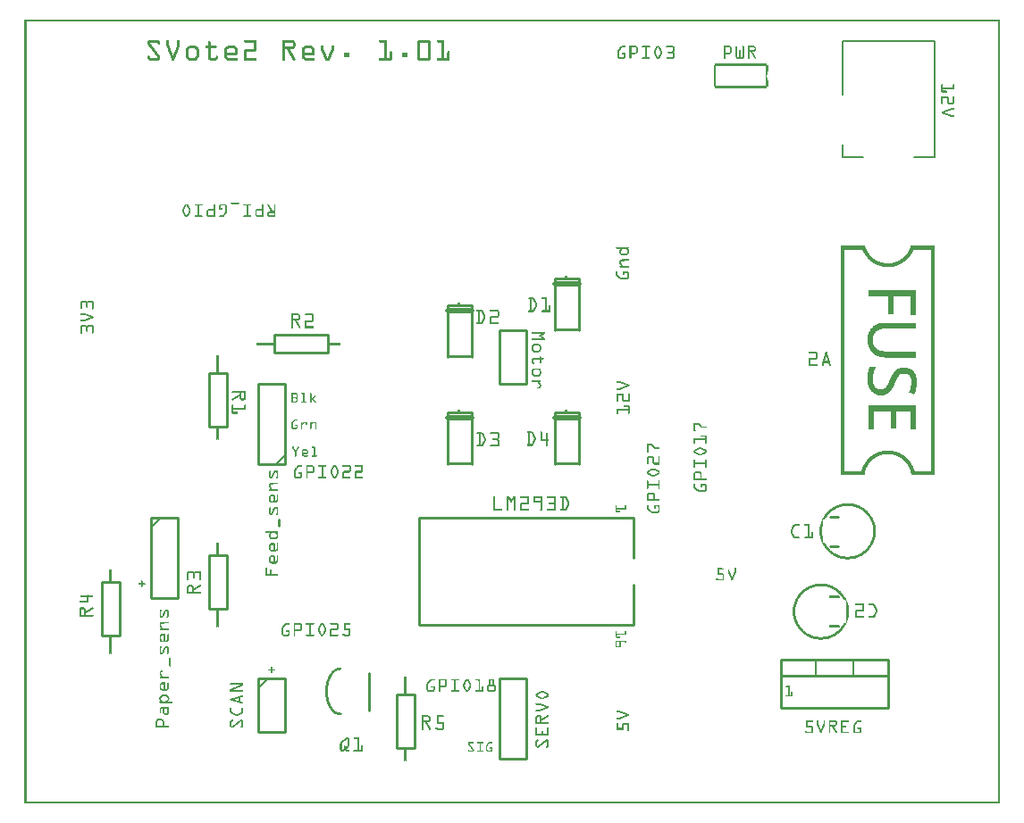
<source format=gto>
G04 MADE WITH FRITZING*
G04 WWW.FRITZING.ORG*
G04 DOUBLE SIDED*
G04 HOLES PLATED*
G04 CONTOUR ON CENTER OF CONTOUR VECTOR*
%ASAXBY*%
%FSLAX23Y23*%
%MOIN*%
%OFA0B0*%
%SFA1.0B1.0*%
%ADD10C,0.010000*%
%ADD11C,0.005000*%
%ADD12C,0.008000*%
%ADD13C,0.020000*%
%ADD14C,0.011000*%
%ADD15R,0.001000X0.001000*%
%LNSILK1*%
G90*
G70*
G54D10*
X472Y1066D02*
X472Y766D01*
D02*
X472Y766D02*
X572Y766D01*
D02*
X572Y766D02*
X572Y1066D01*
D02*
X572Y1066D02*
X472Y1066D01*
G54D11*
D02*
X472Y1031D02*
X507Y1066D01*
G54D10*
D02*
X972Y1266D02*
X972Y1566D01*
D02*
X972Y1566D02*
X872Y1566D01*
D02*
X872Y1566D02*
X872Y1266D01*
D02*
X872Y1266D02*
X972Y1266D01*
G54D11*
D02*
X972Y1301D02*
X937Y1266D01*
G54D12*
D02*
X3051Y2413D02*
X3128Y2413D01*
D02*
X3051Y2846D02*
X3051Y2647D01*
D02*
X3051Y2413D02*
X3051Y2462D01*
D02*
X3394Y2846D02*
X3394Y2413D01*
D02*
X3394Y2413D02*
X3317Y2413D01*
D02*
X3394Y2846D02*
X3051Y2846D01*
G54D10*
D02*
X1286Y486D02*
X1286Y346D01*
D02*
X1455Y407D02*
X1455Y207D01*
D02*
X1455Y207D02*
X1389Y207D01*
D02*
X1389Y207D02*
X1389Y407D01*
D02*
X1389Y407D02*
X1455Y407D01*
D02*
X872Y466D02*
X872Y266D01*
D02*
X872Y266D02*
X972Y266D01*
D02*
X972Y266D02*
X972Y466D01*
D02*
X972Y466D02*
X872Y466D01*
G54D11*
D02*
X872Y431D02*
X907Y466D01*
G54D10*
D02*
X689Y726D02*
X689Y926D01*
D02*
X689Y926D02*
X755Y926D01*
D02*
X755Y926D02*
X755Y726D01*
D02*
X755Y726D02*
X689Y726D01*
D02*
X289Y626D02*
X289Y826D01*
D02*
X289Y826D02*
X355Y826D01*
D02*
X355Y826D02*
X355Y626D01*
D02*
X355Y626D02*
X289Y626D01*
D02*
X2822Y536D02*
X3222Y536D01*
D02*
X3222Y536D02*
X3222Y356D01*
D02*
X3222Y356D02*
X2822Y356D01*
D02*
X2822Y356D02*
X2822Y536D01*
D02*
X2822Y536D02*
X3222Y536D01*
D02*
X3222Y536D02*
X3222Y476D01*
D02*
X3222Y476D02*
X2822Y476D01*
D02*
X2822Y476D02*
X2822Y536D01*
G54D11*
D02*
X2952Y536D02*
X2952Y476D01*
D02*
X3092Y536D02*
X3092Y476D01*
G54D10*
D02*
X2272Y1066D02*
X1472Y1066D01*
D02*
X1472Y1066D02*
X1472Y666D01*
D02*
X1472Y666D02*
X2272Y666D01*
D02*
X2272Y1066D02*
X2272Y916D01*
D02*
X2272Y816D02*
X2272Y666D01*
D02*
X1772Y1766D02*
X1772Y1566D01*
D02*
X1772Y1566D02*
X1872Y1566D01*
D02*
X1872Y1566D02*
X1872Y1766D01*
D02*
X1872Y1766D02*
X1772Y1766D01*
D02*
X2067Y1462D02*
X2067Y1267D01*
D02*
X1977Y1267D02*
X1977Y1462D01*
D02*
X1977Y1462D02*
X2067Y1462D01*
G54D13*
D02*
X1977Y1442D02*
X2067Y1442D01*
G54D10*
D02*
X1667Y1462D02*
X1667Y1267D01*
D02*
X1577Y1267D02*
X1577Y1462D01*
D02*
X1577Y1462D02*
X1667Y1462D01*
G54D13*
D02*
X1577Y1442D02*
X1667Y1442D01*
G54D10*
D02*
X1667Y1862D02*
X1667Y1667D01*
D02*
X1577Y1667D02*
X1577Y1862D01*
D02*
X1577Y1862D02*
X1667Y1862D01*
G54D13*
D02*
X1577Y1842D02*
X1667Y1842D01*
G54D10*
D02*
X2067Y1962D02*
X2067Y1767D01*
D02*
X1977Y1767D02*
X1977Y1962D01*
D02*
X1977Y1962D02*
X2067Y1962D01*
G54D13*
D02*
X1977Y1942D02*
X2067Y1942D01*
G54D10*
D02*
X755Y1607D02*
X755Y1407D01*
D02*
X755Y1407D02*
X689Y1407D01*
D02*
X689Y1407D02*
X689Y1607D01*
D02*
X689Y1607D02*
X755Y1607D01*
D02*
X931Y1749D02*
X1131Y1749D01*
D02*
X1131Y1749D02*
X1131Y1683D01*
D02*
X1131Y1683D02*
X931Y1683D01*
D02*
X931Y1683D02*
X931Y1749D01*
D02*
X1772Y466D02*
X1772Y166D01*
D02*
X1772Y166D02*
X1872Y166D01*
D02*
X1872Y166D02*
X1872Y466D01*
D02*
X1872Y466D02*
X1772Y466D01*
G54D14*
X3006Y1072D02*
X3036Y1072D01*
D02*
X3006Y962D02*
X3036Y962D01*
D02*
G54D15*
X0Y2928D02*
X3638Y2928D01*
X0Y2927D02*
X3638Y2927D01*
X0Y2926D02*
X3638Y2926D01*
X0Y2925D02*
X3638Y2925D01*
X0Y2924D02*
X3638Y2924D01*
X0Y2923D02*
X3638Y2923D01*
X0Y2922D02*
X3638Y2922D01*
X0Y2921D02*
X3638Y2921D01*
X0Y2920D02*
X7Y2920D01*
X3631Y2920D02*
X3638Y2920D01*
X0Y2919D02*
X7Y2919D01*
X3631Y2919D02*
X3638Y2919D01*
X0Y2918D02*
X7Y2918D01*
X3631Y2918D02*
X3638Y2918D01*
X0Y2917D02*
X7Y2917D01*
X3631Y2917D02*
X3638Y2917D01*
X0Y2916D02*
X7Y2916D01*
X3631Y2916D02*
X3638Y2916D01*
X0Y2915D02*
X7Y2915D01*
X3631Y2915D02*
X3638Y2915D01*
X0Y2914D02*
X7Y2914D01*
X3631Y2914D02*
X3638Y2914D01*
X0Y2913D02*
X7Y2913D01*
X3631Y2913D02*
X3638Y2913D01*
X0Y2912D02*
X7Y2912D01*
X3631Y2912D02*
X3638Y2912D01*
X0Y2911D02*
X7Y2911D01*
X3631Y2911D02*
X3638Y2911D01*
X0Y2910D02*
X7Y2910D01*
X3631Y2910D02*
X3638Y2910D01*
X0Y2909D02*
X7Y2909D01*
X3631Y2909D02*
X3638Y2909D01*
X0Y2908D02*
X7Y2908D01*
X3631Y2908D02*
X3638Y2908D01*
X0Y2907D02*
X7Y2907D01*
X3631Y2907D02*
X3638Y2907D01*
X0Y2906D02*
X7Y2906D01*
X3631Y2906D02*
X3638Y2906D01*
X0Y2905D02*
X7Y2905D01*
X3631Y2905D02*
X3638Y2905D01*
X0Y2904D02*
X7Y2904D01*
X3631Y2904D02*
X3638Y2904D01*
X0Y2903D02*
X7Y2903D01*
X3631Y2903D02*
X3638Y2903D01*
X0Y2902D02*
X7Y2902D01*
X3631Y2902D02*
X3638Y2902D01*
X0Y2901D02*
X7Y2901D01*
X3631Y2901D02*
X3638Y2901D01*
X0Y2900D02*
X7Y2900D01*
X3631Y2900D02*
X3638Y2900D01*
X0Y2899D02*
X7Y2899D01*
X3631Y2899D02*
X3638Y2899D01*
X0Y2898D02*
X7Y2898D01*
X3631Y2898D02*
X3638Y2898D01*
X0Y2897D02*
X7Y2897D01*
X3631Y2897D02*
X3638Y2897D01*
X0Y2896D02*
X7Y2896D01*
X3631Y2896D02*
X3638Y2896D01*
X0Y2895D02*
X7Y2895D01*
X3631Y2895D02*
X3638Y2895D01*
X0Y2894D02*
X7Y2894D01*
X3631Y2894D02*
X3638Y2894D01*
X0Y2893D02*
X7Y2893D01*
X3631Y2893D02*
X3638Y2893D01*
X0Y2892D02*
X7Y2892D01*
X3631Y2892D02*
X3638Y2892D01*
X0Y2891D02*
X7Y2891D01*
X3631Y2891D02*
X3638Y2891D01*
X0Y2890D02*
X7Y2890D01*
X3631Y2890D02*
X3638Y2890D01*
X0Y2889D02*
X7Y2889D01*
X3631Y2889D02*
X3638Y2889D01*
X0Y2888D02*
X7Y2888D01*
X3631Y2888D02*
X3638Y2888D01*
X0Y2887D02*
X7Y2887D01*
X3631Y2887D02*
X3638Y2887D01*
X0Y2886D02*
X7Y2886D01*
X3631Y2886D02*
X3638Y2886D01*
X0Y2885D02*
X7Y2885D01*
X3631Y2885D02*
X3638Y2885D01*
X0Y2884D02*
X7Y2884D01*
X3631Y2884D02*
X3638Y2884D01*
X0Y2883D02*
X7Y2883D01*
X3631Y2883D02*
X3638Y2883D01*
X0Y2882D02*
X7Y2882D01*
X3631Y2882D02*
X3638Y2882D01*
X0Y2881D02*
X7Y2881D01*
X3631Y2881D02*
X3638Y2881D01*
X0Y2880D02*
X7Y2880D01*
X3631Y2880D02*
X3638Y2880D01*
X0Y2879D02*
X7Y2879D01*
X3631Y2879D02*
X3638Y2879D01*
X0Y2878D02*
X7Y2878D01*
X3631Y2878D02*
X3638Y2878D01*
X0Y2877D02*
X7Y2877D01*
X3631Y2877D02*
X3638Y2877D01*
X0Y2876D02*
X7Y2876D01*
X3631Y2876D02*
X3638Y2876D01*
X0Y2875D02*
X7Y2875D01*
X3631Y2875D02*
X3638Y2875D01*
X0Y2874D02*
X7Y2874D01*
X3631Y2874D02*
X3638Y2874D01*
X0Y2873D02*
X7Y2873D01*
X3631Y2873D02*
X3638Y2873D01*
X0Y2872D02*
X7Y2872D01*
X3631Y2872D02*
X3638Y2872D01*
X0Y2871D02*
X7Y2871D01*
X3631Y2871D02*
X3638Y2871D01*
X0Y2870D02*
X7Y2870D01*
X3631Y2870D02*
X3638Y2870D01*
X0Y2869D02*
X7Y2869D01*
X3631Y2869D02*
X3638Y2869D01*
X0Y2868D02*
X7Y2868D01*
X3631Y2868D02*
X3638Y2868D01*
X0Y2867D02*
X7Y2867D01*
X3631Y2867D02*
X3638Y2867D01*
X0Y2866D02*
X7Y2866D01*
X3631Y2866D02*
X3638Y2866D01*
X0Y2865D02*
X7Y2865D01*
X3631Y2865D02*
X3638Y2865D01*
X0Y2864D02*
X7Y2864D01*
X3631Y2864D02*
X3638Y2864D01*
X0Y2863D02*
X7Y2863D01*
X3631Y2863D02*
X3638Y2863D01*
X0Y2862D02*
X7Y2862D01*
X3631Y2862D02*
X3638Y2862D01*
X0Y2861D02*
X7Y2861D01*
X3631Y2861D02*
X3638Y2861D01*
X0Y2860D02*
X7Y2860D01*
X3631Y2860D02*
X3638Y2860D01*
X0Y2859D02*
X7Y2859D01*
X3631Y2859D02*
X3638Y2859D01*
X0Y2858D02*
X7Y2858D01*
X3631Y2858D02*
X3638Y2858D01*
X0Y2857D02*
X7Y2857D01*
X3631Y2857D02*
X3638Y2857D01*
X0Y2856D02*
X7Y2856D01*
X3631Y2856D02*
X3638Y2856D01*
X0Y2855D02*
X7Y2855D01*
X3631Y2855D02*
X3638Y2855D01*
X0Y2854D02*
X7Y2854D01*
X3631Y2854D02*
X3638Y2854D01*
X0Y2853D02*
X7Y2853D01*
X3631Y2853D02*
X3638Y2853D01*
X0Y2852D02*
X7Y2852D01*
X3631Y2852D02*
X3638Y2852D01*
X0Y2851D02*
X7Y2851D01*
X465Y2851D02*
X498Y2851D01*
X532Y2851D02*
X536Y2851D01*
X572Y2851D02*
X576Y2851D01*
X820Y2851D02*
X860Y2851D01*
X962Y2851D02*
X1000Y2851D01*
X1324Y2851D02*
X1351Y2851D01*
X1472Y2851D02*
X1508Y2851D01*
X1540Y2851D02*
X1566Y2851D01*
X3631Y2851D02*
X3638Y2851D01*
X0Y2850D02*
X7Y2850D01*
X463Y2850D02*
X500Y2850D01*
X531Y2850D02*
X538Y2850D01*
X571Y2850D02*
X577Y2850D01*
X819Y2850D02*
X862Y2850D01*
X962Y2850D02*
X1002Y2850D01*
X1323Y2850D02*
X1351Y2850D01*
X1470Y2850D02*
X1510Y2850D01*
X1539Y2850D02*
X1566Y2850D01*
X3631Y2850D02*
X3638Y2850D01*
X0Y2849D02*
X7Y2849D01*
X462Y2849D02*
X501Y2849D01*
X530Y2849D02*
X538Y2849D01*
X570Y2849D02*
X578Y2849D01*
X818Y2849D02*
X863Y2849D01*
X962Y2849D02*
X1004Y2849D01*
X1322Y2849D02*
X1351Y2849D01*
X1469Y2849D02*
X1511Y2849D01*
X1538Y2849D02*
X1566Y2849D01*
X3631Y2849D02*
X3638Y2849D01*
X0Y2848D02*
X7Y2848D01*
X461Y2848D02*
X502Y2848D01*
X530Y2848D02*
X539Y2848D01*
X570Y2848D02*
X578Y2848D01*
X818Y2848D02*
X864Y2848D01*
X962Y2848D02*
X1005Y2848D01*
X1322Y2848D02*
X1351Y2848D01*
X1468Y2848D02*
X1512Y2848D01*
X1538Y2848D02*
X1566Y2848D01*
X3631Y2848D02*
X3638Y2848D01*
X0Y2847D02*
X7Y2847D01*
X460Y2847D02*
X503Y2847D01*
X530Y2847D02*
X539Y2847D01*
X569Y2847D02*
X578Y2847D01*
X686Y2847D02*
X690Y2847D01*
X818Y2847D02*
X865Y2847D01*
X962Y2847D02*
X1006Y2847D01*
X1322Y2847D02*
X1351Y2847D01*
X1467Y2847D02*
X1513Y2847D01*
X1538Y2847D02*
X1566Y2847D01*
X3631Y2847D02*
X3638Y2847D01*
X0Y2846D02*
X7Y2846D01*
X459Y2846D02*
X504Y2846D01*
X530Y2846D02*
X539Y2846D01*
X569Y2846D02*
X579Y2846D01*
X685Y2846D02*
X691Y2846D01*
X818Y2846D02*
X865Y2846D01*
X962Y2846D02*
X1007Y2846D01*
X1322Y2846D02*
X1351Y2846D01*
X1467Y2846D02*
X1513Y2846D01*
X1538Y2846D02*
X1566Y2846D01*
X3631Y2846D02*
X3638Y2846D01*
X0Y2845D02*
X7Y2845D01*
X459Y2845D02*
X505Y2845D01*
X530Y2845D02*
X539Y2845D01*
X569Y2845D02*
X579Y2845D01*
X684Y2845D02*
X692Y2845D01*
X818Y2845D02*
X866Y2845D01*
X962Y2845D02*
X1008Y2845D01*
X1322Y2845D02*
X1351Y2845D01*
X1466Y2845D02*
X1514Y2845D01*
X1538Y2845D02*
X1566Y2845D01*
X3631Y2845D02*
X3638Y2845D01*
X0Y2844D02*
X7Y2844D01*
X458Y2844D02*
X505Y2844D01*
X530Y2844D02*
X539Y2844D01*
X569Y2844D02*
X579Y2844D01*
X684Y2844D02*
X692Y2844D01*
X819Y2844D02*
X866Y2844D01*
X962Y2844D02*
X1008Y2844D01*
X1323Y2844D02*
X1351Y2844D01*
X1466Y2844D02*
X1514Y2844D01*
X1539Y2844D02*
X1566Y2844D01*
X3631Y2844D02*
X3638Y2844D01*
X0Y2843D02*
X7Y2843D01*
X458Y2843D02*
X506Y2843D01*
X530Y2843D02*
X539Y2843D01*
X569Y2843D02*
X579Y2843D01*
X684Y2843D02*
X693Y2843D01*
X819Y2843D02*
X866Y2843D01*
X962Y2843D02*
X1009Y2843D01*
X1323Y2843D02*
X1351Y2843D01*
X1466Y2843D02*
X1514Y2843D01*
X1539Y2843D02*
X1566Y2843D01*
X3631Y2843D02*
X3638Y2843D01*
X0Y2842D02*
X7Y2842D01*
X458Y2842D02*
X506Y2842D01*
X530Y2842D02*
X539Y2842D01*
X569Y2842D02*
X579Y2842D01*
X684Y2842D02*
X693Y2842D01*
X821Y2842D02*
X866Y2842D01*
X962Y2842D02*
X1009Y2842D01*
X1325Y2842D02*
X1351Y2842D01*
X1466Y2842D02*
X1514Y2842D01*
X1541Y2842D02*
X1566Y2842D01*
X3631Y2842D02*
X3638Y2842D01*
X0Y2841D02*
X7Y2841D01*
X458Y2841D02*
X467Y2841D01*
X496Y2841D02*
X506Y2841D01*
X530Y2841D02*
X539Y2841D01*
X569Y2841D02*
X579Y2841D01*
X684Y2841D02*
X693Y2841D01*
X857Y2841D02*
X866Y2841D01*
X962Y2841D02*
X971Y2841D01*
X999Y2841D02*
X1010Y2841D01*
X1341Y2841D02*
X1351Y2841D01*
X1466Y2841D02*
X1475Y2841D01*
X1505Y2841D02*
X1514Y2841D01*
X1557Y2841D02*
X1566Y2841D01*
X3631Y2841D02*
X3638Y2841D01*
X0Y2840D02*
X7Y2840D01*
X458Y2840D02*
X467Y2840D01*
X497Y2840D02*
X506Y2840D01*
X530Y2840D02*
X539Y2840D01*
X569Y2840D02*
X579Y2840D01*
X684Y2840D02*
X693Y2840D01*
X857Y2840D02*
X866Y2840D01*
X962Y2840D02*
X971Y2840D01*
X1000Y2840D02*
X1010Y2840D01*
X1341Y2840D02*
X1351Y2840D01*
X1466Y2840D02*
X1475Y2840D01*
X1505Y2840D02*
X1514Y2840D01*
X1557Y2840D02*
X1566Y2840D01*
X3631Y2840D02*
X3638Y2840D01*
X0Y2839D02*
X7Y2839D01*
X458Y2839D02*
X468Y2839D01*
X497Y2839D02*
X506Y2839D01*
X530Y2839D02*
X539Y2839D01*
X569Y2839D02*
X579Y2839D01*
X684Y2839D02*
X693Y2839D01*
X857Y2839D02*
X866Y2839D01*
X962Y2839D02*
X971Y2839D01*
X1001Y2839D02*
X1010Y2839D01*
X1341Y2839D02*
X1351Y2839D01*
X1466Y2839D02*
X1475Y2839D01*
X1505Y2839D02*
X1514Y2839D01*
X1557Y2839D02*
X1566Y2839D01*
X3631Y2839D02*
X3638Y2839D01*
X0Y2838D02*
X7Y2838D01*
X458Y2838D02*
X468Y2838D01*
X497Y2838D02*
X506Y2838D01*
X530Y2838D02*
X539Y2838D01*
X569Y2838D02*
X579Y2838D01*
X684Y2838D02*
X693Y2838D01*
X857Y2838D02*
X866Y2838D01*
X962Y2838D02*
X971Y2838D01*
X1001Y2838D02*
X1010Y2838D01*
X1341Y2838D02*
X1351Y2838D01*
X1466Y2838D02*
X1475Y2838D01*
X1505Y2838D02*
X1514Y2838D01*
X1557Y2838D02*
X1566Y2838D01*
X3631Y2838D02*
X3638Y2838D01*
X0Y2837D02*
X7Y2837D01*
X458Y2837D02*
X469Y2837D01*
X498Y2837D02*
X506Y2837D01*
X530Y2837D02*
X539Y2837D01*
X569Y2837D02*
X579Y2837D01*
X684Y2837D02*
X693Y2837D01*
X857Y2837D02*
X866Y2837D01*
X962Y2837D02*
X971Y2837D01*
X1001Y2837D02*
X1010Y2837D01*
X1341Y2837D02*
X1351Y2837D01*
X1466Y2837D02*
X1475Y2837D01*
X1505Y2837D02*
X1514Y2837D01*
X1557Y2837D02*
X1566Y2837D01*
X3631Y2837D02*
X3638Y2837D01*
X0Y2836D02*
X7Y2836D01*
X459Y2836D02*
X470Y2836D01*
X498Y2836D02*
X506Y2836D01*
X530Y2836D02*
X539Y2836D01*
X569Y2836D02*
X579Y2836D01*
X684Y2836D02*
X693Y2836D01*
X857Y2836D02*
X866Y2836D01*
X962Y2836D02*
X971Y2836D01*
X1001Y2836D02*
X1010Y2836D01*
X1341Y2836D02*
X1351Y2836D01*
X1466Y2836D02*
X1475Y2836D01*
X1505Y2836D02*
X1514Y2836D01*
X1557Y2836D02*
X1566Y2836D01*
X3631Y2836D02*
X3638Y2836D01*
X0Y2835D02*
X7Y2835D01*
X459Y2835D02*
X471Y2835D01*
X499Y2835D02*
X505Y2835D01*
X530Y2835D02*
X539Y2835D01*
X569Y2835D02*
X579Y2835D01*
X684Y2835D02*
X693Y2835D01*
X857Y2835D02*
X866Y2835D01*
X962Y2835D02*
X971Y2835D01*
X1001Y2835D02*
X1010Y2835D01*
X1341Y2835D02*
X1351Y2835D01*
X1466Y2835D02*
X1475Y2835D01*
X1505Y2835D02*
X1514Y2835D01*
X1557Y2835D02*
X1566Y2835D01*
X3631Y2835D02*
X3638Y2835D01*
X0Y2834D02*
X7Y2834D01*
X460Y2834D02*
X472Y2834D01*
X500Y2834D02*
X504Y2834D01*
X530Y2834D02*
X539Y2834D01*
X569Y2834D02*
X579Y2834D01*
X684Y2834D02*
X693Y2834D01*
X857Y2834D02*
X866Y2834D01*
X962Y2834D02*
X971Y2834D01*
X1001Y2834D02*
X1010Y2834D01*
X1341Y2834D02*
X1351Y2834D01*
X1466Y2834D02*
X1475Y2834D01*
X1505Y2834D02*
X1514Y2834D01*
X1557Y2834D02*
X1566Y2834D01*
X3631Y2834D02*
X3638Y2834D01*
X0Y2833D02*
X7Y2833D01*
X460Y2833D02*
X472Y2833D01*
X530Y2833D02*
X539Y2833D01*
X569Y2833D02*
X579Y2833D01*
X684Y2833D02*
X693Y2833D01*
X857Y2833D02*
X866Y2833D01*
X962Y2833D02*
X971Y2833D01*
X1001Y2833D02*
X1010Y2833D01*
X1341Y2833D02*
X1351Y2833D01*
X1466Y2833D02*
X1475Y2833D01*
X1505Y2833D02*
X1514Y2833D01*
X1557Y2833D02*
X1566Y2833D01*
X3631Y2833D02*
X3638Y2833D01*
X0Y2832D02*
X7Y2832D01*
X461Y2832D02*
X473Y2832D01*
X530Y2832D02*
X539Y2832D01*
X569Y2832D02*
X579Y2832D01*
X684Y2832D02*
X693Y2832D01*
X857Y2832D02*
X866Y2832D01*
X962Y2832D02*
X971Y2832D01*
X1001Y2832D02*
X1010Y2832D01*
X1341Y2832D02*
X1351Y2832D01*
X1466Y2832D02*
X1475Y2832D01*
X1505Y2832D02*
X1514Y2832D01*
X1557Y2832D02*
X1566Y2832D01*
X3631Y2832D02*
X3638Y2832D01*
X0Y2831D02*
X7Y2831D01*
X462Y2831D02*
X474Y2831D01*
X530Y2831D02*
X539Y2831D01*
X569Y2831D02*
X579Y2831D01*
X684Y2831D02*
X693Y2831D01*
X857Y2831D02*
X866Y2831D01*
X962Y2831D02*
X971Y2831D01*
X1001Y2831D02*
X1010Y2831D01*
X1341Y2831D02*
X1351Y2831D01*
X1466Y2831D02*
X1475Y2831D01*
X1505Y2831D02*
X1514Y2831D01*
X1557Y2831D02*
X1566Y2831D01*
X3631Y2831D02*
X3638Y2831D01*
X0Y2830D02*
X7Y2830D01*
X463Y2830D02*
X475Y2830D01*
X530Y2830D02*
X539Y2830D01*
X569Y2830D02*
X579Y2830D01*
X616Y2830D02*
X636Y2830D01*
X676Y2830D02*
X715Y2830D01*
X760Y2830D02*
X780Y2830D01*
X857Y2830D02*
X866Y2830D01*
X962Y2830D02*
X971Y2830D01*
X1001Y2830D02*
X1010Y2830D01*
X1048Y2830D02*
X1068Y2830D01*
X1108Y2830D02*
X1112Y2830D01*
X1148Y2830D02*
X1152Y2830D01*
X1341Y2830D02*
X1351Y2830D01*
X1466Y2830D02*
X1475Y2830D01*
X1505Y2830D02*
X1514Y2830D01*
X1557Y2830D02*
X1566Y2830D01*
X3631Y2830D02*
X3638Y2830D01*
X0Y2829D02*
X7Y2829D01*
X463Y2829D02*
X475Y2829D01*
X530Y2829D02*
X540Y2829D01*
X569Y2829D02*
X579Y2829D01*
X614Y2829D02*
X639Y2829D01*
X675Y2829D02*
X716Y2829D01*
X758Y2829D02*
X783Y2829D01*
X857Y2829D02*
X866Y2829D01*
X962Y2829D02*
X971Y2829D01*
X1001Y2829D02*
X1010Y2829D01*
X1046Y2829D02*
X1071Y2829D01*
X1107Y2829D02*
X1113Y2829D01*
X1147Y2829D02*
X1153Y2829D01*
X1341Y2829D02*
X1351Y2829D01*
X1466Y2829D02*
X1475Y2829D01*
X1505Y2829D02*
X1514Y2829D01*
X1557Y2829D02*
X1566Y2829D01*
X2228Y2829D02*
X2240Y2829D01*
X2257Y2829D02*
X2281Y2829D01*
X2304Y2829D02*
X2331Y2829D01*
X2361Y2829D02*
X2365Y2829D01*
X2395Y2829D02*
X2419Y2829D01*
X2608Y2829D02*
X2631Y2829D01*
X2655Y2829D02*
X2656Y2829D01*
X2680Y2829D02*
X2681Y2829D01*
X2699Y2829D02*
X2721Y2829D01*
X3631Y2829D02*
X3638Y2829D01*
X0Y2828D02*
X7Y2828D01*
X464Y2828D02*
X476Y2828D01*
X530Y2828D02*
X540Y2828D01*
X568Y2828D02*
X578Y2828D01*
X612Y2828D02*
X640Y2828D01*
X674Y2828D02*
X717Y2828D01*
X756Y2828D02*
X784Y2828D01*
X857Y2828D02*
X866Y2828D01*
X962Y2828D02*
X971Y2828D01*
X1000Y2828D02*
X1010Y2828D01*
X1044Y2828D02*
X1072Y2828D01*
X1106Y2828D02*
X1114Y2828D01*
X1146Y2828D02*
X1154Y2828D01*
X1341Y2828D02*
X1351Y2828D01*
X1466Y2828D02*
X1475Y2828D01*
X1505Y2828D02*
X1514Y2828D01*
X1557Y2828D02*
X1566Y2828D01*
X2226Y2828D02*
X2242Y2828D01*
X2257Y2828D02*
X2283Y2828D01*
X2303Y2828D02*
X2332Y2828D01*
X2359Y2828D02*
X2367Y2828D01*
X2394Y2828D02*
X2421Y2828D01*
X2608Y2828D02*
X2633Y2828D01*
X2654Y2828D02*
X2658Y2828D01*
X2679Y2828D02*
X2683Y2828D01*
X2699Y2828D02*
X2724Y2828D01*
X3631Y2828D02*
X3638Y2828D01*
X0Y2827D02*
X7Y2827D01*
X465Y2827D02*
X477Y2827D01*
X530Y2827D02*
X540Y2827D01*
X568Y2827D02*
X578Y2827D01*
X611Y2827D02*
X642Y2827D01*
X674Y2827D02*
X717Y2827D01*
X755Y2827D02*
X786Y2827D01*
X857Y2827D02*
X866Y2827D01*
X962Y2827D02*
X971Y2827D01*
X999Y2827D02*
X1010Y2827D01*
X1043Y2827D02*
X1074Y2827D01*
X1106Y2827D02*
X1114Y2827D01*
X1146Y2827D02*
X1154Y2827D01*
X1341Y2827D02*
X1351Y2827D01*
X1466Y2827D02*
X1475Y2827D01*
X1505Y2827D02*
X1514Y2827D01*
X1557Y2827D02*
X1566Y2827D01*
X2224Y2827D02*
X2242Y2827D01*
X2257Y2827D02*
X2284Y2827D01*
X2303Y2827D02*
X2333Y2827D01*
X2358Y2827D02*
X2368Y2827D01*
X2393Y2827D02*
X2422Y2827D01*
X2608Y2827D02*
X2635Y2827D01*
X2653Y2827D02*
X2658Y2827D01*
X2678Y2827D02*
X2683Y2827D01*
X2699Y2827D02*
X2725Y2827D01*
X3631Y2827D02*
X3638Y2827D01*
X0Y2826D02*
X7Y2826D01*
X466Y2826D02*
X478Y2826D01*
X531Y2826D02*
X541Y2826D01*
X568Y2826D02*
X577Y2826D01*
X609Y2826D02*
X643Y2826D01*
X674Y2826D02*
X717Y2826D01*
X753Y2826D02*
X787Y2826D01*
X857Y2826D02*
X866Y2826D01*
X962Y2826D02*
X1009Y2826D01*
X1041Y2826D02*
X1075Y2826D01*
X1106Y2826D02*
X1115Y2826D01*
X1145Y2826D02*
X1154Y2826D01*
X1341Y2826D02*
X1351Y2826D01*
X1466Y2826D02*
X1475Y2826D01*
X1505Y2826D02*
X1514Y2826D01*
X1557Y2826D02*
X1566Y2826D01*
X2223Y2826D02*
X2242Y2826D01*
X2257Y2826D02*
X2285Y2826D01*
X2303Y2826D02*
X2333Y2826D01*
X2357Y2826D02*
X2369Y2826D01*
X2393Y2826D02*
X2423Y2826D01*
X2608Y2826D02*
X2636Y2826D01*
X2653Y2826D02*
X2659Y2826D01*
X2678Y2826D02*
X2684Y2826D01*
X2699Y2826D02*
X2726Y2826D01*
X3631Y2826D02*
X3638Y2826D01*
X0Y2825D02*
X7Y2825D01*
X467Y2825D02*
X479Y2825D01*
X531Y2825D02*
X541Y2825D01*
X567Y2825D02*
X577Y2825D01*
X608Y2825D02*
X644Y2825D01*
X674Y2825D02*
X717Y2825D01*
X752Y2825D02*
X788Y2825D01*
X857Y2825D02*
X866Y2825D01*
X962Y2825D02*
X1009Y2825D01*
X1040Y2825D02*
X1076Y2825D01*
X1106Y2825D02*
X1115Y2825D01*
X1145Y2825D02*
X1154Y2825D01*
X1341Y2825D02*
X1351Y2825D01*
X1466Y2825D02*
X1475Y2825D01*
X1505Y2825D02*
X1514Y2825D01*
X1557Y2825D02*
X1566Y2825D01*
X2223Y2825D02*
X2242Y2825D01*
X2257Y2825D02*
X2286Y2825D01*
X2303Y2825D02*
X2333Y2825D01*
X2356Y2825D02*
X2370Y2825D01*
X2393Y2825D02*
X2423Y2825D01*
X2608Y2825D02*
X2637Y2825D01*
X2653Y2825D02*
X2659Y2825D01*
X2678Y2825D02*
X2684Y2825D01*
X2699Y2825D02*
X2727Y2825D01*
X3631Y2825D02*
X3638Y2825D01*
X0Y2824D02*
X7Y2824D01*
X467Y2824D02*
X479Y2824D01*
X532Y2824D02*
X541Y2824D01*
X567Y2824D02*
X577Y2824D01*
X607Y2824D02*
X645Y2824D01*
X674Y2824D02*
X717Y2824D01*
X751Y2824D02*
X789Y2824D01*
X857Y2824D02*
X866Y2824D01*
X962Y2824D02*
X1008Y2824D01*
X1039Y2824D02*
X1077Y2824D01*
X1106Y2824D02*
X1115Y2824D01*
X1145Y2824D02*
X1154Y2824D01*
X1341Y2824D02*
X1351Y2824D01*
X1466Y2824D02*
X1475Y2824D01*
X1505Y2824D02*
X1514Y2824D01*
X1557Y2824D02*
X1566Y2824D01*
X2222Y2824D02*
X2241Y2824D01*
X2257Y2824D02*
X2287Y2824D01*
X2304Y2824D02*
X2332Y2824D01*
X2356Y2824D02*
X2370Y2824D01*
X2394Y2824D02*
X2423Y2824D01*
X2608Y2824D02*
X2637Y2824D01*
X2653Y2824D02*
X2659Y2824D01*
X2678Y2824D02*
X2684Y2824D01*
X2699Y2824D02*
X2728Y2824D01*
X3631Y2824D02*
X3638Y2824D01*
X0Y2823D02*
X7Y2823D01*
X468Y2823D02*
X480Y2823D01*
X532Y2823D02*
X542Y2823D01*
X566Y2823D02*
X576Y2823D01*
X606Y2823D02*
X646Y2823D01*
X674Y2823D02*
X717Y2823D01*
X750Y2823D02*
X790Y2823D01*
X857Y2823D02*
X866Y2823D01*
X962Y2823D02*
X1008Y2823D01*
X1038Y2823D02*
X1078Y2823D01*
X1106Y2823D02*
X1115Y2823D01*
X1145Y2823D02*
X1154Y2823D01*
X1341Y2823D02*
X1351Y2823D01*
X1466Y2823D02*
X1475Y2823D01*
X1505Y2823D02*
X1514Y2823D01*
X1557Y2823D02*
X1566Y2823D01*
X2221Y2823D02*
X2230Y2823D01*
X2257Y2823D02*
X2263Y2823D01*
X2279Y2823D02*
X2287Y2823D01*
X2315Y2823D02*
X2321Y2823D01*
X2355Y2823D02*
X2371Y2823D01*
X2418Y2823D02*
X2424Y2823D01*
X2608Y2823D02*
X2638Y2823D01*
X2653Y2823D02*
X2659Y2823D01*
X2678Y2823D02*
X2684Y2823D01*
X2699Y2823D02*
X2728Y2823D01*
X3631Y2823D02*
X3638Y2823D01*
X0Y2822D02*
X7Y2822D01*
X469Y2822D02*
X481Y2822D01*
X532Y2822D02*
X542Y2822D01*
X566Y2822D02*
X576Y2822D01*
X605Y2822D02*
X647Y2822D01*
X675Y2822D02*
X716Y2822D01*
X749Y2822D02*
X791Y2822D01*
X857Y2822D02*
X866Y2822D01*
X962Y2822D02*
X1007Y2822D01*
X1037Y2822D02*
X1079Y2822D01*
X1106Y2822D02*
X1115Y2822D01*
X1145Y2822D02*
X1154Y2822D01*
X1341Y2822D02*
X1351Y2822D01*
X1466Y2822D02*
X1475Y2822D01*
X1505Y2822D02*
X1514Y2822D01*
X1557Y2822D02*
X1566Y2822D01*
X2220Y2822D02*
X2227Y2822D01*
X2257Y2822D02*
X2263Y2822D01*
X2281Y2822D02*
X2287Y2822D01*
X2315Y2822D02*
X2320Y2822D01*
X2355Y2822D02*
X2361Y2822D01*
X2365Y2822D02*
X2371Y2822D01*
X2418Y2822D02*
X2424Y2822D01*
X2608Y2822D02*
X2613Y2822D01*
X2632Y2822D02*
X2638Y2822D01*
X2653Y2822D02*
X2659Y2822D01*
X2678Y2822D02*
X2684Y2822D01*
X2699Y2822D02*
X2704Y2822D01*
X2722Y2822D02*
X2729Y2822D01*
X3631Y2822D02*
X3638Y2822D01*
X0Y2821D02*
X7Y2821D01*
X470Y2821D02*
X482Y2821D01*
X533Y2821D02*
X543Y2821D01*
X566Y2821D02*
X575Y2821D01*
X604Y2821D02*
X648Y2821D01*
X677Y2821D02*
X714Y2821D01*
X748Y2821D02*
X792Y2821D01*
X857Y2821D02*
X866Y2821D01*
X962Y2821D02*
X1006Y2821D01*
X1036Y2821D02*
X1080Y2821D01*
X1106Y2821D02*
X1115Y2821D01*
X1145Y2821D02*
X1154Y2821D01*
X1341Y2821D02*
X1351Y2821D01*
X1466Y2821D02*
X1475Y2821D01*
X1505Y2821D02*
X1514Y2821D01*
X1557Y2821D02*
X1566Y2821D01*
X2219Y2821D02*
X2227Y2821D01*
X2257Y2821D02*
X2263Y2821D01*
X2282Y2821D02*
X2288Y2821D01*
X2315Y2821D02*
X2320Y2821D01*
X2354Y2821D02*
X2360Y2821D01*
X2366Y2821D02*
X2372Y2821D01*
X2418Y2821D02*
X2424Y2821D01*
X2608Y2821D02*
X2613Y2821D01*
X2633Y2821D02*
X2638Y2821D01*
X2653Y2821D02*
X2659Y2821D01*
X2678Y2821D02*
X2684Y2821D01*
X2699Y2821D02*
X2704Y2821D01*
X2723Y2821D02*
X2729Y2821D01*
X3631Y2821D02*
X3638Y2821D01*
X0Y2820D02*
X7Y2820D01*
X470Y2820D02*
X482Y2820D01*
X533Y2820D02*
X543Y2820D01*
X565Y2820D02*
X575Y2820D01*
X604Y2820D02*
X617Y2820D01*
X635Y2820D02*
X648Y2820D01*
X684Y2820D02*
X693Y2820D01*
X748Y2820D02*
X761Y2820D01*
X779Y2820D02*
X792Y2820D01*
X857Y2820D02*
X866Y2820D01*
X962Y2820D02*
X1005Y2820D01*
X1036Y2820D02*
X1049Y2820D01*
X1067Y2820D02*
X1080Y2820D01*
X1106Y2820D02*
X1115Y2820D01*
X1145Y2820D02*
X1154Y2820D01*
X1341Y2820D02*
X1351Y2820D01*
X1466Y2820D02*
X1475Y2820D01*
X1505Y2820D02*
X1514Y2820D01*
X1557Y2820D02*
X1566Y2820D01*
X2219Y2820D02*
X2226Y2820D01*
X2257Y2820D02*
X2263Y2820D01*
X2282Y2820D02*
X2288Y2820D01*
X2315Y2820D02*
X2320Y2820D01*
X2354Y2820D02*
X2360Y2820D01*
X2366Y2820D02*
X2372Y2820D01*
X2418Y2820D02*
X2424Y2820D01*
X2608Y2820D02*
X2613Y2820D01*
X2633Y2820D02*
X2638Y2820D01*
X2653Y2820D02*
X2659Y2820D01*
X2678Y2820D02*
X2684Y2820D01*
X2699Y2820D02*
X2704Y2820D01*
X2723Y2820D02*
X2729Y2820D01*
X3631Y2820D02*
X3638Y2820D01*
X0Y2819D02*
X7Y2819D01*
X471Y2819D02*
X483Y2819D01*
X534Y2819D02*
X543Y2819D01*
X565Y2819D02*
X575Y2819D01*
X603Y2819D02*
X616Y2819D01*
X637Y2819D02*
X649Y2819D01*
X684Y2819D02*
X693Y2819D01*
X747Y2819D02*
X760Y2819D01*
X781Y2819D02*
X793Y2819D01*
X857Y2819D02*
X866Y2819D01*
X962Y2819D02*
X1004Y2819D01*
X1035Y2819D02*
X1048Y2819D01*
X1069Y2819D02*
X1081Y2819D01*
X1106Y2819D02*
X1115Y2819D01*
X1145Y2819D02*
X1154Y2819D01*
X1341Y2819D02*
X1351Y2819D01*
X1466Y2819D02*
X1475Y2819D01*
X1505Y2819D02*
X1514Y2819D01*
X1557Y2819D02*
X1566Y2819D01*
X2218Y2819D02*
X2225Y2819D01*
X2257Y2819D02*
X2263Y2819D01*
X2282Y2819D02*
X2288Y2819D01*
X2315Y2819D02*
X2320Y2819D01*
X2353Y2819D02*
X2359Y2819D01*
X2367Y2819D02*
X2373Y2819D01*
X2418Y2819D02*
X2424Y2819D01*
X2608Y2819D02*
X2613Y2819D01*
X2633Y2819D02*
X2638Y2819D01*
X2653Y2819D02*
X2659Y2819D01*
X2678Y2819D02*
X2684Y2819D01*
X2699Y2819D02*
X2704Y2819D01*
X2724Y2819D02*
X2729Y2819D01*
X3631Y2819D02*
X3638Y2819D01*
X0Y2818D02*
X7Y2818D01*
X472Y2818D02*
X484Y2818D01*
X534Y2818D02*
X544Y2818D01*
X564Y2818D02*
X574Y2818D01*
X603Y2818D02*
X614Y2818D01*
X638Y2818D02*
X649Y2818D01*
X684Y2818D02*
X693Y2818D01*
X747Y2818D02*
X758Y2818D01*
X782Y2818D02*
X793Y2818D01*
X857Y2818D02*
X866Y2818D01*
X962Y2818D02*
X1002Y2818D01*
X1035Y2818D02*
X1046Y2818D01*
X1070Y2818D02*
X1081Y2818D01*
X1106Y2818D02*
X1115Y2818D01*
X1145Y2818D02*
X1154Y2818D01*
X1341Y2818D02*
X1351Y2818D01*
X1466Y2818D02*
X1475Y2818D01*
X1505Y2818D02*
X1514Y2818D01*
X1557Y2818D02*
X1566Y2818D01*
X2217Y2818D02*
X2224Y2818D01*
X2257Y2818D02*
X2263Y2818D01*
X2282Y2818D02*
X2288Y2818D01*
X2315Y2818D02*
X2320Y2818D01*
X2353Y2818D02*
X2359Y2818D01*
X2367Y2818D02*
X2373Y2818D01*
X2418Y2818D02*
X2424Y2818D01*
X2608Y2818D02*
X2613Y2818D01*
X2633Y2818D02*
X2638Y2818D01*
X2653Y2818D02*
X2659Y2818D01*
X2678Y2818D02*
X2684Y2818D01*
X2699Y2818D02*
X2704Y2818D01*
X2724Y2818D02*
X2729Y2818D01*
X3631Y2818D02*
X3638Y2818D01*
X0Y2817D02*
X7Y2817D01*
X473Y2817D02*
X485Y2817D01*
X534Y2817D02*
X544Y2817D01*
X564Y2817D02*
X574Y2817D01*
X603Y2817D02*
X613Y2817D01*
X639Y2817D02*
X650Y2817D01*
X684Y2817D02*
X693Y2817D01*
X747Y2817D02*
X757Y2817D01*
X783Y2817D02*
X794Y2817D01*
X824Y2817D02*
X866Y2817D01*
X962Y2817D02*
X1000Y2817D01*
X1034Y2817D02*
X1045Y2817D01*
X1071Y2817D02*
X1082Y2817D01*
X1106Y2817D02*
X1115Y2817D01*
X1145Y2817D02*
X1154Y2817D01*
X1341Y2817D02*
X1351Y2817D01*
X1466Y2817D02*
X1475Y2817D01*
X1505Y2817D02*
X1514Y2817D01*
X1557Y2817D02*
X1566Y2817D01*
X2216Y2817D02*
X2223Y2817D01*
X2257Y2817D02*
X2263Y2817D01*
X2282Y2817D02*
X2288Y2817D01*
X2315Y2817D02*
X2320Y2817D01*
X2352Y2817D02*
X2358Y2817D01*
X2368Y2817D02*
X2374Y2817D01*
X2418Y2817D02*
X2424Y2817D01*
X2608Y2817D02*
X2613Y2817D01*
X2633Y2817D02*
X2638Y2817D01*
X2653Y2817D02*
X2659Y2817D01*
X2678Y2817D02*
X2684Y2817D01*
X2699Y2817D02*
X2704Y2817D01*
X2724Y2817D02*
X2729Y2817D01*
X3631Y2817D02*
X3638Y2817D01*
X0Y2816D02*
X7Y2816D01*
X474Y2816D02*
X486Y2816D01*
X535Y2816D02*
X545Y2816D01*
X564Y2816D02*
X574Y2816D01*
X602Y2816D02*
X612Y2816D01*
X640Y2816D02*
X650Y2816D01*
X684Y2816D02*
X693Y2816D01*
X746Y2816D02*
X756Y2816D01*
X784Y2816D02*
X794Y2816D01*
X822Y2816D02*
X866Y2816D01*
X962Y2816D02*
X971Y2816D01*
X979Y2816D02*
X990Y2816D01*
X1034Y2816D02*
X1044Y2816D01*
X1072Y2816D02*
X1082Y2816D01*
X1106Y2816D02*
X1116Y2816D01*
X1144Y2816D02*
X1154Y2816D01*
X1341Y2816D02*
X1351Y2816D01*
X1466Y2816D02*
X1475Y2816D01*
X1505Y2816D02*
X1514Y2816D01*
X1557Y2816D02*
X1566Y2816D01*
X2216Y2816D02*
X2223Y2816D01*
X2257Y2816D02*
X2263Y2816D01*
X2282Y2816D02*
X2288Y2816D01*
X2315Y2816D02*
X2320Y2816D01*
X2352Y2816D02*
X2358Y2816D01*
X2368Y2816D02*
X2374Y2816D01*
X2418Y2816D02*
X2424Y2816D01*
X2608Y2816D02*
X2613Y2816D01*
X2633Y2816D02*
X2638Y2816D01*
X2653Y2816D02*
X2659Y2816D01*
X2678Y2816D02*
X2684Y2816D01*
X2699Y2816D02*
X2704Y2816D01*
X2723Y2816D02*
X2729Y2816D01*
X3631Y2816D02*
X3638Y2816D01*
X0Y2815D02*
X7Y2815D01*
X474Y2815D02*
X486Y2815D01*
X535Y2815D02*
X545Y2815D01*
X563Y2815D02*
X573Y2815D01*
X602Y2815D02*
X612Y2815D01*
X641Y2815D02*
X650Y2815D01*
X684Y2815D02*
X693Y2815D01*
X746Y2815D02*
X756Y2815D01*
X785Y2815D02*
X794Y2815D01*
X821Y2815D02*
X866Y2815D01*
X962Y2815D02*
X971Y2815D01*
X979Y2815D02*
X990Y2815D01*
X1034Y2815D02*
X1043Y2815D01*
X1073Y2815D02*
X1082Y2815D01*
X1106Y2815D02*
X1116Y2815D01*
X1144Y2815D02*
X1154Y2815D01*
X1341Y2815D02*
X1351Y2815D01*
X1466Y2815D02*
X1475Y2815D01*
X1505Y2815D02*
X1514Y2815D01*
X1557Y2815D02*
X1566Y2815D01*
X2215Y2815D02*
X2222Y2815D01*
X2257Y2815D02*
X2263Y2815D01*
X2282Y2815D02*
X2288Y2815D01*
X2315Y2815D02*
X2320Y2815D01*
X2351Y2815D02*
X2357Y2815D01*
X2369Y2815D02*
X2375Y2815D01*
X2418Y2815D02*
X2424Y2815D01*
X2608Y2815D02*
X2613Y2815D01*
X2633Y2815D02*
X2638Y2815D01*
X2653Y2815D02*
X2659Y2815D01*
X2678Y2815D02*
X2684Y2815D01*
X2699Y2815D02*
X2704Y2815D01*
X2723Y2815D02*
X2729Y2815D01*
X3631Y2815D02*
X3638Y2815D01*
X0Y2814D02*
X7Y2814D01*
X475Y2814D02*
X487Y2814D01*
X535Y2814D02*
X545Y2814D01*
X563Y2814D02*
X573Y2814D01*
X602Y2814D02*
X611Y2814D01*
X641Y2814D02*
X650Y2814D01*
X684Y2814D02*
X693Y2814D01*
X746Y2814D02*
X755Y2814D01*
X785Y2814D02*
X794Y2814D01*
X820Y2814D02*
X866Y2814D01*
X962Y2814D02*
X971Y2814D01*
X980Y2814D02*
X991Y2814D01*
X1034Y2814D02*
X1043Y2814D01*
X1073Y2814D02*
X1082Y2814D01*
X1106Y2814D02*
X1117Y2814D01*
X1144Y2814D02*
X1153Y2814D01*
X1341Y2814D02*
X1351Y2814D01*
X1466Y2814D02*
X1475Y2814D01*
X1505Y2814D02*
X1514Y2814D01*
X1557Y2814D02*
X1566Y2814D01*
X2214Y2814D02*
X2221Y2814D01*
X2257Y2814D02*
X2263Y2814D01*
X2282Y2814D02*
X2288Y2814D01*
X2315Y2814D02*
X2320Y2814D01*
X2351Y2814D02*
X2357Y2814D01*
X2369Y2814D02*
X2375Y2814D01*
X2418Y2814D02*
X2424Y2814D01*
X2608Y2814D02*
X2613Y2814D01*
X2633Y2814D02*
X2638Y2814D01*
X2653Y2814D02*
X2659Y2814D01*
X2678Y2814D02*
X2684Y2814D01*
X2699Y2814D02*
X2704Y2814D01*
X2722Y2814D02*
X2729Y2814D01*
X3631Y2814D02*
X3638Y2814D01*
X0Y2813D02*
X7Y2813D01*
X476Y2813D02*
X488Y2813D01*
X536Y2813D02*
X546Y2813D01*
X562Y2813D02*
X572Y2813D01*
X602Y2813D02*
X611Y2813D01*
X641Y2813D02*
X650Y2813D01*
X684Y2813D02*
X693Y2813D01*
X746Y2813D02*
X755Y2813D01*
X785Y2813D02*
X794Y2813D01*
X819Y2813D02*
X865Y2813D01*
X962Y2813D02*
X971Y2813D01*
X981Y2813D02*
X991Y2813D01*
X1034Y2813D02*
X1043Y2813D01*
X1073Y2813D02*
X1082Y2813D01*
X1107Y2813D02*
X1117Y2813D01*
X1143Y2813D02*
X1153Y2813D01*
X1341Y2813D02*
X1351Y2813D01*
X1466Y2813D02*
X1475Y2813D01*
X1505Y2813D02*
X1514Y2813D01*
X1557Y2813D02*
X1566Y2813D01*
X2214Y2813D02*
X2220Y2813D01*
X2257Y2813D02*
X2263Y2813D01*
X2282Y2813D02*
X2288Y2813D01*
X2315Y2813D02*
X2320Y2813D01*
X2350Y2813D02*
X2356Y2813D01*
X2370Y2813D02*
X2376Y2813D01*
X2418Y2813D02*
X2424Y2813D01*
X2608Y2813D02*
X2613Y2813D01*
X2633Y2813D02*
X2638Y2813D01*
X2653Y2813D02*
X2659Y2813D01*
X2668Y2813D02*
X2669Y2813D01*
X2678Y2813D02*
X2684Y2813D01*
X2699Y2813D02*
X2728Y2813D01*
X3631Y2813D02*
X3638Y2813D01*
X0Y2812D02*
X7Y2812D01*
X477Y2812D02*
X489Y2812D01*
X536Y2812D02*
X546Y2812D01*
X562Y2812D02*
X572Y2812D01*
X602Y2812D02*
X611Y2812D01*
X641Y2812D02*
X651Y2812D01*
X684Y2812D02*
X693Y2812D01*
X746Y2812D02*
X755Y2812D01*
X785Y2812D02*
X795Y2812D01*
X819Y2812D02*
X864Y2812D01*
X962Y2812D02*
X971Y2812D01*
X981Y2812D02*
X992Y2812D01*
X1034Y2812D02*
X1043Y2812D01*
X1073Y2812D02*
X1082Y2812D01*
X1107Y2812D02*
X1117Y2812D01*
X1143Y2812D02*
X1153Y2812D01*
X1341Y2812D02*
X1351Y2812D01*
X1466Y2812D02*
X1475Y2812D01*
X1505Y2812D02*
X1514Y2812D01*
X1557Y2812D02*
X1566Y2812D01*
X2213Y2812D02*
X2220Y2812D01*
X2257Y2812D02*
X2263Y2812D01*
X2282Y2812D02*
X2288Y2812D01*
X2315Y2812D02*
X2320Y2812D01*
X2350Y2812D02*
X2356Y2812D01*
X2370Y2812D02*
X2376Y2812D01*
X2418Y2812D02*
X2424Y2812D01*
X2608Y2812D02*
X2613Y2812D01*
X2633Y2812D02*
X2638Y2812D01*
X2653Y2812D02*
X2659Y2812D01*
X2667Y2812D02*
X2670Y2812D01*
X2678Y2812D02*
X2684Y2812D01*
X2699Y2812D02*
X2728Y2812D01*
X3631Y2812D02*
X3638Y2812D01*
X0Y2811D02*
X7Y2811D01*
X477Y2811D02*
X489Y2811D01*
X537Y2811D02*
X547Y2811D01*
X562Y2811D02*
X572Y2811D01*
X602Y2811D02*
X611Y2811D01*
X641Y2811D02*
X651Y2811D01*
X684Y2811D02*
X693Y2811D01*
X746Y2811D02*
X755Y2811D01*
X785Y2811D02*
X795Y2811D01*
X818Y2811D02*
X864Y2811D01*
X962Y2811D02*
X971Y2811D01*
X982Y2811D02*
X993Y2811D01*
X1034Y2811D02*
X1043Y2811D01*
X1073Y2811D02*
X1082Y2811D01*
X1108Y2811D02*
X1118Y2811D01*
X1142Y2811D02*
X1152Y2811D01*
X1341Y2811D02*
X1351Y2811D01*
X1466Y2811D02*
X1475Y2811D01*
X1505Y2811D02*
X1514Y2811D01*
X1557Y2811D02*
X1566Y2811D01*
X2213Y2811D02*
X2219Y2811D01*
X2257Y2811D02*
X2263Y2811D01*
X2282Y2811D02*
X2288Y2811D01*
X2315Y2811D02*
X2320Y2811D01*
X2349Y2811D02*
X2355Y2811D01*
X2371Y2811D02*
X2377Y2811D01*
X2418Y2811D02*
X2424Y2811D01*
X2608Y2811D02*
X2613Y2811D01*
X2633Y2811D02*
X2638Y2811D01*
X2653Y2811D02*
X2659Y2811D01*
X2666Y2811D02*
X2671Y2811D01*
X2678Y2811D02*
X2684Y2811D01*
X2699Y2811D02*
X2727Y2811D01*
X3631Y2811D02*
X3638Y2811D01*
X0Y2810D02*
X7Y2810D01*
X478Y2810D02*
X490Y2810D01*
X537Y2810D02*
X547Y2810D01*
X561Y2810D02*
X571Y2810D01*
X602Y2810D02*
X611Y2810D01*
X641Y2810D02*
X651Y2810D01*
X684Y2810D02*
X693Y2810D01*
X746Y2810D02*
X755Y2810D01*
X785Y2810D02*
X795Y2810D01*
X818Y2810D02*
X862Y2810D01*
X962Y2810D02*
X971Y2810D01*
X982Y2810D02*
X993Y2810D01*
X1034Y2810D02*
X1043Y2810D01*
X1073Y2810D02*
X1082Y2810D01*
X1108Y2810D02*
X1118Y2810D01*
X1142Y2810D02*
X1152Y2810D01*
X1341Y2810D02*
X1351Y2810D01*
X1466Y2810D02*
X1475Y2810D01*
X1505Y2810D02*
X1514Y2810D01*
X1557Y2810D02*
X1566Y2810D01*
X2212Y2810D02*
X2218Y2810D01*
X2257Y2810D02*
X2263Y2810D01*
X2282Y2810D02*
X2288Y2810D01*
X2315Y2810D02*
X2320Y2810D01*
X2349Y2810D02*
X2355Y2810D01*
X2371Y2810D02*
X2377Y2810D01*
X2418Y2810D02*
X2423Y2810D01*
X2608Y2810D02*
X2613Y2810D01*
X2633Y2810D02*
X2638Y2810D01*
X2653Y2810D02*
X2659Y2810D01*
X2666Y2810D02*
X2671Y2810D01*
X2678Y2810D02*
X2684Y2810D01*
X2699Y2810D02*
X2726Y2810D01*
X3631Y2810D02*
X3638Y2810D01*
X0Y2809D02*
X7Y2809D01*
X479Y2809D02*
X491Y2809D01*
X537Y2809D02*
X547Y2809D01*
X561Y2809D02*
X571Y2809D01*
X602Y2809D02*
X611Y2809D01*
X641Y2809D02*
X651Y2809D01*
X684Y2809D02*
X693Y2809D01*
X746Y2809D02*
X755Y2809D01*
X785Y2809D02*
X795Y2809D01*
X818Y2809D02*
X861Y2809D01*
X962Y2809D02*
X971Y2809D01*
X983Y2809D02*
X994Y2809D01*
X1034Y2809D02*
X1043Y2809D01*
X1073Y2809D02*
X1082Y2809D01*
X1109Y2809D02*
X1119Y2809D01*
X1141Y2809D02*
X1151Y2809D01*
X1341Y2809D02*
X1351Y2809D01*
X1364Y2809D02*
X1367Y2809D01*
X1466Y2809D02*
X1475Y2809D01*
X1505Y2809D02*
X1514Y2809D01*
X1557Y2809D02*
X1566Y2809D01*
X1580Y2809D02*
X1583Y2809D01*
X2212Y2809D02*
X2218Y2809D01*
X2257Y2809D02*
X2263Y2809D01*
X2282Y2809D02*
X2288Y2809D01*
X2315Y2809D02*
X2320Y2809D01*
X2349Y2809D02*
X2354Y2809D01*
X2372Y2809D02*
X2378Y2809D01*
X2417Y2809D02*
X2423Y2809D01*
X2608Y2809D02*
X2613Y2809D01*
X2633Y2809D02*
X2638Y2809D01*
X2653Y2809D02*
X2659Y2809D01*
X2666Y2809D02*
X2671Y2809D01*
X2678Y2809D02*
X2684Y2809D01*
X2699Y2809D02*
X2725Y2809D01*
X3631Y2809D02*
X3638Y2809D01*
X0Y2808D02*
X7Y2808D01*
X480Y2808D02*
X492Y2808D01*
X538Y2808D02*
X548Y2808D01*
X561Y2808D02*
X570Y2808D01*
X602Y2808D02*
X611Y2808D01*
X641Y2808D02*
X651Y2808D01*
X684Y2808D02*
X693Y2808D01*
X746Y2808D02*
X755Y2808D01*
X785Y2808D02*
X795Y2808D01*
X818Y2808D02*
X858Y2808D01*
X962Y2808D02*
X971Y2808D01*
X983Y2808D02*
X994Y2808D01*
X1034Y2808D02*
X1043Y2808D01*
X1073Y2808D02*
X1082Y2808D01*
X1109Y2808D02*
X1119Y2808D01*
X1141Y2808D02*
X1151Y2808D01*
X1341Y2808D02*
X1351Y2808D01*
X1363Y2808D02*
X1369Y2808D01*
X1466Y2808D02*
X1475Y2808D01*
X1505Y2808D02*
X1514Y2808D01*
X1557Y2808D02*
X1566Y2808D01*
X1579Y2808D02*
X1585Y2808D01*
X2212Y2808D02*
X2217Y2808D01*
X2257Y2808D02*
X2263Y2808D01*
X2282Y2808D02*
X2288Y2808D01*
X2315Y2808D02*
X2320Y2808D01*
X2348Y2808D02*
X2354Y2808D01*
X2372Y2808D02*
X2378Y2808D01*
X2402Y2808D02*
X2423Y2808D01*
X2608Y2808D02*
X2613Y2808D01*
X2633Y2808D02*
X2638Y2808D01*
X2653Y2808D02*
X2659Y2808D01*
X2666Y2808D02*
X2671Y2808D01*
X2678Y2808D02*
X2684Y2808D01*
X2699Y2808D02*
X2724Y2808D01*
X3631Y2808D02*
X3638Y2808D01*
X0Y2807D02*
X7Y2807D01*
X481Y2807D02*
X493Y2807D01*
X538Y2807D02*
X548Y2807D01*
X560Y2807D02*
X570Y2807D01*
X602Y2807D02*
X611Y2807D01*
X641Y2807D02*
X651Y2807D01*
X684Y2807D02*
X693Y2807D01*
X746Y2807D02*
X755Y2807D01*
X785Y2807D02*
X795Y2807D01*
X818Y2807D02*
X827Y2807D01*
X962Y2807D02*
X971Y2807D01*
X984Y2807D02*
X995Y2807D01*
X1034Y2807D02*
X1043Y2807D01*
X1073Y2807D02*
X1082Y2807D01*
X1110Y2807D02*
X1120Y2807D01*
X1140Y2807D02*
X1150Y2807D01*
X1341Y2807D02*
X1351Y2807D01*
X1362Y2807D02*
X1370Y2807D01*
X1466Y2807D02*
X1475Y2807D01*
X1505Y2807D02*
X1514Y2807D01*
X1557Y2807D02*
X1566Y2807D01*
X1578Y2807D02*
X1586Y2807D01*
X2212Y2807D02*
X2217Y2807D01*
X2257Y2807D02*
X2263Y2807D01*
X2282Y2807D02*
X2287Y2807D01*
X2315Y2807D02*
X2320Y2807D01*
X2348Y2807D02*
X2354Y2807D01*
X2373Y2807D02*
X2378Y2807D01*
X2400Y2807D02*
X2423Y2807D01*
X2608Y2807D02*
X2613Y2807D01*
X2633Y2807D02*
X2638Y2807D01*
X2653Y2807D02*
X2659Y2807D01*
X2666Y2807D02*
X2671Y2807D01*
X2678Y2807D02*
X2684Y2807D01*
X2699Y2807D02*
X2721Y2807D01*
X3631Y2807D02*
X3638Y2807D01*
X0Y2806D02*
X7Y2806D01*
X481Y2806D02*
X493Y2806D01*
X539Y2806D02*
X549Y2806D01*
X560Y2806D02*
X570Y2806D01*
X602Y2806D02*
X611Y2806D01*
X641Y2806D02*
X651Y2806D01*
X684Y2806D02*
X693Y2806D01*
X746Y2806D02*
X755Y2806D01*
X785Y2806D02*
X795Y2806D01*
X818Y2806D02*
X827Y2806D01*
X962Y2806D02*
X971Y2806D01*
X985Y2806D02*
X995Y2806D01*
X1034Y2806D02*
X1043Y2806D01*
X1073Y2806D02*
X1082Y2806D01*
X1110Y2806D02*
X1120Y2806D01*
X1140Y2806D02*
X1150Y2806D01*
X1341Y2806D02*
X1351Y2806D01*
X1362Y2806D02*
X1370Y2806D01*
X1466Y2806D02*
X1475Y2806D01*
X1505Y2806D02*
X1514Y2806D01*
X1557Y2806D02*
X1566Y2806D01*
X1578Y2806D02*
X1586Y2806D01*
X2212Y2806D02*
X2217Y2806D01*
X2257Y2806D02*
X2263Y2806D01*
X2281Y2806D02*
X2287Y2806D01*
X2315Y2806D02*
X2320Y2806D01*
X2348Y2806D02*
X2353Y2806D01*
X2373Y2806D02*
X2378Y2806D01*
X2400Y2806D02*
X2422Y2806D01*
X2608Y2806D02*
X2613Y2806D01*
X2632Y2806D02*
X2638Y2806D01*
X2653Y2806D02*
X2659Y2806D01*
X2666Y2806D02*
X2671Y2806D01*
X2678Y2806D02*
X2684Y2806D01*
X2699Y2806D02*
X2704Y2806D01*
X2710Y2806D02*
X2716Y2806D01*
X3631Y2806D02*
X3638Y2806D01*
X0Y2805D02*
X7Y2805D01*
X482Y2805D02*
X494Y2805D01*
X539Y2805D02*
X549Y2805D01*
X559Y2805D02*
X569Y2805D01*
X602Y2805D02*
X611Y2805D01*
X641Y2805D02*
X651Y2805D01*
X684Y2805D02*
X693Y2805D01*
X746Y2805D02*
X795Y2805D01*
X818Y2805D02*
X827Y2805D01*
X962Y2805D02*
X971Y2805D01*
X985Y2805D02*
X996Y2805D01*
X1034Y2805D02*
X1082Y2805D01*
X1110Y2805D02*
X1120Y2805D01*
X1140Y2805D02*
X1150Y2805D01*
X1197Y2805D02*
X1207Y2805D01*
X1341Y2805D02*
X1351Y2805D01*
X1361Y2805D02*
X1370Y2805D01*
X1413Y2805D02*
X1423Y2805D01*
X1466Y2805D02*
X1475Y2805D01*
X1505Y2805D02*
X1514Y2805D01*
X1557Y2805D02*
X1566Y2805D01*
X1577Y2805D02*
X1586Y2805D01*
X2212Y2805D02*
X2217Y2805D01*
X2257Y2805D02*
X2287Y2805D01*
X2315Y2805D02*
X2320Y2805D01*
X2348Y2805D02*
X2353Y2805D01*
X2373Y2805D02*
X2378Y2805D01*
X2399Y2805D02*
X2421Y2805D01*
X2608Y2805D02*
X2638Y2805D01*
X2653Y2805D02*
X2659Y2805D01*
X2666Y2805D02*
X2671Y2805D01*
X2678Y2805D02*
X2684Y2805D01*
X2699Y2805D02*
X2704Y2805D01*
X2710Y2805D02*
X2717Y2805D01*
X3631Y2805D02*
X3638Y2805D01*
X0Y2804D02*
X7Y2804D01*
X483Y2804D02*
X495Y2804D01*
X539Y2804D02*
X549Y2804D01*
X559Y2804D02*
X569Y2804D01*
X602Y2804D02*
X611Y2804D01*
X641Y2804D02*
X651Y2804D01*
X684Y2804D02*
X693Y2804D01*
X746Y2804D02*
X795Y2804D01*
X818Y2804D02*
X827Y2804D01*
X962Y2804D02*
X971Y2804D01*
X986Y2804D02*
X997Y2804D01*
X1034Y2804D02*
X1082Y2804D01*
X1111Y2804D02*
X1121Y2804D01*
X1139Y2804D02*
X1149Y2804D01*
X1194Y2804D02*
X1210Y2804D01*
X1341Y2804D02*
X1351Y2804D01*
X1361Y2804D02*
X1370Y2804D01*
X1410Y2804D02*
X1426Y2804D01*
X1466Y2804D02*
X1475Y2804D01*
X1505Y2804D02*
X1514Y2804D01*
X1557Y2804D02*
X1566Y2804D01*
X1577Y2804D02*
X1586Y2804D01*
X2212Y2804D02*
X2217Y2804D01*
X2257Y2804D02*
X2286Y2804D01*
X2315Y2804D02*
X2320Y2804D01*
X2348Y2804D02*
X2353Y2804D01*
X2373Y2804D02*
X2378Y2804D01*
X2400Y2804D02*
X2422Y2804D01*
X2608Y2804D02*
X2637Y2804D01*
X2653Y2804D02*
X2659Y2804D01*
X2666Y2804D02*
X2671Y2804D01*
X2678Y2804D02*
X2684Y2804D01*
X2699Y2804D02*
X2704Y2804D01*
X2711Y2804D02*
X2717Y2804D01*
X3631Y2804D02*
X3638Y2804D01*
X0Y2803D02*
X7Y2803D01*
X484Y2803D02*
X496Y2803D01*
X540Y2803D02*
X550Y2803D01*
X559Y2803D02*
X568Y2803D01*
X602Y2803D02*
X611Y2803D01*
X641Y2803D02*
X651Y2803D01*
X684Y2803D02*
X693Y2803D01*
X746Y2803D02*
X795Y2803D01*
X818Y2803D02*
X827Y2803D01*
X962Y2803D02*
X971Y2803D01*
X986Y2803D02*
X997Y2803D01*
X1034Y2803D02*
X1082Y2803D01*
X1111Y2803D02*
X1121Y2803D01*
X1139Y2803D02*
X1149Y2803D01*
X1193Y2803D02*
X1211Y2803D01*
X1341Y2803D02*
X1351Y2803D01*
X1361Y2803D02*
X1370Y2803D01*
X1409Y2803D02*
X1426Y2803D01*
X1466Y2803D02*
X1475Y2803D01*
X1505Y2803D02*
X1514Y2803D01*
X1557Y2803D02*
X1566Y2803D01*
X1577Y2803D02*
X1586Y2803D01*
X2212Y2803D02*
X2217Y2803D01*
X2257Y2803D02*
X2286Y2803D01*
X2315Y2803D02*
X2320Y2803D01*
X2348Y2803D02*
X2353Y2803D01*
X2373Y2803D02*
X2378Y2803D01*
X2400Y2803D02*
X2422Y2803D01*
X2608Y2803D02*
X2637Y2803D01*
X2653Y2803D02*
X2659Y2803D01*
X2666Y2803D02*
X2671Y2803D01*
X2678Y2803D02*
X2684Y2803D01*
X2699Y2803D02*
X2704Y2803D01*
X2711Y2803D02*
X2718Y2803D01*
X3631Y2803D02*
X3638Y2803D01*
X0Y2802D02*
X7Y2802D01*
X484Y2802D02*
X496Y2802D01*
X540Y2802D02*
X550Y2802D01*
X558Y2802D02*
X568Y2802D01*
X602Y2802D02*
X611Y2802D01*
X641Y2802D02*
X651Y2802D01*
X684Y2802D02*
X693Y2802D01*
X746Y2802D02*
X795Y2802D01*
X818Y2802D02*
X827Y2802D01*
X962Y2802D02*
X971Y2802D01*
X987Y2802D02*
X998Y2802D01*
X1034Y2802D02*
X1082Y2802D01*
X1112Y2802D02*
X1122Y2802D01*
X1138Y2802D02*
X1148Y2802D01*
X1193Y2802D02*
X1211Y2802D01*
X1341Y2802D02*
X1351Y2802D01*
X1361Y2802D02*
X1370Y2802D01*
X1409Y2802D02*
X1427Y2802D01*
X1466Y2802D02*
X1475Y2802D01*
X1505Y2802D02*
X1514Y2802D01*
X1557Y2802D02*
X1566Y2802D01*
X1577Y2802D02*
X1586Y2802D01*
X2212Y2802D02*
X2217Y2802D01*
X2229Y2802D02*
X2242Y2802D01*
X2257Y2802D02*
X2285Y2802D01*
X2315Y2802D02*
X2320Y2802D01*
X2348Y2802D02*
X2354Y2802D01*
X2372Y2802D02*
X2378Y2802D01*
X2401Y2802D02*
X2423Y2802D01*
X2608Y2802D02*
X2636Y2802D01*
X2653Y2802D02*
X2659Y2802D01*
X2666Y2802D02*
X2671Y2802D01*
X2678Y2802D02*
X2684Y2802D01*
X2699Y2802D02*
X2704Y2802D01*
X2712Y2802D02*
X2719Y2802D01*
X3631Y2802D02*
X3638Y2802D01*
X0Y2801D02*
X7Y2801D01*
X485Y2801D02*
X497Y2801D01*
X541Y2801D02*
X550Y2801D01*
X558Y2801D02*
X568Y2801D01*
X602Y2801D02*
X611Y2801D01*
X641Y2801D02*
X651Y2801D01*
X684Y2801D02*
X693Y2801D01*
X746Y2801D02*
X795Y2801D01*
X818Y2801D02*
X827Y2801D01*
X962Y2801D02*
X971Y2801D01*
X988Y2801D02*
X998Y2801D01*
X1034Y2801D02*
X1082Y2801D01*
X1112Y2801D02*
X1122Y2801D01*
X1138Y2801D02*
X1148Y2801D01*
X1193Y2801D02*
X1211Y2801D01*
X1341Y2801D02*
X1351Y2801D01*
X1361Y2801D02*
X1370Y2801D01*
X1409Y2801D02*
X1427Y2801D01*
X1466Y2801D02*
X1475Y2801D01*
X1505Y2801D02*
X1514Y2801D01*
X1557Y2801D02*
X1566Y2801D01*
X1577Y2801D02*
X1586Y2801D01*
X2212Y2801D02*
X2217Y2801D01*
X2228Y2801D02*
X2242Y2801D01*
X2257Y2801D02*
X2284Y2801D01*
X2315Y2801D02*
X2320Y2801D01*
X2348Y2801D02*
X2354Y2801D01*
X2372Y2801D02*
X2378Y2801D01*
X2417Y2801D02*
X2423Y2801D01*
X2608Y2801D02*
X2635Y2801D01*
X2653Y2801D02*
X2659Y2801D01*
X2666Y2801D02*
X2671Y2801D01*
X2678Y2801D02*
X2684Y2801D01*
X2699Y2801D02*
X2704Y2801D01*
X2713Y2801D02*
X2719Y2801D01*
X3631Y2801D02*
X3638Y2801D01*
X0Y2800D02*
X7Y2800D01*
X486Y2800D02*
X498Y2800D01*
X541Y2800D02*
X551Y2800D01*
X557Y2800D02*
X567Y2800D01*
X602Y2800D02*
X611Y2800D01*
X641Y2800D02*
X651Y2800D01*
X684Y2800D02*
X693Y2800D01*
X746Y2800D02*
X794Y2800D01*
X818Y2800D02*
X827Y2800D01*
X962Y2800D02*
X971Y2800D01*
X988Y2800D02*
X999Y2800D01*
X1034Y2800D02*
X1082Y2800D01*
X1113Y2800D02*
X1123Y2800D01*
X1137Y2800D02*
X1147Y2800D01*
X1192Y2800D02*
X1212Y2800D01*
X1341Y2800D02*
X1351Y2800D01*
X1361Y2800D02*
X1370Y2800D01*
X1408Y2800D02*
X1427Y2800D01*
X1466Y2800D02*
X1475Y2800D01*
X1505Y2800D02*
X1514Y2800D01*
X1557Y2800D02*
X1566Y2800D01*
X1577Y2800D02*
X1586Y2800D01*
X2212Y2800D02*
X2217Y2800D01*
X2228Y2800D02*
X2242Y2800D01*
X2257Y2800D02*
X2282Y2800D01*
X2315Y2800D02*
X2320Y2800D01*
X2349Y2800D02*
X2355Y2800D01*
X2371Y2800D02*
X2377Y2800D01*
X2418Y2800D02*
X2423Y2800D01*
X2608Y2800D02*
X2633Y2800D01*
X2653Y2800D02*
X2659Y2800D01*
X2666Y2800D02*
X2671Y2800D01*
X2678Y2800D02*
X2684Y2800D01*
X2699Y2800D02*
X2704Y2800D01*
X2713Y2800D02*
X2720Y2800D01*
X3631Y2800D02*
X3638Y2800D01*
X0Y2799D02*
X7Y2799D01*
X487Y2799D02*
X499Y2799D01*
X541Y2799D02*
X551Y2799D01*
X557Y2799D02*
X567Y2799D01*
X602Y2799D02*
X611Y2799D01*
X641Y2799D02*
X651Y2799D01*
X684Y2799D02*
X693Y2799D01*
X746Y2799D02*
X794Y2799D01*
X818Y2799D02*
X827Y2799D01*
X962Y2799D02*
X971Y2799D01*
X989Y2799D02*
X1000Y2799D01*
X1034Y2799D02*
X1082Y2799D01*
X1113Y2799D02*
X1123Y2799D01*
X1137Y2799D02*
X1147Y2799D01*
X1192Y2799D02*
X1212Y2799D01*
X1341Y2799D02*
X1351Y2799D01*
X1361Y2799D02*
X1370Y2799D01*
X1408Y2799D02*
X1428Y2799D01*
X1466Y2799D02*
X1475Y2799D01*
X1505Y2799D02*
X1514Y2799D01*
X1557Y2799D02*
X1566Y2799D01*
X1577Y2799D02*
X1586Y2799D01*
X2212Y2799D02*
X2217Y2799D01*
X2228Y2799D02*
X2242Y2799D01*
X2257Y2799D02*
X2278Y2799D01*
X2315Y2799D02*
X2320Y2799D01*
X2349Y2799D02*
X2355Y2799D01*
X2371Y2799D02*
X2377Y2799D01*
X2418Y2799D02*
X2424Y2799D01*
X2608Y2799D02*
X2630Y2799D01*
X2653Y2799D02*
X2659Y2799D01*
X2666Y2799D02*
X2671Y2799D01*
X2678Y2799D02*
X2684Y2799D01*
X2699Y2799D02*
X2704Y2799D01*
X2714Y2799D02*
X2720Y2799D01*
X3631Y2799D02*
X3638Y2799D01*
X0Y2798D02*
X7Y2798D01*
X488Y2798D02*
X500Y2798D01*
X542Y2798D02*
X552Y2798D01*
X557Y2798D02*
X567Y2798D01*
X602Y2798D02*
X611Y2798D01*
X641Y2798D02*
X651Y2798D01*
X684Y2798D02*
X693Y2798D01*
X746Y2798D02*
X794Y2798D01*
X818Y2798D02*
X827Y2798D01*
X962Y2798D02*
X971Y2798D01*
X989Y2798D02*
X1000Y2798D01*
X1034Y2798D02*
X1082Y2798D01*
X1113Y2798D02*
X1123Y2798D01*
X1136Y2798D02*
X1146Y2798D01*
X1192Y2798D02*
X1212Y2798D01*
X1341Y2798D02*
X1351Y2798D01*
X1361Y2798D02*
X1370Y2798D01*
X1408Y2798D02*
X1428Y2798D01*
X1466Y2798D02*
X1475Y2798D01*
X1505Y2798D02*
X1514Y2798D01*
X1557Y2798D02*
X1566Y2798D01*
X1577Y2798D02*
X1586Y2798D01*
X2212Y2798D02*
X2217Y2798D01*
X2228Y2798D02*
X2242Y2798D01*
X2257Y2798D02*
X2263Y2798D01*
X2315Y2798D02*
X2320Y2798D01*
X2350Y2798D02*
X2356Y2798D01*
X2370Y2798D02*
X2377Y2798D01*
X2418Y2798D02*
X2424Y2798D01*
X2608Y2798D02*
X2613Y2798D01*
X2653Y2798D02*
X2659Y2798D01*
X2666Y2798D02*
X2671Y2798D01*
X2678Y2798D02*
X2684Y2798D01*
X2699Y2798D02*
X2704Y2798D01*
X2714Y2798D02*
X2721Y2798D01*
X3631Y2798D02*
X3638Y2798D01*
X0Y2797D02*
X7Y2797D01*
X488Y2797D02*
X500Y2797D01*
X542Y2797D02*
X552Y2797D01*
X556Y2797D02*
X566Y2797D01*
X602Y2797D02*
X611Y2797D01*
X641Y2797D02*
X651Y2797D01*
X684Y2797D02*
X693Y2797D01*
X746Y2797D02*
X793Y2797D01*
X818Y2797D02*
X827Y2797D01*
X962Y2797D02*
X971Y2797D01*
X990Y2797D02*
X1001Y2797D01*
X1034Y2797D02*
X1081Y2797D01*
X1114Y2797D02*
X1124Y2797D01*
X1136Y2797D02*
X1146Y2797D01*
X1192Y2797D02*
X1212Y2797D01*
X1341Y2797D02*
X1351Y2797D01*
X1361Y2797D02*
X1370Y2797D01*
X1408Y2797D02*
X1428Y2797D01*
X1466Y2797D02*
X1475Y2797D01*
X1505Y2797D02*
X1514Y2797D01*
X1557Y2797D02*
X1566Y2797D01*
X1577Y2797D02*
X1586Y2797D01*
X2212Y2797D02*
X2217Y2797D01*
X2229Y2797D02*
X2242Y2797D01*
X2257Y2797D02*
X2263Y2797D01*
X2315Y2797D02*
X2320Y2797D01*
X2350Y2797D02*
X2356Y2797D01*
X2370Y2797D02*
X2376Y2797D01*
X2418Y2797D02*
X2424Y2797D01*
X2608Y2797D02*
X2613Y2797D01*
X2653Y2797D02*
X2659Y2797D01*
X2666Y2797D02*
X2671Y2797D01*
X2678Y2797D02*
X2684Y2797D01*
X2699Y2797D02*
X2704Y2797D01*
X2715Y2797D02*
X2721Y2797D01*
X3631Y2797D02*
X3638Y2797D01*
X0Y2796D02*
X7Y2796D01*
X489Y2796D02*
X501Y2796D01*
X542Y2796D02*
X552Y2796D01*
X556Y2796D02*
X566Y2796D01*
X602Y2796D02*
X611Y2796D01*
X641Y2796D02*
X651Y2796D01*
X684Y2796D02*
X693Y2796D01*
X746Y2796D02*
X792Y2796D01*
X818Y2796D02*
X827Y2796D01*
X962Y2796D02*
X971Y2796D01*
X990Y2796D02*
X1001Y2796D01*
X1034Y2796D02*
X1080Y2796D01*
X1114Y2796D02*
X1124Y2796D01*
X1136Y2796D02*
X1146Y2796D01*
X1192Y2796D02*
X1212Y2796D01*
X1341Y2796D02*
X1351Y2796D01*
X1361Y2796D02*
X1370Y2796D01*
X1408Y2796D02*
X1428Y2796D01*
X1466Y2796D02*
X1475Y2796D01*
X1505Y2796D02*
X1514Y2796D01*
X1557Y2796D02*
X1566Y2796D01*
X1577Y2796D02*
X1586Y2796D01*
X2212Y2796D02*
X2217Y2796D01*
X2237Y2796D02*
X2242Y2796D01*
X2257Y2796D02*
X2263Y2796D01*
X2315Y2796D02*
X2320Y2796D01*
X2351Y2796D02*
X2357Y2796D01*
X2369Y2796D02*
X2376Y2796D01*
X2418Y2796D02*
X2424Y2796D01*
X2608Y2796D02*
X2613Y2796D01*
X2653Y2796D02*
X2659Y2796D01*
X2666Y2796D02*
X2671Y2796D01*
X2678Y2796D02*
X2684Y2796D01*
X2699Y2796D02*
X2704Y2796D01*
X2716Y2796D02*
X2722Y2796D01*
X3631Y2796D02*
X3638Y2796D01*
X0Y2795D02*
X7Y2795D01*
X490Y2795D02*
X502Y2795D01*
X543Y2795D02*
X553Y2795D01*
X555Y2795D02*
X565Y2795D01*
X602Y2795D02*
X611Y2795D01*
X641Y2795D02*
X651Y2795D01*
X684Y2795D02*
X693Y2795D01*
X746Y2795D02*
X755Y2795D01*
X818Y2795D02*
X827Y2795D01*
X962Y2795D02*
X971Y2795D01*
X991Y2795D02*
X1002Y2795D01*
X1034Y2795D02*
X1043Y2795D01*
X1115Y2795D02*
X1125Y2795D01*
X1135Y2795D02*
X1145Y2795D01*
X1192Y2795D02*
X1212Y2795D01*
X1341Y2795D02*
X1351Y2795D01*
X1361Y2795D02*
X1370Y2795D01*
X1408Y2795D02*
X1428Y2795D01*
X1466Y2795D02*
X1475Y2795D01*
X1505Y2795D02*
X1514Y2795D01*
X1557Y2795D02*
X1566Y2795D01*
X1577Y2795D02*
X1586Y2795D01*
X2212Y2795D02*
X2217Y2795D01*
X2237Y2795D02*
X2242Y2795D01*
X2257Y2795D02*
X2263Y2795D01*
X2315Y2795D02*
X2320Y2795D01*
X2351Y2795D02*
X2357Y2795D01*
X2369Y2795D02*
X2375Y2795D01*
X2418Y2795D02*
X2424Y2795D01*
X2608Y2795D02*
X2613Y2795D01*
X2653Y2795D02*
X2659Y2795D01*
X2666Y2795D02*
X2671Y2795D01*
X2678Y2795D02*
X2684Y2795D01*
X2699Y2795D02*
X2704Y2795D01*
X2716Y2795D02*
X2723Y2795D01*
X3631Y2795D02*
X3638Y2795D01*
X0Y2794D02*
X7Y2794D01*
X491Y2794D02*
X503Y2794D01*
X543Y2794D02*
X553Y2794D01*
X555Y2794D02*
X565Y2794D01*
X602Y2794D02*
X611Y2794D01*
X641Y2794D02*
X651Y2794D01*
X684Y2794D02*
X693Y2794D01*
X746Y2794D02*
X755Y2794D01*
X818Y2794D02*
X827Y2794D01*
X962Y2794D02*
X971Y2794D01*
X992Y2794D02*
X1002Y2794D01*
X1034Y2794D02*
X1043Y2794D01*
X1115Y2794D02*
X1125Y2794D01*
X1135Y2794D02*
X1145Y2794D01*
X1192Y2794D02*
X1212Y2794D01*
X1341Y2794D02*
X1351Y2794D01*
X1361Y2794D02*
X1370Y2794D01*
X1408Y2794D02*
X1428Y2794D01*
X1466Y2794D02*
X1475Y2794D01*
X1505Y2794D02*
X1514Y2794D01*
X1557Y2794D02*
X1566Y2794D01*
X1577Y2794D02*
X1586Y2794D01*
X2212Y2794D02*
X2217Y2794D01*
X2237Y2794D02*
X2242Y2794D01*
X2257Y2794D02*
X2263Y2794D01*
X2315Y2794D02*
X2320Y2794D01*
X2352Y2794D02*
X2358Y2794D01*
X2368Y2794D02*
X2375Y2794D01*
X2418Y2794D02*
X2424Y2794D01*
X2608Y2794D02*
X2613Y2794D01*
X2653Y2794D02*
X2659Y2794D01*
X2666Y2794D02*
X2671Y2794D01*
X2678Y2794D02*
X2684Y2794D01*
X2699Y2794D02*
X2704Y2794D01*
X2717Y2794D02*
X2723Y2794D01*
X3631Y2794D02*
X3638Y2794D01*
X0Y2793D02*
X7Y2793D01*
X491Y2793D02*
X503Y2793D01*
X544Y2793D02*
X565Y2793D01*
X602Y2793D02*
X611Y2793D01*
X641Y2793D02*
X651Y2793D01*
X684Y2793D02*
X693Y2793D01*
X746Y2793D02*
X755Y2793D01*
X818Y2793D02*
X827Y2793D01*
X962Y2793D02*
X971Y2793D01*
X992Y2793D02*
X1003Y2793D01*
X1034Y2793D02*
X1043Y2793D01*
X1116Y2793D02*
X1126Y2793D01*
X1134Y2793D02*
X1144Y2793D01*
X1192Y2793D02*
X1212Y2793D01*
X1341Y2793D02*
X1351Y2793D01*
X1361Y2793D02*
X1370Y2793D01*
X1408Y2793D02*
X1428Y2793D01*
X1466Y2793D02*
X1475Y2793D01*
X1505Y2793D02*
X1514Y2793D01*
X1557Y2793D02*
X1566Y2793D01*
X1577Y2793D02*
X1586Y2793D01*
X2212Y2793D02*
X2217Y2793D01*
X2237Y2793D02*
X2242Y2793D01*
X2257Y2793D02*
X2263Y2793D01*
X2315Y2793D02*
X2320Y2793D01*
X2352Y2793D02*
X2358Y2793D01*
X2368Y2793D02*
X2374Y2793D01*
X2418Y2793D02*
X2424Y2793D01*
X2608Y2793D02*
X2613Y2793D01*
X2653Y2793D02*
X2659Y2793D01*
X2666Y2793D02*
X2671Y2793D01*
X2678Y2793D02*
X2684Y2793D01*
X2699Y2793D02*
X2704Y2793D01*
X2717Y2793D02*
X2724Y2793D01*
X3631Y2793D02*
X3638Y2793D01*
X0Y2792D02*
X7Y2792D01*
X461Y2792D02*
X464Y2792D01*
X492Y2792D02*
X504Y2792D01*
X544Y2792D02*
X564Y2792D01*
X602Y2792D02*
X611Y2792D01*
X641Y2792D02*
X651Y2792D01*
X684Y2792D02*
X693Y2792D01*
X717Y2792D02*
X719Y2792D01*
X746Y2792D02*
X755Y2792D01*
X818Y2792D02*
X827Y2792D01*
X962Y2792D02*
X971Y2792D01*
X993Y2792D02*
X1004Y2792D01*
X1034Y2792D02*
X1043Y2792D01*
X1116Y2792D02*
X1126Y2792D01*
X1134Y2792D02*
X1144Y2792D01*
X1192Y2792D02*
X1212Y2792D01*
X1341Y2792D02*
X1351Y2792D01*
X1361Y2792D02*
X1370Y2792D01*
X1408Y2792D02*
X1428Y2792D01*
X1466Y2792D02*
X1475Y2792D01*
X1505Y2792D02*
X1514Y2792D01*
X1557Y2792D02*
X1566Y2792D01*
X1577Y2792D02*
X1586Y2792D01*
X2212Y2792D02*
X2217Y2792D01*
X2237Y2792D02*
X2242Y2792D01*
X2257Y2792D02*
X2263Y2792D01*
X2315Y2792D02*
X2320Y2792D01*
X2353Y2792D02*
X2359Y2792D01*
X2367Y2792D02*
X2374Y2792D01*
X2418Y2792D02*
X2424Y2792D01*
X2608Y2792D02*
X2613Y2792D01*
X2653Y2792D02*
X2659Y2792D01*
X2666Y2792D02*
X2671Y2792D01*
X2678Y2792D02*
X2684Y2792D01*
X2699Y2792D02*
X2704Y2792D01*
X2718Y2792D02*
X2724Y2792D01*
X3631Y2792D02*
X3638Y2792D01*
X0Y2791D02*
X7Y2791D01*
X459Y2791D02*
X465Y2791D01*
X493Y2791D02*
X505Y2791D01*
X544Y2791D02*
X564Y2791D01*
X602Y2791D02*
X611Y2791D01*
X641Y2791D02*
X650Y2791D01*
X684Y2791D02*
X693Y2791D01*
X715Y2791D02*
X721Y2791D01*
X746Y2791D02*
X755Y2791D01*
X818Y2791D02*
X827Y2791D01*
X962Y2791D02*
X971Y2791D01*
X993Y2791D02*
X1004Y2791D01*
X1034Y2791D02*
X1043Y2791D01*
X1117Y2791D02*
X1127Y2791D01*
X1133Y2791D02*
X1143Y2791D01*
X1193Y2791D02*
X1211Y2791D01*
X1341Y2791D02*
X1351Y2791D01*
X1361Y2791D02*
X1370Y2791D01*
X1409Y2791D02*
X1427Y2791D01*
X1466Y2791D02*
X1475Y2791D01*
X1505Y2791D02*
X1514Y2791D01*
X1557Y2791D02*
X1566Y2791D01*
X1577Y2791D02*
X1586Y2791D01*
X2212Y2791D02*
X2217Y2791D01*
X2237Y2791D02*
X2242Y2791D01*
X2257Y2791D02*
X2263Y2791D01*
X2315Y2791D02*
X2320Y2791D01*
X2353Y2791D02*
X2359Y2791D01*
X2367Y2791D02*
X2373Y2791D01*
X2418Y2791D02*
X2424Y2791D01*
X2608Y2791D02*
X2613Y2791D01*
X2653Y2791D02*
X2659Y2791D01*
X2666Y2791D02*
X2671Y2791D01*
X2678Y2791D02*
X2684Y2791D01*
X2699Y2791D02*
X2704Y2791D01*
X2719Y2791D02*
X2725Y2791D01*
X3631Y2791D02*
X3638Y2791D01*
X0Y2790D02*
X7Y2790D01*
X459Y2790D02*
X466Y2790D01*
X494Y2790D02*
X505Y2790D01*
X545Y2790D02*
X563Y2790D01*
X602Y2790D02*
X611Y2790D01*
X641Y2790D02*
X650Y2790D01*
X684Y2790D02*
X693Y2790D01*
X714Y2790D02*
X722Y2790D01*
X746Y2790D02*
X755Y2790D01*
X818Y2790D02*
X827Y2790D01*
X962Y2790D02*
X971Y2790D01*
X994Y2790D02*
X1005Y2790D01*
X1034Y2790D02*
X1043Y2790D01*
X1117Y2790D02*
X1127Y2790D01*
X1133Y2790D02*
X1143Y2790D01*
X1193Y2790D02*
X1211Y2790D01*
X1341Y2790D02*
X1351Y2790D01*
X1361Y2790D02*
X1370Y2790D01*
X1409Y2790D02*
X1427Y2790D01*
X1466Y2790D02*
X1475Y2790D01*
X1505Y2790D02*
X1514Y2790D01*
X1557Y2790D02*
X1566Y2790D01*
X1577Y2790D02*
X1586Y2790D01*
X2212Y2790D02*
X2217Y2790D01*
X2237Y2790D02*
X2242Y2790D01*
X2257Y2790D02*
X2263Y2790D01*
X2315Y2790D02*
X2320Y2790D01*
X2354Y2790D02*
X2360Y2790D01*
X2366Y2790D02*
X2373Y2790D01*
X2418Y2790D02*
X2424Y2790D01*
X2608Y2790D02*
X2613Y2790D01*
X2653Y2790D02*
X2659Y2790D01*
X2666Y2790D02*
X2671Y2790D01*
X2678Y2790D02*
X2684Y2790D01*
X2699Y2790D02*
X2704Y2790D01*
X2719Y2790D02*
X2726Y2790D01*
X3631Y2790D02*
X3638Y2790D01*
X0Y2789D02*
X7Y2789D01*
X458Y2789D02*
X467Y2789D01*
X495Y2789D02*
X506Y2789D01*
X545Y2789D02*
X563Y2789D01*
X602Y2789D02*
X612Y2789D01*
X640Y2789D02*
X650Y2789D01*
X684Y2789D02*
X693Y2789D01*
X714Y2789D02*
X722Y2789D01*
X746Y2789D02*
X756Y2789D01*
X818Y2789D02*
X827Y2789D01*
X962Y2789D02*
X971Y2789D01*
X995Y2789D02*
X1005Y2789D01*
X1034Y2789D02*
X1044Y2789D01*
X1117Y2789D02*
X1127Y2789D01*
X1133Y2789D02*
X1143Y2789D01*
X1193Y2789D02*
X1211Y2789D01*
X1341Y2789D02*
X1351Y2789D01*
X1361Y2789D02*
X1370Y2789D01*
X1409Y2789D02*
X1427Y2789D01*
X1466Y2789D02*
X1475Y2789D01*
X1505Y2789D02*
X1514Y2789D01*
X1557Y2789D02*
X1566Y2789D01*
X1577Y2789D02*
X1586Y2789D01*
X2212Y2789D02*
X2217Y2789D01*
X2237Y2789D02*
X2242Y2789D01*
X2257Y2789D02*
X2263Y2789D01*
X2315Y2789D02*
X2320Y2789D01*
X2354Y2789D02*
X2360Y2789D01*
X2366Y2789D02*
X2372Y2789D01*
X2418Y2789D02*
X2424Y2789D01*
X2608Y2789D02*
X2613Y2789D01*
X2653Y2789D02*
X2659Y2789D01*
X2665Y2789D02*
X2671Y2789D01*
X2678Y2789D02*
X2684Y2789D01*
X2699Y2789D02*
X2704Y2789D01*
X2720Y2789D02*
X2726Y2789D01*
X3631Y2789D02*
X3638Y2789D01*
X0Y2788D02*
X7Y2788D01*
X458Y2788D02*
X467Y2788D01*
X495Y2788D02*
X506Y2788D01*
X546Y2788D02*
X563Y2788D01*
X602Y2788D02*
X613Y2788D01*
X639Y2788D02*
X650Y2788D01*
X684Y2788D02*
X693Y2788D01*
X713Y2788D02*
X722Y2788D01*
X746Y2788D02*
X757Y2788D01*
X818Y2788D02*
X827Y2788D01*
X962Y2788D02*
X971Y2788D01*
X995Y2788D02*
X1006Y2788D01*
X1034Y2788D02*
X1045Y2788D01*
X1118Y2788D02*
X1128Y2788D01*
X1132Y2788D02*
X1142Y2788D01*
X1194Y2788D02*
X1210Y2788D01*
X1341Y2788D02*
X1351Y2788D01*
X1361Y2788D02*
X1370Y2788D01*
X1410Y2788D02*
X1426Y2788D01*
X1466Y2788D02*
X1475Y2788D01*
X1505Y2788D02*
X1514Y2788D01*
X1557Y2788D02*
X1566Y2788D01*
X1577Y2788D02*
X1586Y2788D01*
X2212Y2788D02*
X2218Y2788D01*
X2236Y2788D02*
X2242Y2788D01*
X2257Y2788D02*
X2263Y2788D01*
X2315Y2788D02*
X2320Y2788D01*
X2355Y2788D02*
X2361Y2788D01*
X2365Y2788D02*
X2372Y2788D01*
X2418Y2788D02*
X2424Y2788D01*
X2608Y2788D02*
X2613Y2788D01*
X2653Y2788D02*
X2659Y2788D01*
X2665Y2788D02*
X2672Y2788D01*
X2677Y2788D02*
X2684Y2788D01*
X2699Y2788D02*
X2704Y2788D01*
X2720Y2788D02*
X2727Y2788D01*
X3631Y2788D02*
X3638Y2788D01*
X0Y2787D02*
X7Y2787D01*
X458Y2787D02*
X467Y2787D01*
X496Y2787D02*
X506Y2787D01*
X546Y2787D02*
X562Y2787D01*
X603Y2787D02*
X614Y2787D01*
X638Y2787D02*
X650Y2787D01*
X684Y2787D02*
X693Y2787D01*
X713Y2787D02*
X723Y2787D01*
X747Y2787D02*
X758Y2787D01*
X818Y2787D02*
X827Y2787D01*
X962Y2787D02*
X971Y2787D01*
X996Y2787D02*
X1007Y2787D01*
X1034Y2787D02*
X1046Y2787D01*
X1118Y2787D02*
X1128Y2787D01*
X1132Y2787D02*
X1142Y2787D01*
X1196Y2787D02*
X1208Y2787D01*
X1341Y2787D02*
X1351Y2787D01*
X1361Y2787D02*
X1370Y2787D01*
X1411Y2787D02*
X1424Y2787D01*
X1466Y2787D02*
X1475Y2787D01*
X1505Y2787D02*
X1514Y2787D01*
X1557Y2787D02*
X1566Y2787D01*
X1577Y2787D02*
X1586Y2787D01*
X2212Y2787D02*
X2219Y2787D01*
X2235Y2787D02*
X2242Y2787D01*
X2257Y2787D02*
X2263Y2787D01*
X2315Y2787D02*
X2320Y2787D01*
X2355Y2787D02*
X2362Y2787D01*
X2365Y2787D02*
X2371Y2787D01*
X2418Y2787D02*
X2424Y2787D01*
X2608Y2787D02*
X2613Y2787D01*
X2654Y2787D02*
X2660Y2787D01*
X2664Y2787D02*
X2673Y2787D01*
X2677Y2787D02*
X2683Y2787D01*
X2699Y2787D02*
X2704Y2787D01*
X2721Y2787D02*
X2727Y2787D01*
X3631Y2787D02*
X3638Y2787D01*
X0Y2786D02*
X7Y2786D01*
X458Y2786D02*
X467Y2786D01*
X497Y2786D02*
X506Y2786D01*
X546Y2786D02*
X562Y2786D01*
X603Y2786D02*
X615Y2786D01*
X637Y2786D02*
X649Y2786D01*
X684Y2786D02*
X694Y2786D01*
X712Y2786D02*
X722Y2786D01*
X747Y2786D02*
X759Y2786D01*
X818Y2786D02*
X827Y2786D01*
X962Y2786D02*
X971Y2786D01*
X996Y2786D02*
X1007Y2786D01*
X1035Y2786D02*
X1047Y2786D01*
X1119Y2786D02*
X1129Y2786D01*
X1131Y2786D02*
X1141Y2786D01*
X1341Y2786D02*
X1351Y2786D01*
X1361Y2786D02*
X1370Y2786D01*
X1466Y2786D02*
X1475Y2786D01*
X1505Y2786D02*
X1514Y2786D01*
X1557Y2786D02*
X1566Y2786D01*
X1577Y2786D02*
X1586Y2786D01*
X2213Y2786D02*
X2241Y2786D01*
X2257Y2786D02*
X2263Y2786D01*
X2304Y2786D02*
X2332Y2786D01*
X2356Y2786D02*
X2371Y2786D01*
X2395Y2786D02*
X2423Y2786D01*
X2608Y2786D02*
X2613Y2786D01*
X2654Y2786D02*
X2683Y2786D01*
X2699Y2786D02*
X2704Y2786D01*
X2721Y2786D02*
X2728Y2786D01*
X3631Y2786D02*
X3638Y2786D01*
X0Y2785D02*
X7Y2785D01*
X458Y2785D02*
X468Y2785D01*
X497Y2785D02*
X506Y2785D01*
X547Y2785D02*
X561Y2785D01*
X603Y2785D02*
X616Y2785D01*
X636Y2785D02*
X649Y2785D01*
X684Y2785D02*
X695Y2785D01*
X711Y2785D02*
X722Y2785D01*
X747Y2785D02*
X760Y2785D01*
X818Y2785D02*
X827Y2785D01*
X962Y2785D02*
X971Y2785D01*
X997Y2785D02*
X1008Y2785D01*
X1035Y2785D02*
X1048Y2785D01*
X1119Y2785D02*
X1129Y2785D01*
X1131Y2785D02*
X1141Y2785D01*
X1341Y2785D02*
X1351Y2785D01*
X1361Y2785D02*
X1370Y2785D01*
X1466Y2785D02*
X1475Y2785D01*
X1505Y2785D02*
X1514Y2785D01*
X1557Y2785D02*
X1566Y2785D01*
X1577Y2785D02*
X1586Y2785D01*
X2213Y2785D02*
X2241Y2785D01*
X2257Y2785D02*
X2263Y2785D01*
X2303Y2785D02*
X2332Y2785D01*
X2356Y2785D02*
X2370Y2785D01*
X2394Y2785D02*
X2423Y2785D01*
X2608Y2785D02*
X2613Y2785D01*
X2655Y2785D02*
X2682Y2785D01*
X2699Y2785D02*
X2704Y2785D01*
X2722Y2785D02*
X2728Y2785D01*
X3631Y2785D02*
X3638Y2785D01*
X0Y2784D02*
X7Y2784D01*
X458Y2784D02*
X470Y2784D01*
X496Y2784D02*
X506Y2784D01*
X547Y2784D02*
X561Y2784D01*
X604Y2784D02*
X619Y2784D01*
X633Y2784D02*
X648Y2784D01*
X684Y2784D02*
X697Y2784D01*
X709Y2784D02*
X722Y2784D01*
X748Y2784D02*
X763Y2784D01*
X818Y2784D02*
X827Y2784D01*
X962Y2784D02*
X971Y2784D01*
X997Y2784D02*
X1008Y2784D01*
X1036Y2784D02*
X1051Y2784D01*
X1120Y2784D02*
X1140Y2784D01*
X1341Y2784D02*
X1351Y2784D01*
X1361Y2784D02*
X1370Y2784D01*
X1466Y2784D02*
X1475Y2784D01*
X1505Y2784D02*
X1514Y2784D01*
X1557Y2784D02*
X1567Y2784D01*
X1577Y2784D02*
X1586Y2784D01*
X2214Y2784D02*
X2240Y2784D01*
X2257Y2784D02*
X2263Y2784D01*
X2303Y2784D02*
X2333Y2784D01*
X2357Y2784D02*
X2369Y2784D01*
X2393Y2784D02*
X2423Y2784D01*
X2608Y2784D02*
X2613Y2784D01*
X2655Y2784D02*
X2681Y2784D01*
X2699Y2784D02*
X2704Y2784D01*
X2723Y2784D02*
X2729Y2784D01*
X3631Y2784D02*
X3638Y2784D01*
X0Y2783D02*
X7Y2783D01*
X459Y2783D02*
X506Y2783D01*
X548Y2783D02*
X561Y2783D01*
X605Y2783D02*
X647Y2783D01*
X685Y2783D02*
X721Y2783D01*
X749Y2783D02*
X792Y2783D01*
X818Y2783D02*
X864Y2783D01*
X962Y2783D02*
X971Y2783D01*
X998Y2783D02*
X1009Y2783D01*
X1037Y2783D02*
X1080Y2783D01*
X1120Y2783D02*
X1140Y2783D01*
X1324Y2783D02*
X1370Y2783D01*
X1466Y2783D02*
X1514Y2783D01*
X1540Y2783D02*
X1586Y2783D01*
X2215Y2783D02*
X2239Y2783D01*
X2257Y2783D02*
X2263Y2783D01*
X2303Y2783D02*
X2333Y2783D01*
X2357Y2783D02*
X2369Y2783D01*
X2393Y2783D02*
X2422Y2783D01*
X2608Y2783D02*
X2613Y2783D01*
X2656Y2783D02*
X2681Y2783D01*
X2699Y2783D02*
X2704Y2783D01*
X2723Y2783D02*
X2729Y2783D01*
X3631Y2783D02*
X3638Y2783D01*
X0Y2782D02*
X7Y2782D01*
X459Y2782D02*
X506Y2782D01*
X548Y2782D02*
X560Y2782D01*
X605Y2782D02*
X646Y2782D01*
X685Y2782D02*
X721Y2782D01*
X749Y2782D02*
X793Y2782D01*
X818Y2782D02*
X865Y2782D01*
X962Y2782D02*
X971Y2782D01*
X999Y2782D02*
X1009Y2782D01*
X1037Y2782D02*
X1081Y2782D01*
X1120Y2782D02*
X1140Y2782D01*
X1323Y2782D02*
X1370Y2782D01*
X1466Y2782D02*
X1514Y2782D01*
X1539Y2782D02*
X1586Y2782D01*
X2216Y2782D02*
X2238Y2782D01*
X2258Y2782D02*
X2262Y2782D01*
X2303Y2782D02*
X2332Y2782D01*
X2359Y2782D02*
X2367Y2782D01*
X2394Y2782D02*
X2421Y2782D01*
X2608Y2782D02*
X2613Y2782D01*
X2657Y2782D02*
X2680Y2782D01*
X2699Y2782D02*
X2704Y2782D01*
X2724Y2782D02*
X2729Y2782D01*
X3631Y2782D02*
X3638Y2782D01*
X0Y2781D02*
X7Y2781D01*
X459Y2781D02*
X506Y2781D01*
X548Y2781D02*
X560Y2781D01*
X606Y2781D02*
X646Y2781D01*
X686Y2781D02*
X720Y2781D01*
X750Y2781D02*
X794Y2781D01*
X818Y2781D02*
X866Y2781D01*
X962Y2781D02*
X971Y2781D01*
X999Y2781D02*
X1010Y2781D01*
X1038Y2781D02*
X1082Y2781D01*
X1121Y2781D02*
X1139Y2781D01*
X1322Y2781D02*
X1370Y2781D01*
X1466Y2781D02*
X1514Y2781D01*
X1538Y2781D02*
X1586Y2781D01*
X2218Y2781D02*
X2236Y2781D01*
X2259Y2781D02*
X2261Y2781D01*
X2304Y2781D02*
X2332Y2781D01*
X2360Y2781D02*
X2366Y2781D01*
X2394Y2781D02*
X2420Y2781D01*
X2609Y2781D02*
X2612Y2781D01*
X2657Y2781D02*
X2667Y2781D01*
X2670Y2781D02*
X2679Y2781D01*
X2700Y2781D02*
X2703Y2781D01*
X2725Y2781D02*
X2728Y2781D01*
X3631Y2781D02*
X3638Y2781D01*
X0Y2780D02*
X7Y2780D01*
X460Y2780D02*
X505Y2780D01*
X549Y2780D02*
X559Y2780D01*
X608Y2780D02*
X644Y2780D01*
X687Y2780D02*
X719Y2780D01*
X751Y2780D02*
X794Y2780D01*
X818Y2780D02*
X866Y2780D01*
X962Y2780D02*
X971Y2780D01*
X1000Y2780D02*
X1010Y2780D01*
X1039Y2780D02*
X1082Y2780D01*
X1121Y2780D02*
X1139Y2780D01*
X1322Y2780D02*
X1370Y2780D01*
X1466Y2780D02*
X1514Y2780D01*
X1538Y2780D02*
X1586Y2780D01*
X3631Y2780D02*
X3638Y2780D01*
X0Y2779D02*
X7Y2779D01*
X461Y2779D02*
X505Y2779D01*
X549Y2779D02*
X559Y2779D01*
X609Y2779D02*
X643Y2779D01*
X687Y2779D02*
X719Y2779D01*
X753Y2779D02*
X794Y2779D01*
X818Y2779D02*
X866Y2779D01*
X962Y2779D02*
X971Y2779D01*
X1000Y2779D02*
X1010Y2779D01*
X1041Y2779D02*
X1082Y2779D01*
X1122Y2779D02*
X1138Y2779D01*
X1322Y2779D02*
X1370Y2779D01*
X1467Y2779D02*
X1513Y2779D01*
X1538Y2779D02*
X1586Y2779D01*
X3631Y2779D02*
X3638Y2779D01*
X0Y2778D02*
X7Y2778D01*
X462Y2778D02*
X504Y2778D01*
X549Y2778D02*
X559Y2778D01*
X610Y2778D02*
X642Y2778D01*
X688Y2778D02*
X718Y2778D01*
X754Y2778D02*
X794Y2778D01*
X818Y2778D02*
X866Y2778D01*
X962Y2778D02*
X971Y2778D01*
X1001Y2778D02*
X1010Y2778D01*
X1042Y2778D02*
X1082Y2778D01*
X1122Y2778D02*
X1138Y2778D01*
X1322Y2778D02*
X1370Y2778D01*
X1468Y2778D02*
X1512Y2778D01*
X1538Y2778D02*
X1586Y2778D01*
X3631Y2778D02*
X3638Y2778D01*
X0Y2777D02*
X7Y2777D01*
X463Y2777D02*
X503Y2777D01*
X550Y2777D02*
X558Y2777D01*
X611Y2777D02*
X641Y2777D01*
X690Y2777D02*
X716Y2777D01*
X755Y2777D02*
X794Y2777D01*
X818Y2777D02*
X866Y2777D01*
X962Y2777D02*
X970Y2777D01*
X1002Y2777D02*
X1010Y2777D01*
X1043Y2777D02*
X1082Y2777D01*
X1123Y2777D02*
X1137Y2777D01*
X1322Y2777D02*
X1370Y2777D01*
X1468Y2777D02*
X1511Y2777D01*
X1538Y2777D02*
X1586Y2777D01*
X3631Y2777D02*
X3638Y2777D01*
X0Y2776D02*
X7Y2776D01*
X464Y2776D02*
X502Y2776D01*
X550Y2776D02*
X558Y2776D01*
X613Y2776D02*
X640Y2776D01*
X691Y2776D02*
X715Y2776D01*
X757Y2776D02*
X793Y2776D01*
X818Y2776D02*
X865Y2776D01*
X963Y2776D02*
X970Y2776D01*
X1002Y2776D02*
X1009Y2776D01*
X1045Y2776D02*
X1081Y2776D01*
X1123Y2776D02*
X1137Y2776D01*
X1323Y2776D02*
X1369Y2776D01*
X1470Y2776D02*
X1510Y2776D01*
X1539Y2776D02*
X1585Y2776D01*
X3631Y2776D02*
X3638Y2776D01*
X0Y2775D02*
X7Y2775D01*
X466Y2775D02*
X500Y2775D01*
X551Y2775D02*
X557Y2775D01*
X615Y2775D02*
X638Y2775D01*
X693Y2775D02*
X713Y2775D01*
X758Y2775D02*
X792Y2775D01*
X818Y2775D02*
X864Y2775D01*
X964Y2775D02*
X969Y2775D01*
X1003Y2775D02*
X1008Y2775D01*
X1046Y2775D02*
X1080Y2775D01*
X1124Y2775D02*
X1136Y2775D01*
X1324Y2775D02*
X1368Y2775D01*
X1471Y2775D02*
X1509Y2775D01*
X1540Y2775D02*
X1584Y2775D01*
X3631Y2775D02*
X3638Y2775D01*
X0Y2774D02*
X7Y2774D01*
X470Y2774D02*
X497Y2774D01*
X553Y2774D02*
X555Y2774D01*
X619Y2774D02*
X634Y2774D01*
X697Y2774D02*
X709Y2774D01*
X762Y2774D02*
X790Y2774D01*
X818Y2774D02*
X862Y2774D01*
X966Y2774D02*
X966Y2774D01*
X1005Y2774D02*
X1006Y2774D01*
X1050Y2774D02*
X1078Y2774D01*
X1126Y2774D02*
X1134Y2774D01*
X1326Y2774D02*
X1366Y2774D01*
X1474Y2774D02*
X1506Y2774D01*
X1542Y2774D02*
X1582Y2774D01*
X3631Y2774D02*
X3638Y2774D01*
X0Y2773D02*
X7Y2773D01*
X3631Y2773D02*
X3638Y2773D01*
X0Y2772D02*
X7Y2772D01*
X3631Y2772D02*
X3638Y2772D01*
X0Y2771D02*
X7Y2771D01*
X3631Y2771D02*
X3638Y2771D01*
X0Y2770D02*
X7Y2770D01*
X3631Y2770D02*
X3638Y2770D01*
X0Y2769D02*
X7Y2769D01*
X3631Y2769D02*
X3638Y2769D01*
X0Y2768D02*
X7Y2768D01*
X3631Y2768D02*
X3638Y2768D01*
X0Y2767D02*
X7Y2767D01*
X3631Y2767D02*
X3638Y2767D01*
X0Y2766D02*
X7Y2766D01*
X3631Y2766D02*
X3638Y2766D01*
X0Y2765D02*
X7Y2765D01*
X3631Y2765D02*
X3638Y2765D01*
X0Y2764D02*
X7Y2764D01*
X3631Y2764D02*
X3638Y2764D01*
X0Y2763D02*
X7Y2763D01*
X3631Y2763D02*
X3638Y2763D01*
X0Y2762D02*
X7Y2762D01*
X2575Y2762D02*
X2769Y2762D01*
X3631Y2762D02*
X3638Y2762D01*
X0Y2761D02*
X7Y2761D01*
X2575Y2761D02*
X2769Y2761D01*
X3631Y2761D02*
X3638Y2761D01*
X0Y2760D02*
X7Y2760D01*
X2575Y2760D02*
X2769Y2760D01*
X3631Y2760D02*
X3638Y2760D01*
X0Y2759D02*
X7Y2759D01*
X2575Y2759D02*
X2769Y2759D01*
X3631Y2759D02*
X3638Y2759D01*
X0Y2758D02*
X7Y2758D01*
X2575Y2758D02*
X2769Y2758D01*
X3631Y2758D02*
X3638Y2758D01*
X0Y2757D02*
X7Y2757D01*
X2572Y2757D02*
X2774Y2757D01*
X3631Y2757D02*
X3638Y2757D01*
X0Y2756D02*
X7Y2756D01*
X2572Y2756D02*
X2774Y2756D01*
X3631Y2756D02*
X3638Y2756D01*
X0Y2755D02*
X7Y2755D01*
X2572Y2755D02*
X2774Y2755D01*
X3631Y2755D02*
X3638Y2755D01*
X0Y2754D02*
X7Y2754D01*
X2572Y2754D02*
X2774Y2754D01*
X3631Y2754D02*
X3638Y2754D01*
X0Y2753D02*
X7Y2753D01*
X2572Y2753D02*
X2774Y2753D01*
X3631Y2753D02*
X3638Y2753D01*
X0Y2752D02*
X7Y2752D01*
X2572Y2752D02*
X2579Y2752D01*
X2765Y2752D02*
X2774Y2752D01*
X3631Y2752D02*
X3638Y2752D01*
X0Y2751D02*
X7Y2751D01*
X2572Y2751D02*
X2579Y2751D01*
X2765Y2751D02*
X2774Y2751D01*
X3631Y2751D02*
X3638Y2751D01*
X0Y2750D02*
X7Y2750D01*
X2572Y2750D02*
X2579Y2750D01*
X2765Y2750D02*
X2774Y2750D01*
X3631Y2750D02*
X3638Y2750D01*
X0Y2749D02*
X7Y2749D01*
X2572Y2749D02*
X2579Y2749D01*
X2765Y2749D02*
X2774Y2749D01*
X3631Y2749D02*
X3638Y2749D01*
X0Y2748D02*
X7Y2748D01*
X2572Y2748D02*
X2579Y2748D01*
X2765Y2748D02*
X2774Y2748D01*
X3631Y2748D02*
X3638Y2748D01*
X0Y2747D02*
X7Y2747D01*
X2572Y2747D02*
X2579Y2747D01*
X2765Y2747D02*
X2774Y2747D01*
X3631Y2747D02*
X3638Y2747D01*
X0Y2746D02*
X7Y2746D01*
X2572Y2746D02*
X2579Y2746D01*
X2765Y2746D02*
X2774Y2746D01*
X3631Y2746D02*
X3638Y2746D01*
X0Y2745D02*
X7Y2745D01*
X2572Y2745D02*
X2579Y2745D01*
X2765Y2745D02*
X2774Y2745D01*
X3631Y2745D02*
X3638Y2745D01*
X0Y2744D02*
X7Y2744D01*
X2572Y2744D02*
X2579Y2744D01*
X2765Y2744D02*
X2774Y2744D01*
X3631Y2744D02*
X3638Y2744D01*
X0Y2743D02*
X7Y2743D01*
X2572Y2743D02*
X2579Y2743D01*
X2765Y2743D02*
X2774Y2743D01*
X3631Y2743D02*
X3638Y2743D01*
X0Y2742D02*
X7Y2742D01*
X2572Y2742D02*
X2579Y2742D01*
X2765Y2742D02*
X2774Y2742D01*
X3631Y2742D02*
X3638Y2742D01*
X0Y2741D02*
X7Y2741D01*
X2572Y2741D02*
X2579Y2741D01*
X2765Y2741D02*
X2774Y2741D01*
X3631Y2741D02*
X3638Y2741D01*
X0Y2740D02*
X7Y2740D01*
X2572Y2740D02*
X2579Y2740D01*
X2765Y2740D02*
X2774Y2740D01*
X3631Y2740D02*
X3638Y2740D01*
X0Y2739D02*
X7Y2739D01*
X2572Y2739D02*
X2579Y2739D01*
X2765Y2739D02*
X2774Y2739D01*
X3631Y2739D02*
X3638Y2739D01*
X0Y2738D02*
X7Y2738D01*
X2572Y2738D02*
X2579Y2738D01*
X2765Y2738D02*
X2774Y2738D01*
X3631Y2738D02*
X3638Y2738D01*
X0Y2737D02*
X7Y2737D01*
X2572Y2737D02*
X2579Y2737D01*
X2765Y2737D02*
X2774Y2737D01*
X3631Y2737D02*
X3638Y2737D01*
X0Y2736D02*
X7Y2736D01*
X2572Y2736D02*
X2579Y2736D01*
X2765Y2736D02*
X2774Y2736D01*
X3631Y2736D02*
X3638Y2736D01*
X0Y2735D02*
X7Y2735D01*
X2572Y2735D02*
X2579Y2735D01*
X2765Y2735D02*
X2773Y2735D01*
X3631Y2735D02*
X3638Y2735D01*
X0Y2734D02*
X7Y2734D01*
X2572Y2734D02*
X2579Y2734D01*
X2765Y2734D02*
X2773Y2734D01*
X3631Y2734D02*
X3638Y2734D01*
X0Y2733D02*
X7Y2733D01*
X2572Y2733D02*
X2579Y2733D01*
X2765Y2733D02*
X2773Y2733D01*
X3631Y2733D02*
X3638Y2733D01*
X0Y2732D02*
X7Y2732D01*
X2572Y2732D02*
X2579Y2732D01*
X2765Y2732D02*
X2772Y2732D01*
X3631Y2732D02*
X3638Y2732D01*
X0Y2731D02*
X7Y2731D01*
X2572Y2731D02*
X2579Y2731D01*
X2765Y2731D02*
X2772Y2731D01*
X3631Y2731D02*
X3638Y2731D01*
X0Y2730D02*
X7Y2730D01*
X2572Y2730D02*
X2579Y2730D01*
X2765Y2730D02*
X2771Y2730D01*
X3631Y2730D02*
X3638Y2730D01*
X0Y2729D02*
X7Y2729D01*
X2572Y2729D02*
X2579Y2729D01*
X2765Y2729D02*
X2771Y2729D01*
X3631Y2729D02*
X3638Y2729D01*
X0Y2728D02*
X7Y2728D01*
X2572Y2728D02*
X2579Y2728D01*
X2765Y2728D02*
X2771Y2728D01*
X3631Y2728D02*
X3638Y2728D01*
X0Y2727D02*
X7Y2727D01*
X2572Y2727D02*
X2579Y2727D01*
X2765Y2727D02*
X2771Y2727D01*
X3631Y2727D02*
X3638Y2727D01*
X0Y2726D02*
X7Y2726D01*
X2572Y2726D02*
X2579Y2726D01*
X2765Y2726D02*
X2770Y2726D01*
X3631Y2726D02*
X3638Y2726D01*
X0Y2725D02*
X7Y2725D01*
X2572Y2725D02*
X2579Y2725D01*
X2765Y2725D02*
X2770Y2725D01*
X3631Y2725D02*
X3638Y2725D01*
X0Y2724D02*
X7Y2724D01*
X2572Y2724D02*
X2579Y2724D01*
X2765Y2724D02*
X2770Y2724D01*
X3631Y2724D02*
X3638Y2724D01*
X0Y2723D02*
X7Y2723D01*
X2572Y2723D02*
X2579Y2723D01*
X2765Y2723D02*
X2770Y2723D01*
X3631Y2723D02*
X3638Y2723D01*
X0Y2722D02*
X7Y2722D01*
X2572Y2722D02*
X2579Y2722D01*
X2765Y2722D02*
X2770Y2722D01*
X3631Y2722D02*
X3638Y2722D01*
X0Y2721D02*
X7Y2721D01*
X2572Y2721D02*
X2579Y2721D01*
X2765Y2721D02*
X2769Y2721D01*
X3631Y2721D02*
X3638Y2721D01*
X0Y2720D02*
X7Y2720D01*
X2572Y2720D02*
X2579Y2720D01*
X2765Y2720D02*
X2769Y2720D01*
X3631Y2720D02*
X3638Y2720D01*
X0Y2719D02*
X7Y2719D01*
X2572Y2719D02*
X2579Y2719D01*
X2765Y2719D02*
X2769Y2719D01*
X3631Y2719D02*
X3638Y2719D01*
X0Y2718D02*
X7Y2718D01*
X2572Y2718D02*
X2579Y2718D01*
X2765Y2718D02*
X2769Y2718D01*
X3631Y2718D02*
X3638Y2718D01*
X0Y2717D02*
X7Y2717D01*
X2572Y2717D02*
X2579Y2717D01*
X2765Y2717D02*
X2769Y2717D01*
X3631Y2717D02*
X3638Y2717D01*
X0Y2716D02*
X7Y2716D01*
X2572Y2716D02*
X2579Y2716D01*
X2765Y2716D02*
X2769Y2716D01*
X3631Y2716D02*
X3638Y2716D01*
X0Y2715D02*
X7Y2715D01*
X2572Y2715D02*
X2579Y2715D01*
X2765Y2715D02*
X2769Y2715D01*
X3631Y2715D02*
X3638Y2715D01*
X0Y2714D02*
X7Y2714D01*
X2572Y2714D02*
X2579Y2714D01*
X2765Y2714D02*
X2769Y2714D01*
X3631Y2714D02*
X3638Y2714D01*
X0Y2713D02*
X7Y2713D01*
X2572Y2713D02*
X2579Y2713D01*
X2765Y2713D02*
X2769Y2713D01*
X3631Y2713D02*
X3638Y2713D01*
X0Y2712D02*
X7Y2712D01*
X2572Y2712D02*
X2579Y2712D01*
X2765Y2712D02*
X2769Y2712D01*
X3631Y2712D02*
X3638Y2712D01*
X0Y2711D02*
X7Y2711D01*
X2572Y2711D02*
X2579Y2711D01*
X2765Y2711D02*
X2770Y2711D01*
X3631Y2711D02*
X3638Y2711D01*
X0Y2710D02*
X7Y2710D01*
X2572Y2710D02*
X2579Y2710D01*
X2765Y2710D02*
X2770Y2710D01*
X3631Y2710D02*
X3638Y2710D01*
X0Y2709D02*
X7Y2709D01*
X2572Y2709D02*
X2579Y2709D01*
X2765Y2709D02*
X2770Y2709D01*
X3631Y2709D02*
X3638Y2709D01*
X0Y2708D02*
X7Y2708D01*
X2572Y2708D02*
X2579Y2708D01*
X2765Y2708D02*
X2770Y2708D01*
X3631Y2708D02*
X3638Y2708D01*
X0Y2707D02*
X7Y2707D01*
X2572Y2707D02*
X2579Y2707D01*
X2765Y2707D02*
X2770Y2707D01*
X3631Y2707D02*
X3638Y2707D01*
X0Y2706D02*
X7Y2706D01*
X2572Y2706D02*
X2579Y2706D01*
X2765Y2706D02*
X2771Y2706D01*
X3631Y2706D02*
X3638Y2706D01*
X0Y2705D02*
X7Y2705D01*
X2572Y2705D02*
X2579Y2705D01*
X2765Y2705D02*
X2771Y2705D01*
X3631Y2705D02*
X3638Y2705D01*
X0Y2704D02*
X7Y2704D01*
X2572Y2704D02*
X2579Y2704D01*
X2765Y2704D02*
X2771Y2704D01*
X3631Y2704D02*
X3638Y2704D01*
X0Y2703D02*
X7Y2703D01*
X2572Y2703D02*
X2579Y2703D01*
X2765Y2703D02*
X2771Y2703D01*
X3631Y2703D02*
X3638Y2703D01*
X0Y2702D02*
X7Y2702D01*
X2572Y2702D02*
X2579Y2702D01*
X2765Y2702D02*
X2772Y2702D01*
X3631Y2702D02*
X3638Y2702D01*
X0Y2701D02*
X7Y2701D01*
X2572Y2701D02*
X2579Y2701D01*
X2765Y2701D02*
X2772Y2701D01*
X3631Y2701D02*
X3638Y2701D01*
X0Y2700D02*
X7Y2700D01*
X2572Y2700D02*
X2579Y2700D01*
X2765Y2700D02*
X2773Y2700D01*
X3631Y2700D02*
X3638Y2700D01*
X0Y2699D02*
X7Y2699D01*
X2572Y2699D02*
X2579Y2699D01*
X2765Y2699D02*
X2773Y2699D01*
X3631Y2699D02*
X3638Y2699D01*
X0Y2698D02*
X7Y2698D01*
X2572Y2698D02*
X2579Y2698D01*
X2765Y2698D02*
X2773Y2698D01*
X3631Y2698D02*
X3638Y2698D01*
X0Y2697D02*
X7Y2697D01*
X2572Y2697D02*
X2579Y2697D01*
X2765Y2697D02*
X2774Y2697D01*
X3631Y2697D02*
X3638Y2697D01*
X0Y2696D02*
X7Y2696D01*
X2572Y2696D02*
X2579Y2696D01*
X2765Y2696D02*
X2774Y2696D01*
X3631Y2696D02*
X3638Y2696D01*
X0Y2695D02*
X7Y2695D01*
X2572Y2695D02*
X2579Y2695D01*
X2765Y2695D02*
X2774Y2695D01*
X3631Y2695D02*
X3638Y2695D01*
X0Y2694D02*
X7Y2694D01*
X2572Y2694D02*
X2579Y2694D01*
X2765Y2694D02*
X2774Y2694D01*
X3631Y2694D02*
X3638Y2694D01*
X0Y2693D02*
X7Y2693D01*
X2572Y2693D02*
X2579Y2693D01*
X2765Y2693D02*
X2774Y2693D01*
X3631Y2693D02*
X3638Y2693D01*
X0Y2692D02*
X7Y2692D01*
X2572Y2692D02*
X2579Y2692D01*
X2765Y2692D02*
X2774Y2692D01*
X3631Y2692D02*
X3638Y2692D01*
X0Y2691D02*
X7Y2691D01*
X2572Y2691D02*
X2579Y2691D01*
X2765Y2691D02*
X2774Y2691D01*
X3631Y2691D02*
X3638Y2691D01*
X0Y2690D02*
X7Y2690D01*
X2572Y2690D02*
X2579Y2690D01*
X2765Y2690D02*
X2774Y2690D01*
X3631Y2690D02*
X3638Y2690D01*
X0Y2689D02*
X7Y2689D01*
X2572Y2689D02*
X2579Y2689D01*
X2765Y2689D02*
X2774Y2689D01*
X3631Y2689D02*
X3638Y2689D01*
X0Y2688D02*
X7Y2688D01*
X2572Y2688D02*
X2579Y2688D01*
X2765Y2688D02*
X2774Y2688D01*
X3631Y2688D02*
X3638Y2688D01*
X0Y2687D02*
X7Y2687D01*
X2572Y2687D02*
X2579Y2687D01*
X2765Y2687D02*
X2774Y2687D01*
X3423Y2687D02*
X3423Y2687D01*
X3466Y2687D02*
X3466Y2687D01*
X3631Y2687D02*
X3638Y2687D01*
X0Y2686D02*
X7Y2686D01*
X2572Y2686D02*
X2579Y2686D01*
X2765Y2686D02*
X2774Y2686D01*
X3421Y2686D02*
X3425Y2686D01*
X3464Y2686D02*
X3468Y2686D01*
X3631Y2686D02*
X3638Y2686D01*
X0Y2685D02*
X7Y2685D01*
X2572Y2685D02*
X2579Y2685D01*
X2765Y2685D02*
X2774Y2685D01*
X3421Y2685D02*
X3426Y2685D01*
X3463Y2685D02*
X3468Y2685D01*
X3631Y2685D02*
X3638Y2685D01*
X0Y2684D02*
X7Y2684D01*
X2572Y2684D02*
X2579Y2684D01*
X2765Y2684D02*
X2774Y2684D01*
X3420Y2684D02*
X3426Y2684D01*
X3463Y2684D02*
X3469Y2684D01*
X3631Y2684D02*
X3638Y2684D01*
X0Y2683D02*
X7Y2683D01*
X2572Y2683D02*
X2579Y2683D01*
X2765Y2683D02*
X2774Y2683D01*
X3420Y2683D02*
X3426Y2683D01*
X3463Y2683D02*
X3469Y2683D01*
X3631Y2683D02*
X3638Y2683D01*
X0Y2682D02*
X7Y2682D01*
X2572Y2682D02*
X2579Y2682D01*
X2765Y2682D02*
X2774Y2682D01*
X3420Y2682D02*
X3426Y2682D01*
X3463Y2682D02*
X3469Y2682D01*
X3631Y2682D02*
X3638Y2682D01*
X0Y2681D02*
X7Y2681D01*
X2572Y2681D02*
X2774Y2681D01*
X3420Y2681D02*
X3426Y2681D01*
X3463Y2681D02*
X3469Y2681D01*
X3631Y2681D02*
X3638Y2681D01*
X0Y2680D02*
X7Y2680D01*
X2572Y2680D02*
X2774Y2680D01*
X3420Y2680D02*
X3426Y2680D01*
X3463Y2680D02*
X3469Y2680D01*
X3631Y2680D02*
X3638Y2680D01*
X0Y2679D02*
X7Y2679D01*
X2572Y2679D02*
X2774Y2679D01*
X3420Y2679D02*
X3426Y2679D01*
X3463Y2679D02*
X3469Y2679D01*
X3631Y2679D02*
X3638Y2679D01*
X0Y2678D02*
X7Y2678D01*
X2572Y2678D02*
X2774Y2678D01*
X3420Y2678D02*
X3426Y2678D01*
X3463Y2678D02*
X3469Y2678D01*
X3631Y2678D02*
X3638Y2678D01*
X0Y2677D02*
X7Y2677D01*
X2572Y2677D02*
X2774Y2677D01*
X3420Y2677D02*
X3426Y2677D01*
X3463Y2677D02*
X3469Y2677D01*
X3631Y2677D02*
X3638Y2677D01*
X0Y2676D02*
X7Y2676D01*
X2575Y2676D02*
X2769Y2676D01*
X3420Y2676D02*
X3426Y2676D01*
X3463Y2676D02*
X3469Y2676D01*
X3631Y2676D02*
X3638Y2676D01*
X0Y2675D02*
X7Y2675D01*
X2575Y2675D02*
X2769Y2675D01*
X3420Y2675D02*
X3426Y2675D01*
X3463Y2675D02*
X3469Y2675D01*
X3631Y2675D02*
X3638Y2675D01*
X0Y2674D02*
X7Y2674D01*
X2575Y2674D02*
X2769Y2674D01*
X3420Y2674D02*
X3469Y2674D01*
X3631Y2674D02*
X3638Y2674D01*
X0Y2673D02*
X7Y2673D01*
X2575Y2673D02*
X2769Y2673D01*
X3420Y2673D02*
X3469Y2673D01*
X3631Y2673D02*
X3638Y2673D01*
X0Y2672D02*
X7Y2672D01*
X2575Y2672D02*
X2769Y2672D01*
X3420Y2672D02*
X3469Y2672D01*
X3631Y2672D02*
X3638Y2672D01*
X0Y2671D02*
X7Y2671D01*
X3420Y2671D02*
X3469Y2671D01*
X3631Y2671D02*
X3638Y2671D01*
X0Y2670D02*
X7Y2670D01*
X3420Y2670D02*
X3469Y2670D01*
X3631Y2670D02*
X3638Y2670D01*
X0Y2669D02*
X7Y2669D01*
X3420Y2669D02*
X3469Y2669D01*
X3631Y2669D02*
X3638Y2669D01*
X0Y2668D02*
X7Y2668D01*
X3420Y2668D02*
X3426Y2668D01*
X3631Y2668D02*
X3638Y2668D01*
X0Y2667D02*
X7Y2667D01*
X3420Y2667D02*
X3426Y2667D01*
X3631Y2667D02*
X3638Y2667D01*
X0Y2666D02*
X7Y2666D01*
X3420Y2666D02*
X3426Y2666D01*
X3631Y2666D02*
X3638Y2666D01*
X0Y2665D02*
X7Y2665D01*
X3420Y2665D02*
X3426Y2665D01*
X3631Y2665D02*
X3638Y2665D01*
X0Y2664D02*
X7Y2664D01*
X3420Y2664D02*
X3426Y2664D01*
X3631Y2664D02*
X3638Y2664D01*
X0Y2663D02*
X7Y2663D01*
X3420Y2663D02*
X3426Y2663D01*
X3631Y2663D02*
X3638Y2663D01*
X0Y2662D02*
X7Y2662D01*
X3420Y2662D02*
X3439Y2662D01*
X3631Y2662D02*
X3638Y2662D01*
X0Y2661D02*
X7Y2661D01*
X3420Y2661D02*
X3441Y2661D01*
X3631Y2661D02*
X3638Y2661D01*
X0Y2660D02*
X7Y2660D01*
X3420Y2660D02*
X3442Y2660D01*
X3631Y2660D02*
X3638Y2660D01*
X0Y2659D02*
X7Y2659D01*
X3420Y2659D02*
X3442Y2659D01*
X3631Y2659D02*
X3638Y2659D01*
X0Y2658D02*
X7Y2658D01*
X3421Y2658D02*
X3442Y2658D01*
X3631Y2658D02*
X3638Y2658D01*
X0Y2657D02*
X7Y2657D01*
X3421Y2657D02*
X3441Y2657D01*
X3631Y2657D02*
X3638Y2657D01*
X0Y2656D02*
X7Y2656D01*
X3422Y2656D02*
X3440Y2656D01*
X3631Y2656D02*
X3638Y2656D01*
X0Y2655D02*
X7Y2655D01*
X3631Y2655D02*
X3638Y2655D01*
X0Y2654D02*
X7Y2654D01*
X3631Y2654D02*
X3638Y2654D01*
X0Y2653D02*
X7Y2653D01*
X3631Y2653D02*
X3638Y2653D01*
X0Y2652D02*
X7Y2652D01*
X3631Y2652D02*
X3638Y2652D01*
X0Y2651D02*
X7Y2651D01*
X3631Y2651D02*
X3638Y2651D01*
X0Y2650D02*
X7Y2650D01*
X3631Y2650D02*
X3638Y2650D01*
X0Y2649D02*
X7Y2649D01*
X3631Y2649D02*
X3638Y2649D01*
X0Y2648D02*
X7Y2648D01*
X3631Y2648D02*
X3638Y2648D01*
X0Y2647D02*
X7Y2647D01*
X3631Y2647D02*
X3638Y2647D01*
X0Y2646D02*
X7Y2646D01*
X3631Y2646D02*
X3638Y2646D01*
X0Y2645D02*
X7Y2645D01*
X3631Y2645D02*
X3638Y2645D01*
X0Y2644D02*
X7Y2644D01*
X3631Y2644D02*
X3638Y2644D01*
X0Y2643D02*
X7Y2643D01*
X3631Y2643D02*
X3638Y2643D01*
X0Y2642D02*
X7Y2642D01*
X3631Y2642D02*
X3638Y2642D01*
X0Y2641D02*
X7Y2641D01*
X3420Y2641D02*
X3444Y2641D01*
X3464Y2641D02*
X3467Y2641D01*
X3631Y2641D02*
X3638Y2641D01*
X0Y2640D02*
X7Y2640D01*
X3420Y2640D02*
X3445Y2640D01*
X3464Y2640D02*
X3468Y2640D01*
X3631Y2640D02*
X3638Y2640D01*
X0Y2639D02*
X7Y2639D01*
X3420Y2639D02*
X3446Y2639D01*
X3463Y2639D02*
X3468Y2639D01*
X3631Y2639D02*
X3638Y2639D01*
X0Y2638D02*
X7Y2638D01*
X3420Y2638D02*
X3447Y2638D01*
X3463Y2638D02*
X3469Y2638D01*
X3631Y2638D02*
X3638Y2638D01*
X0Y2637D02*
X7Y2637D01*
X3420Y2637D02*
X3447Y2637D01*
X3463Y2637D02*
X3469Y2637D01*
X3631Y2637D02*
X3638Y2637D01*
X0Y2636D02*
X7Y2636D01*
X3420Y2636D02*
X3447Y2636D01*
X3463Y2636D02*
X3469Y2636D01*
X3631Y2636D02*
X3638Y2636D01*
X0Y2635D02*
X7Y2635D01*
X3420Y2635D02*
X3426Y2635D01*
X3442Y2635D02*
X3447Y2635D01*
X3463Y2635D02*
X3469Y2635D01*
X3631Y2635D02*
X3638Y2635D01*
X0Y2634D02*
X7Y2634D01*
X3420Y2634D02*
X3426Y2634D01*
X3442Y2634D02*
X3447Y2634D01*
X3463Y2634D02*
X3469Y2634D01*
X3631Y2634D02*
X3638Y2634D01*
X0Y2633D02*
X7Y2633D01*
X3420Y2633D02*
X3426Y2633D01*
X3442Y2633D02*
X3447Y2633D01*
X3463Y2633D02*
X3469Y2633D01*
X3631Y2633D02*
X3638Y2633D01*
X0Y2632D02*
X7Y2632D01*
X3420Y2632D02*
X3426Y2632D01*
X3442Y2632D02*
X3447Y2632D01*
X3463Y2632D02*
X3469Y2632D01*
X3631Y2632D02*
X3638Y2632D01*
X0Y2631D02*
X7Y2631D01*
X3420Y2631D02*
X3426Y2631D01*
X3442Y2631D02*
X3447Y2631D01*
X3463Y2631D02*
X3469Y2631D01*
X3631Y2631D02*
X3638Y2631D01*
X0Y2630D02*
X7Y2630D01*
X3420Y2630D02*
X3426Y2630D01*
X3442Y2630D02*
X3447Y2630D01*
X3463Y2630D02*
X3469Y2630D01*
X3631Y2630D02*
X3638Y2630D01*
X0Y2629D02*
X7Y2629D01*
X3420Y2629D02*
X3426Y2629D01*
X3442Y2629D02*
X3447Y2629D01*
X3463Y2629D02*
X3469Y2629D01*
X3631Y2629D02*
X3638Y2629D01*
X0Y2628D02*
X7Y2628D01*
X3420Y2628D02*
X3426Y2628D01*
X3442Y2628D02*
X3447Y2628D01*
X3463Y2628D02*
X3469Y2628D01*
X3631Y2628D02*
X3638Y2628D01*
X0Y2627D02*
X7Y2627D01*
X3420Y2627D02*
X3426Y2627D01*
X3442Y2627D02*
X3447Y2627D01*
X3463Y2627D02*
X3469Y2627D01*
X3631Y2627D02*
X3638Y2627D01*
X0Y2626D02*
X7Y2626D01*
X3420Y2626D02*
X3426Y2626D01*
X3442Y2626D02*
X3447Y2626D01*
X3463Y2626D02*
X3469Y2626D01*
X3631Y2626D02*
X3638Y2626D01*
X0Y2625D02*
X7Y2625D01*
X3420Y2625D02*
X3426Y2625D01*
X3442Y2625D02*
X3447Y2625D01*
X3463Y2625D02*
X3469Y2625D01*
X3631Y2625D02*
X3638Y2625D01*
X0Y2624D02*
X7Y2624D01*
X3420Y2624D02*
X3426Y2624D01*
X3442Y2624D02*
X3447Y2624D01*
X3463Y2624D02*
X3469Y2624D01*
X3631Y2624D02*
X3638Y2624D01*
X0Y2623D02*
X7Y2623D01*
X3420Y2623D02*
X3426Y2623D01*
X3442Y2623D02*
X3447Y2623D01*
X3463Y2623D02*
X3469Y2623D01*
X3631Y2623D02*
X3638Y2623D01*
X0Y2622D02*
X7Y2622D01*
X3420Y2622D02*
X3426Y2622D01*
X3442Y2622D02*
X3447Y2622D01*
X3463Y2622D02*
X3469Y2622D01*
X3631Y2622D02*
X3638Y2622D01*
X0Y2621D02*
X7Y2621D01*
X3420Y2621D02*
X3426Y2621D01*
X3442Y2621D02*
X3447Y2621D01*
X3463Y2621D02*
X3469Y2621D01*
X3631Y2621D02*
X3638Y2621D01*
X0Y2620D02*
X7Y2620D01*
X3420Y2620D02*
X3426Y2620D01*
X3442Y2620D02*
X3447Y2620D01*
X3463Y2620D02*
X3469Y2620D01*
X3631Y2620D02*
X3638Y2620D01*
X0Y2619D02*
X7Y2619D01*
X3420Y2619D02*
X3426Y2619D01*
X3442Y2619D02*
X3447Y2619D01*
X3463Y2619D02*
X3469Y2619D01*
X3631Y2619D02*
X3638Y2619D01*
X0Y2618D02*
X7Y2618D01*
X3420Y2618D02*
X3426Y2618D01*
X3442Y2618D02*
X3447Y2618D01*
X3463Y2618D02*
X3469Y2618D01*
X3631Y2618D02*
X3638Y2618D01*
X0Y2617D02*
X7Y2617D01*
X3420Y2617D02*
X3426Y2617D01*
X3442Y2617D02*
X3447Y2617D01*
X3463Y2617D02*
X3469Y2617D01*
X3631Y2617D02*
X3638Y2617D01*
X0Y2616D02*
X7Y2616D01*
X3420Y2616D02*
X3426Y2616D01*
X3442Y2616D02*
X3468Y2616D01*
X3631Y2616D02*
X3638Y2616D01*
X0Y2615D02*
X7Y2615D01*
X3420Y2615D02*
X3426Y2615D01*
X3442Y2615D02*
X3468Y2615D01*
X3631Y2615D02*
X3638Y2615D01*
X0Y2614D02*
X7Y2614D01*
X3420Y2614D02*
X3426Y2614D01*
X3443Y2614D02*
X3468Y2614D01*
X3631Y2614D02*
X3638Y2614D01*
X0Y2613D02*
X7Y2613D01*
X3421Y2613D02*
X3426Y2613D01*
X3443Y2613D02*
X3467Y2613D01*
X3631Y2613D02*
X3638Y2613D01*
X0Y2612D02*
X7Y2612D01*
X3421Y2612D02*
X3425Y2612D01*
X3444Y2612D02*
X3466Y2612D01*
X3631Y2612D02*
X3638Y2612D01*
X0Y2611D02*
X7Y2611D01*
X3422Y2611D02*
X3424Y2611D01*
X3446Y2611D02*
X3465Y2611D01*
X3631Y2611D02*
X3638Y2611D01*
X0Y2610D02*
X7Y2610D01*
X3631Y2610D02*
X3638Y2610D01*
X0Y2609D02*
X7Y2609D01*
X3631Y2609D02*
X3638Y2609D01*
X0Y2608D02*
X7Y2608D01*
X3631Y2608D02*
X3638Y2608D01*
X0Y2607D02*
X7Y2607D01*
X3631Y2607D02*
X3638Y2607D01*
X0Y2606D02*
X7Y2606D01*
X3631Y2606D02*
X3638Y2606D01*
X0Y2605D02*
X7Y2605D01*
X3631Y2605D02*
X3638Y2605D01*
X0Y2604D02*
X7Y2604D01*
X3631Y2604D02*
X3638Y2604D01*
X0Y2603D02*
X7Y2603D01*
X3631Y2603D02*
X3638Y2603D01*
X0Y2602D02*
X7Y2602D01*
X3631Y2602D02*
X3638Y2602D01*
X0Y2601D02*
X7Y2601D01*
X3631Y2601D02*
X3638Y2601D01*
X0Y2600D02*
X7Y2600D01*
X3631Y2600D02*
X3638Y2600D01*
X0Y2599D02*
X7Y2599D01*
X3631Y2599D02*
X3638Y2599D01*
X0Y2598D02*
X7Y2598D01*
X3631Y2598D02*
X3638Y2598D01*
X0Y2597D02*
X7Y2597D01*
X3631Y2597D02*
X3638Y2597D01*
X0Y2596D02*
X7Y2596D01*
X3454Y2596D02*
X3467Y2596D01*
X3631Y2596D02*
X3638Y2596D01*
X0Y2595D02*
X7Y2595D01*
X3451Y2595D02*
X3468Y2595D01*
X3631Y2595D02*
X3638Y2595D01*
X0Y2594D02*
X7Y2594D01*
X3449Y2594D02*
X3468Y2594D01*
X3631Y2594D02*
X3638Y2594D01*
X0Y2593D02*
X7Y2593D01*
X3446Y2593D02*
X3468Y2593D01*
X3631Y2593D02*
X3638Y2593D01*
X0Y2592D02*
X7Y2592D01*
X3444Y2592D02*
X3468Y2592D01*
X3631Y2592D02*
X3638Y2592D01*
X0Y2591D02*
X7Y2591D01*
X3441Y2591D02*
X3468Y2591D01*
X3631Y2591D02*
X3638Y2591D01*
X0Y2590D02*
X7Y2590D01*
X3438Y2590D02*
X3455Y2590D01*
X3631Y2590D02*
X3638Y2590D01*
X0Y2589D02*
X7Y2589D01*
X3436Y2589D02*
X3453Y2589D01*
X3631Y2589D02*
X3638Y2589D01*
X0Y2588D02*
X7Y2588D01*
X3433Y2588D02*
X3450Y2588D01*
X3631Y2588D02*
X3638Y2588D01*
X0Y2587D02*
X7Y2587D01*
X3431Y2587D02*
X3447Y2587D01*
X3631Y2587D02*
X3638Y2587D01*
X0Y2586D02*
X7Y2586D01*
X3428Y2586D02*
X3445Y2586D01*
X3631Y2586D02*
X3638Y2586D01*
X0Y2585D02*
X7Y2585D01*
X3426Y2585D02*
X3442Y2585D01*
X3631Y2585D02*
X3638Y2585D01*
X0Y2584D02*
X7Y2584D01*
X3423Y2584D02*
X3440Y2584D01*
X3631Y2584D02*
X3638Y2584D01*
X0Y2583D02*
X7Y2583D01*
X3421Y2583D02*
X3437Y2583D01*
X3631Y2583D02*
X3638Y2583D01*
X0Y2582D02*
X7Y2582D01*
X3421Y2582D02*
X3435Y2582D01*
X3631Y2582D02*
X3638Y2582D01*
X0Y2581D02*
X7Y2581D01*
X3421Y2581D02*
X3432Y2581D01*
X3631Y2581D02*
X3638Y2581D01*
X0Y2580D02*
X7Y2580D01*
X3421Y2580D02*
X3433Y2580D01*
X3631Y2580D02*
X3638Y2580D01*
X0Y2579D02*
X7Y2579D01*
X3421Y2579D02*
X3436Y2579D01*
X3631Y2579D02*
X3638Y2579D01*
X0Y2578D02*
X7Y2578D01*
X3422Y2578D02*
X3439Y2578D01*
X3631Y2578D02*
X3638Y2578D01*
X0Y2577D02*
X7Y2577D01*
X3425Y2577D02*
X3441Y2577D01*
X3631Y2577D02*
X3638Y2577D01*
X0Y2576D02*
X7Y2576D01*
X3427Y2576D02*
X3444Y2576D01*
X3631Y2576D02*
X3638Y2576D01*
X0Y2575D02*
X7Y2575D01*
X3430Y2575D02*
X3446Y2575D01*
X3631Y2575D02*
X3638Y2575D01*
X0Y2574D02*
X7Y2574D01*
X3432Y2574D02*
X3449Y2574D01*
X3631Y2574D02*
X3638Y2574D01*
X0Y2573D02*
X7Y2573D01*
X3435Y2573D02*
X3451Y2573D01*
X3631Y2573D02*
X3638Y2573D01*
X0Y2572D02*
X7Y2572D01*
X3437Y2572D02*
X3454Y2572D01*
X3631Y2572D02*
X3638Y2572D01*
X0Y2571D02*
X7Y2571D01*
X3440Y2571D02*
X3467Y2571D01*
X3631Y2571D02*
X3638Y2571D01*
X0Y2570D02*
X7Y2570D01*
X3442Y2570D02*
X3468Y2570D01*
X3631Y2570D02*
X3638Y2570D01*
X0Y2569D02*
X7Y2569D01*
X3445Y2569D02*
X3468Y2569D01*
X3631Y2569D02*
X3638Y2569D01*
X0Y2568D02*
X7Y2568D01*
X3448Y2568D02*
X3468Y2568D01*
X3631Y2568D02*
X3638Y2568D01*
X0Y2567D02*
X7Y2567D01*
X3450Y2567D02*
X3468Y2567D01*
X3631Y2567D02*
X3638Y2567D01*
X0Y2566D02*
X7Y2566D01*
X3453Y2566D02*
X3467Y2566D01*
X3631Y2566D02*
X3638Y2566D01*
X0Y2565D02*
X7Y2565D01*
X3631Y2565D02*
X3638Y2565D01*
X0Y2564D02*
X7Y2564D01*
X3631Y2564D02*
X3638Y2564D01*
X0Y2563D02*
X7Y2563D01*
X3631Y2563D02*
X3638Y2563D01*
X0Y2562D02*
X7Y2562D01*
X3631Y2562D02*
X3638Y2562D01*
X0Y2561D02*
X7Y2561D01*
X3631Y2561D02*
X3638Y2561D01*
X0Y2560D02*
X7Y2560D01*
X3631Y2560D02*
X3638Y2560D01*
X0Y2559D02*
X7Y2559D01*
X3631Y2559D02*
X3638Y2559D01*
X0Y2558D02*
X7Y2558D01*
X3631Y2558D02*
X3638Y2558D01*
X0Y2557D02*
X7Y2557D01*
X3631Y2557D02*
X3638Y2557D01*
X0Y2556D02*
X7Y2556D01*
X3631Y2556D02*
X3638Y2556D01*
X0Y2555D02*
X7Y2555D01*
X3631Y2555D02*
X3638Y2555D01*
X0Y2554D02*
X7Y2554D01*
X3631Y2554D02*
X3638Y2554D01*
X0Y2553D02*
X7Y2553D01*
X3631Y2553D02*
X3638Y2553D01*
X0Y2552D02*
X7Y2552D01*
X3631Y2552D02*
X3638Y2552D01*
X0Y2551D02*
X7Y2551D01*
X3631Y2551D02*
X3638Y2551D01*
X0Y2550D02*
X7Y2550D01*
X3631Y2550D02*
X3638Y2550D01*
X0Y2549D02*
X7Y2549D01*
X3631Y2549D02*
X3638Y2549D01*
X0Y2548D02*
X7Y2548D01*
X3631Y2548D02*
X3638Y2548D01*
X0Y2547D02*
X7Y2547D01*
X3631Y2547D02*
X3638Y2547D01*
X0Y2546D02*
X7Y2546D01*
X3631Y2546D02*
X3638Y2546D01*
X0Y2545D02*
X7Y2545D01*
X3631Y2545D02*
X3638Y2545D01*
X0Y2544D02*
X7Y2544D01*
X3631Y2544D02*
X3638Y2544D01*
X0Y2543D02*
X7Y2543D01*
X3631Y2543D02*
X3638Y2543D01*
X0Y2542D02*
X7Y2542D01*
X3631Y2542D02*
X3638Y2542D01*
X0Y2541D02*
X7Y2541D01*
X3631Y2541D02*
X3638Y2541D01*
X0Y2540D02*
X7Y2540D01*
X3631Y2540D02*
X3638Y2540D01*
X0Y2539D02*
X7Y2539D01*
X3631Y2539D02*
X3638Y2539D01*
X0Y2538D02*
X7Y2538D01*
X3631Y2538D02*
X3638Y2538D01*
X0Y2537D02*
X7Y2537D01*
X3631Y2537D02*
X3638Y2537D01*
X0Y2536D02*
X7Y2536D01*
X3631Y2536D02*
X3638Y2536D01*
X0Y2535D02*
X7Y2535D01*
X3631Y2535D02*
X3638Y2535D01*
X0Y2534D02*
X7Y2534D01*
X3631Y2534D02*
X3638Y2534D01*
X0Y2533D02*
X7Y2533D01*
X3631Y2533D02*
X3638Y2533D01*
X0Y2532D02*
X7Y2532D01*
X3631Y2532D02*
X3638Y2532D01*
X0Y2531D02*
X7Y2531D01*
X3631Y2531D02*
X3638Y2531D01*
X0Y2530D02*
X7Y2530D01*
X3631Y2530D02*
X3638Y2530D01*
X0Y2529D02*
X7Y2529D01*
X3631Y2529D02*
X3638Y2529D01*
X0Y2528D02*
X7Y2528D01*
X3631Y2528D02*
X3638Y2528D01*
X0Y2527D02*
X7Y2527D01*
X3631Y2527D02*
X3638Y2527D01*
X0Y2526D02*
X7Y2526D01*
X3631Y2526D02*
X3638Y2526D01*
X0Y2525D02*
X7Y2525D01*
X3631Y2525D02*
X3638Y2525D01*
X0Y2524D02*
X7Y2524D01*
X3631Y2524D02*
X3638Y2524D01*
X0Y2523D02*
X7Y2523D01*
X3631Y2523D02*
X3638Y2523D01*
X0Y2522D02*
X7Y2522D01*
X3631Y2522D02*
X3638Y2522D01*
X0Y2521D02*
X7Y2521D01*
X3631Y2521D02*
X3638Y2521D01*
X0Y2520D02*
X7Y2520D01*
X3631Y2520D02*
X3638Y2520D01*
X0Y2519D02*
X7Y2519D01*
X3631Y2519D02*
X3638Y2519D01*
X0Y2518D02*
X7Y2518D01*
X3631Y2518D02*
X3638Y2518D01*
X0Y2517D02*
X7Y2517D01*
X3631Y2517D02*
X3638Y2517D01*
X0Y2516D02*
X7Y2516D01*
X3631Y2516D02*
X3638Y2516D01*
X0Y2515D02*
X7Y2515D01*
X3631Y2515D02*
X3638Y2515D01*
X0Y2514D02*
X7Y2514D01*
X3631Y2514D02*
X3638Y2514D01*
X0Y2513D02*
X7Y2513D01*
X3631Y2513D02*
X3638Y2513D01*
X0Y2512D02*
X7Y2512D01*
X3631Y2512D02*
X3638Y2512D01*
X0Y2511D02*
X7Y2511D01*
X3631Y2511D02*
X3638Y2511D01*
X0Y2510D02*
X7Y2510D01*
X3631Y2510D02*
X3638Y2510D01*
X0Y2509D02*
X7Y2509D01*
X3631Y2509D02*
X3638Y2509D01*
X0Y2508D02*
X7Y2508D01*
X3631Y2508D02*
X3638Y2508D01*
X0Y2507D02*
X7Y2507D01*
X3631Y2507D02*
X3638Y2507D01*
X0Y2506D02*
X7Y2506D01*
X3631Y2506D02*
X3638Y2506D01*
X0Y2505D02*
X7Y2505D01*
X3631Y2505D02*
X3638Y2505D01*
X0Y2504D02*
X7Y2504D01*
X3631Y2504D02*
X3638Y2504D01*
X0Y2503D02*
X7Y2503D01*
X3631Y2503D02*
X3638Y2503D01*
X0Y2502D02*
X7Y2502D01*
X3631Y2502D02*
X3638Y2502D01*
X0Y2501D02*
X7Y2501D01*
X3631Y2501D02*
X3638Y2501D01*
X0Y2500D02*
X7Y2500D01*
X3631Y2500D02*
X3638Y2500D01*
X0Y2499D02*
X7Y2499D01*
X3631Y2499D02*
X3638Y2499D01*
X0Y2498D02*
X7Y2498D01*
X3631Y2498D02*
X3638Y2498D01*
X0Y2497D02*
X7Y2497D01*
X3631Y2497D02*
X3638Y2497D01*
X0Y2496D02*
X7Y2496D01*
X3631Y2496D02*
X3638Y2496D01*
X0Y2495D02*
X7Y2495D01*
X3631Y2495D02*
X3638Y2495D01*
X0Y2494D02*
X7Y2494D01*
X3631Y2494D02*
X3638Y2494D01*
X0Y2493D02*
X7Y2493D01*
X3631Y2493D02*
X3638Y2493D01*
X0Y2492D02*
X7Y2492D01*
X3631Y2492D02*
X3638Y2492D01*
X0Y2491D02*
X7Y2491D01*
X3631Y2491D02*
X3638Y2491D01*
X0Y2490D02*
X7Y2490D01*
X3631Y2490D02*
X3638Y2490D01*
X0Y2489D02*
X7Y2489D01*
X3631Y2489D02*
X3638Y2489D01*
X0Y2488D02*
X7Y2488D01*
X3631Y2488D02*
X3638Y2488D01*
X0Y2487D02*
X7Y2487D01*
X3631Y2487D02*
X3638Y2487D01*
X0Y2486D02*
X7Y2486D01*
X3631Y2486D02*
X3638Y2486D01*
X0Y2485D02*
X7Y2485D01*
X3631Y2485D02*
X3638Y2485D01*
X0Y2484D02*
X7Y2484D01*
X3631Y2484D02*
X3638Y2484D01*
X0Y2483D02*
X7Y2483D01*
X3631Y2483D02*
X3638Y2483D01*
X0Y2482D02*
X7Y2482D01*
X3631Y2482D02*
X3638Y2482D01*
X0Y2481D02*
X7Y2481D01*
X3631Y2481D02*
X3638Y2481D01*
X0Y2480D02*
X7Y2480D01*
X3631Y2480D02*
X3638Y2480D01*
X0Y2479D02*
X7Y2479D01*
X3631Y2479D02*
X3638Y2479D01*
X0Y2478D02*
X7Y2478D01*
X3631Y2478D02*
X3638Y2478D01*
X0Y2477D02*
X7Y2477D01*
X3631Y2477D02*
X3638Y2477D01*
X0Y2476D02*
X7Y2476D01*
X3631Y2476D02*
X3638Y2476D01*
X0Y2475D02*
X7Y2475D01*
X3631Y2475D02*
X3638Y2475D01*
X0Y2474D02*
X7Y2474D01*
X3631Y2474D02*
X3638Y2474D01*
X0Y2473D02*
X7Y2473D01*
X3631Y2473D02*
X3638Y2473D01*
X0Y2472D02*
X7Y2472D01*
X3631Y2472D02*
X3638Y2472D01*
X0Y2471D02*
X7Y2471D01*
X3631Y2471D02*
X3638Y2471D01*
X0Y2470D02*
X7Y2470D01*
X3631Y2470D02*
X3638Y2470D01*
X0Y2469D02*
X7Y2469D01*
X3631Y2469D02*
X3638Y2469D01*
X0Y2468D02*
X7Y2468D01*
X3631Y2468D02*
X3638Y2468D01*
X0Y2467D02*
X7Y2467D01*
X3631Y2467D02*
X3638Y2467D01*
X0Y2466D02*
X7Y2466D01*
X3631Y2466D02*
X3638Y2466D01*
X0Y2465D02*
X7Y2465D01*
X3631Y2465D02*
X3638Y2465D01*
X0Y2464D02*
X7Y2464D01*
X3631Y2464D02*
X3638Y2464D01*
X0Y2463D02*
X7Y2463D01*
X3631Y2463D02*
X3638Y2463D01*
X0Y2462D02*
X7Y2462D01*
X3631Y2462D02*
X3638Y2462D01*
X0Y2461D02*
X7Y2461D01*
X3631Y2461D02*
X3638Y2461D01*
X0Y2460D02*
X7Y2460D01*
X3631Y2460D02*
X3638Y2460D01*
X0Y2459D02*
X7Y2459D01*
X3631Y2459D02*
X3638Y2459D01*
X0Y2458D02*
X7Y2458D01*
X3631Y2458D02*
X3638Y2458D01*
X0Y2457D02*
X7Y2457D01*
X3631Y2457D02*
X3638Y2457D01*
X0Y2456D02*
X7Y2456D01*
X3631Y2456D02*
X3638Y2456D01*
X0Y2455D02*
X7Y2455D01*
X3631Y2455D02*
X3638Y2455D01*
X0Y2454D02*
X7Y2454D01*
X3631Y2454D02*
X3638Y2454D01*
X0Y2453D02*
X7Y2453D01*
X3631Y2453D02*
X3638Y2453D01*
X0Y2452D02*
X7Y2452D01*
X3631Y2452D02*
X3638Y2452D01*
X0Y2451D02*
X7Y2451D01*
X3631Y2451D02*
X3638Y2451D01*
X0Y2450D02*
X7Y2450D01*
X3631Y2450D02*
X3638Y2450D01*
X0Y2449D02*
X7Y2449D01*
X3631Y2449D02*
X3638Y2449D01*
X0Y2448D02*
X7Y2448D01*
X3631Y2448D02*
X3638Y2448D01*
X0Y2447D02*
X7Y2447D01*
X3631Y2447D02*
X3638Y2447D01*
X0Y2446D02*
X7Y2446D01*
X3631Y2446D02*
X3638Y2446D01*
X0Y2445D02*
X7Y2445D01*
X3631Y2445D02*
X3638Y2445D01*
X0Y2444D02*
X7Y2444D01*
X3631Y2444D02*
X3638Y2444D01*
X0Y2443D02*
X7Y2443D01*
X3631Y2443D02*
X3638Y2443D01*
X0Y2442D02*
X7Y2442D01*
X3631Y2442D02*
X3638Y2442D01*
X0Y2441D02*
X7Y2441D01*
X3631Y2441D02*
X3638Y2441D01*
X0Y2440D02*
X7Y2440D01*
X3631Y2440D02*
X3638Y2440D01*
X0Y2439D02*
X7Y2439D01*
X3631Y2439D02*
X3638Y2439D01*
X0Y2438D02*
X7Y2438D01*
X3631Y2438D02*
X3638Y2438D01*
X0Y2437D02*
X7Y2437D01*
X3631Y2437D02*
X3638Y2437D01*
X0Y2436D02*
X7Y2436D01*
X3631Y2436D02*
X3638Y2436D01*
X0Y2435D02*
X7Y2435D01*
X3631Y2435D02*
X3638Y2435D01*
X0Y2434D02*
X7Y2434D01*
X3631Y2434D02*
X3638Y2434D01*
X0Y2433D02*
X7Y2433D01*
X3631Y2433D02*
X3638Y2433D01*
X0Y2432D02*
X7Y2432D01*
X3631Y2432D02*
X3638Y2432D01*
X0Y2431D02*
X7Y2431D01*
X3631Y2431D02*
X3638Y2431D01*
X0Y2430D02*
X7Y2430D01*
X3631Y2430D02*
X3638Y2430D01*
X0Y2429D02*
X7Y2429D01*
X3631Y2429D02*
X3638Y2429D01*
X0Y2428D02*
X7Y2428D01*
X3631Y2428D02*
X3638Y2428D01*
X0Y2427D02*
X7Y2427D01*
X3631Y2427D02*
X3638Y2427D01*
X0Y2426D02*
X7Y2426D01*
X3631Y2426D02*
X3638Y2426D01*
X0Y2425D02*
X7Y2425D01*
X3631Y2425D02*
X3638Y2425D01*
X0Y2424D02*
X7Y2424D01*
X3631Y2424D02*
X3638Y2424D01*
X0Y2423D02*
X7Y2423D01*
X3631Y2423D02*
X3638Y2423D01*
X0Y2422D02*
X7Y2422D01*
X3631Y2422D02*
X3638Y2422D01*
X0Y2421D02*
X7Y2421D01*
X3631Y2421D02*
X3638Y2421D01*
X0Y2420D02*
X7Y2420D01*
X3631Y2420D02*
X3638Y2420D01*
X0Y2419D02*
X7Y2419D01*
X3631Y2419D02*
X3638Y2419D01*
X0Y2418D02*
X7Y2418D01*
X3631Y2418D02*
X3638Y2418D01*
X0Y2417D02*
X7Y2417D01*
X3631Y2417D02*
X3638Y2417D01*
X0Y2416D02*
X7Y2416D01*
X3631Y2416D02*
X3638Y2416D01*
X0Y2415D02*
X7Y2415D01*
X3631Y2415D02*
X3638Y2415D01*
X0Y2414D02*
X7Y2414D01*
X3631Y2414D02*
X3638Y2414D01*
X0Y2413D02*
X7Y2413D01*
X3631Y2413D02*
X3638Y2413D01*
X0Y2412D02*
X7Y2412D01*
X3631Y2412D02*
X3638Y2412D01*
X0Y2411D02*
X7Y2411D01*
X3631Y2411D02*
X3638Y2411D01*
X0Y2410D02*
X7Y2410D01*
X3631Y2410D02*
X3638Y2410D01*
X0Y2409D02*
X7Y2409D01*
X3631Y2409D02*
X3638Y2409D01*
X0Y2408D02*
X7Y2408D01*
X3631Y2408D02*
X3638Y2408D01*
X0Y2407D02*
X7Y2407D01*
X3631Y2407D02*
X3638Y2407D01*
X0Y2406D02*
X7Y2406D01*
X3631Y2406D02*
X3638Y2406D01*
X0Y2405D02*
X7Y2405D01*
X3631Y2405D02*
X3638Y2405D01*
X0Y2404D02*
X7Y2404D01*
X3631Y2404D02*
X3638Y2404D01*
X0Y2403D02*
X7Y2403D01*
X3631Y2403D02*
X3638Y2403D01*
X0Y2402D02*
X7Y2402D01*
X3631Y2402D02*
X3638Y2402D01*
X0Y2401D02*
X7Y2401D01*
X3631Y2401D02*
X3638Y2401D01*
X0Y2400D02*
X7Y2400D01*
X3631Y2400D02*
X3638Y2400D01*
X0Y2399D02*
X7Y2399D01*
X3631Y2399D02*
X3638Y2399D01*
X0Y2398D02*
X7Y2398D01*
X3631Y2398D02*
X3638Y2398D01*
X0Y2397D02*
X7Y2397D01*
X3631Y2397D02*
X3638Y2397D01*
X0Y2396D02*
X7Y2396D01*
X3631Y2396D02*
X3638Y2396D01*
X0Y2395D02*
X7Y2395D01*
X3631Y2395D02*
X3638Y2395D01*
X0Y2394D02*
X7Y2394D01*
X3631Y2394D02*
X3638Y2394D01*
X0Y2393D02*
X7Y2393D01*
X3631Y2393D02*
X3638Y2393D01*
X0Y2392D02*
X7Y2392D01*
X3631Y2392D02*
X3638Y2392D01*
X0Y2391D02*
X7Y2391D01*
X3631Y2391D02*
X3638Y2391D01*
X0Y2390D02*
X7Y2390D01*
X3631Y2390D02*
X3638Y2390D01*
X0Y2389D02*
X7Y2389D01*
X3631Y2389D02*
X3638Y2389D01*
X0Y2388D02*
X7Y2388D01*
X3631Y2388D02*
X3638Y2388D01*
X0Y2387D02*
X7Y2387D01*
X3631Y2387D02*
X3638Y2387D01*
X0Y2386D02*
X7Y2386D01*
X3631Y2386D02*
X3638Y2386D01*
X0Y2385D02*
X7Y2385D01*
X3631Y2385D02*
X3638Y2385D01*
X0Y2384D02*
X7Y2384D01*
X3631Y2384D02*
X3638Y2384D01*
X0Y2383D02*
X7Y2383D01*
X3631Y2383D02*
X3638Y2383D01*
X0Y2382D02*
X7Y2382D01*
X3631Y2382D02*
X3638Y2382D01*
X0Y2381D02*
X7Y2381D01*
X3631Y2381D02*
X3638Y2381D01*
X0Y2380D02*
X7Y2380D01*
X3631Y2380D02*
X3638Y2380D01*
X0Y2379D02*
X7Y2379D01*
X3631Y2379D02*
X3638Y2379D01*
X0Y2378D02*
X7Y2378D01*
X3631Y2378D02*
X3638Y2378D01*
X0Y2377D02*
X7Y2377D01*
X3631Y2377D02*
X3638Y2377D01*
X0Y2376D02*
X7Y2376D01*
X3631Y2376D02*
X3638Y2376D01*
X0Y2375D02*
X7Y2375D01*
X3631Y2375D02*
X3638Y2375D01*
X0Y2374D02*
X7Y2374D01*
X3631Y2374D02*
X3638Y2374D01*
X0Y2373D02*
X7Y2373D01*
X3631Y2373D02*
X3638Y2373D01*
X0Y2372D02*
X7Y2372D01*
X3631Y2372D02*
X3638Y2372D01*
X0Y2371D02*
X7Y2371D01*
X3631Y2371D02*
X3638Y2371D01*
X0Y2370D02*
X7Y2370D01*
X3631Y2370D02*
X3638Y2370D01*
X0Y2369D02*
X7Y2369D01*
X3631Y2369D02*
X3638Y2369D01*
X0Y2368D02*
X7Y2368D01*
X3631Y2368D02*
X3638Y2368D01*
X0Y2367D02*
X7Y2367D01*
X3631Y2367D02*
X3638Y2367D01*
X0Y2366D02*
X7Y2366D01*
X3631Y2366D02*
X3638Y2366D01*
X0Y2365D02*
X7Y2365D01*
X3631Y2365D02*
X3638Y2365D01*
X0Y2364D02*
X7Y2364D01*
X3631Y2364D02*
X3638Y2364D01*
X0Y2363D02*
X7Y2363D01*
X3631Y2363D02*
X3638Y2363D01*
X0Y2362D02*
X7Y2362D01*
X3631Y2362D02*
X3638Y2362D01*
X0Y2361D02*
X7Y2361D01*
X3631Y2361D02*
X3638Y2361D01*
X0Y2360D02*
X7Y2360D01*
X3631Y2360D02*
X3638Y2360D01*
X0Y2359D02*
X7Y2359D01*
X3631Y2359D02*
X3638Y2359D01*
X0Y2358D02*
X7Y2358D01*
X3631Y2358D02*
X3638Y2358D01*
X0Y2357D02*
X7Y2357D01*
X3631Y2357D02*
X3638Y2357D01*
X0Y2356D02*
X7Y2356D01*
X3631Y2356D02*
X3638Y2356D01*
X0Y2355D02*
X7Y2355D01*
X3631Y2355D02*
X3638Y2355D01*
X0Y2354D02*
X7Y2354D01*
X3631Y2354D02*
X3638Y2354D01*
X0Y2353D02*
X7Y2353D01*
X3631Y2353D02*
X3638Y2353D01*
X0Y2352D02*
X7Y2352D01*
X3631Y2352D02*
X3638Y2352D01*
X0Y2351D02*
X7Y2351D01*
X3631Y2351D02*
X3638Y2351D01*
X0Y2350D02*
X7Y2350D01*
X3631Y2350D02*
X3638Y2350D01*
X0Y2349D02*
X7Y2349D01*
X3631Y2349D02*
X3638Y2349D01*
X0Y2348D02*
X7Y2348D01*
X3631Y2348D02*
X3638Y2348D01*
X0Y2347D02*
X7Y2347D01*
X3631Y2347D02*
X3638Y2347D01*
X0Y2346D02*
X7Y2346D01*
X3631Y2346D02*
X3638Y2346D01*
X0Y2345D02*
X7Y2345D01*
X3631Y2345D02*
X3638Y2345D01*
X0Y2344D02*
X7Y2344D01*
X3631Y2344D02*
X3638Y2344D01*
X0Y2343D02*
X7Y2343D01*
X3631Y2343D02*
X3638Y2343D01*
X0Y2342D02*
X7Y2342D01*
X3631Y2342D02*
X3638Y2342D01*
X0Y2341D02*
X7Y2341D01*
X3631Y2341D02*
X3638Y2341D01*
X0Y2340D02*
X7Y2340D01*
X3631Y2340D02*
X3638Y2340D01*
X0Y2339D02*
X7Y2339D01*
X3631Y2339D02*
X3638Y2339D01*
X0Y2338D02*
X7Y2338D01*
X3631Y2338D02*
X3638Y2338D01*
X0Y2337D02*
X7Y2337D01*
X3631Y2337D02*
X3638Y2337D01*
X0Y2336D02*
X7Y2336D01*
X3631Y2336D02*
X3638Y2336D01*
X0Y2335D02*
X7Y2335D01*
X3631Y2335D02*
X3638Y2335D01*
X0Y2334D02*
X7Y2334D01*
X3631Y2334D02*
X3638Y2334D01*
X0Y2333D02*
X7Y2333D01*
X3631Y2333D02*
X3638Y2333D01*
X0Y2332D02*
X7Y2332D01*
X3631Y2332D02*
X3638Y2332D01*
X0Y2331D02*
X7Y2331D01*
X3631Y2331D02*
X3638Y2331D01*
X0Y2330D02*
X7Y2330D01*
X3631Y2330D02*
X3638Y2330D01*
X0Y2329D02*
X7Y2329D01*
X3631Y2329D02*
X3638Y2329D01*
X0Y2328D02*
X7Y2328D01*
X3631Y2328D02*
X3638Y2328D01*
X0Y2327D02*
X7Y2327D01*
X3631Y2327D02*
X3638Y2327D01*
X0Y2326D02*
X7Y2326D01*
X3631Y2326D02*
X3638Y2326D01*
X0Y2325D02*
X7Y2325D01*
X3631Y2325D02*
X3638Y2325D01*
X0Y2324D02*
X7Y2324D01*
X3631Y2324D02*
X3638Y2324D01*
X0Y2323D02*
X7Y2323D01*
X3631Y2323D02*
X3638Y2323D01*
X0Y2322D02*
X7Y2322D01*
X3631Y2322D02*
X3638Y2322D01*
X0Y2321D02*
X7Y2321D01*
X3631Y2321D02*
X3638Y2321D01*
X0Y2320D02*
X7Y2320D01*
X3631Y2320D02*
X3638Y2320D01*
X0Y2319D02*
X7Y2319D01*
X3631Y2319D02*
X3638Y2319D01*
X0Y2318D02*
X7Y2318D01*
X3631Y2318D02*
X3638Y2318D01*
X0Y2317D02*
X7Y2317D01*
X3631Y2317D02*
X3638Y2317D01*
X0Y2316D02*
X7Y2316D01*
X3631Y2316D02*
X3638Y2316D01*
X0Y2315D02*
X7Y2315D01*
X3631Y2315D02*
X3638Y2315D01*
X0Y2314D02*
X7Y2314D01*
X3631Y2314D02*
X3638Y2314D01*
X0Y2313D02*
X7Y2313D01*
X3631Y2313D02*
X3638Y2313D01*
X0Y2312D02*
X7Y2312D01*
X3631Y2312D02*
X3638Y2312D01*
X0Y2311D02*
X7Y2311D01*
X3631Y2311D02*
X3638Y2311D01*
X0Y2310D02*
X7Y2310D01*
X3631Y2310D02*
X3638Y2310D01*
X0Y2309D02*
X7Y2309D01*
X3631Y2309D02*
X3638Y2309D01*
X0Y2308D02*
X7Y2308D01*
X3631Y2308D02*
X3638Y2308D01*
X0Y2307D02*
X7Y2307D01*
X3631Y2307D02*
X3638Y2307D01*
X0Y2306D02*
X7Y2306D01*
X3631Y2306D02*
X3638Y2306D01*
X0Y2305D02*
X7Y2305D01*
X3631Y2305D02*
X3638Y2305D01*
X0Y2304D02*
X7Y2304D01*
X3631Y2304D02*
X3638Y2304D01*
X0Y2303D02*
X7Y2303D01*
X3631Y2303D02*
X3638Y2303D01*
X0Y2302D02*
X7Y2302D01*
X3631Y2302D02*
X3638Y2302D01*
X0Y2301D02*
X7Y2301D01*
X3631Y2301D02*
X3638Y2301D01*
X0Y2300D02*
X7Y2300D01*
X3631Y2300D02*
X3638Y2300D01*
X0Y2299D02*
X7Y2299D01*
X3631Y2299D02*
X3638Y2299D01*
X0Y2298D02*
X7Y2298D01*
X3631Y2298D02*
X3638Y2298D01*
X0Y2297D02*
X7Y2297D01*
X3631Y2297D02*
X3638Y2297D01*
X0Y2296D02*
X7Y2296D01*
X3631Y2296D02*
X3638Y2296D01*
X0Y2295D02*
X7Y2295D01*
X3631Y2295D02*
X3638Y2295D01*
X0Y2294D02*
X7Y2294D01*
X3631Y2294D02*
X3638Y2294D01*
X0Y2293D02*
X7Y2293D01*
X3631Y2293D02*
X3638Y2293D01*
X0Y2292D02*
X7Y2292D01*
X3631Y2292D02*
X3638Y2292D01*
X0Y2291D02*
X7Y2291D01*
X3631Y2291D02*
X3638Y2291D01*
X0Y2290D02*
X7Y2290D01*
X3631Y2290D02*
X3638Y2290D01*
X0Y2289D02*
X7Y2289D01*
X3631Y2289D02*
X3638Y2289D01*
X0Y2288D02*
X7Y2288D01*
X3631Y2288D02*
X3638Y2288D01*
X0Y2287D02*
X7Y2287D01*
X3631Y2287D02*
X3638Y2287D01*
X0Y2286D02*
X7Y2286D01*
X3631Y2286D02*
X3638Y2286D01*
X0Y2285D02*
X7Y2285D01*
X3631Y2285D02*
X3638Y2285D01*
X0Y2284D02*
X7Y2284D01*
X3631Y2284D02*
X3638Y2284D01*
X0Y2283D02*
X7Y2283D01*
X3631Y2283D02*
X3638Y2283D01*
X0Y2282D02*
X7Y2282D01*
X3631Y2282D02*
X3638Y2282D01*
X0Y2281D02*
X7Y2281D01*
X3631Y2281D02*
X3638Y2281D01*
X0Y2280D02*
X7Y2280D01*
X3631Y2280D02*
X3638Y2280D01*
X0Y2279D02*
X7Y2279D01*
X3631Y2279D02*
X3638Y2279D01*
X0Y2278D02*
X7Y2278D01*
X3631Y2278D02*
X3638Y2278D01*
X0Y2277D02*
X7Y2277D01*
X3631Y2277D02*
X3638Y2277D01*
X0Y2276D02*
X7Y2276D01*
X3631Y2276D02*
X3638Y2276D01*
X0Y2275D02*
X7Y2275D01*
X3631Y2275D02*
X3638Y2275D01*
X0Y2274D02*
X7Y2274D01*
X3631Y2274D02*
X3638Y2274D01*
X0Y2273D02*
X7Y2273D01*
X3631Y2273D02*
X3638Y2273D01*
X0Y2272D02*
X7Y2272D01*
X3631Y2272D02*
X3638Y2272D01*
X0Y2271D02*
X7Y2271D01*
X3631Y2271D02*
X3638Y2271D01*
X0Y2270D02*
X7Y2270D01*
X3631Y2270D02*
X3638Y2270D01*
X0Y2269D02*
X7Y2269D01*
X3631Y2269D02*
X3638Y2269D01*
X0Y2268D02*
X7Y2268D01*
X3631Y2268D02*
X3638Y2268D01*
X0Y2267D02*
X7Y2267D01*
X3631Y2267D02*
X3638Y2267D01*
X0Y2266D02*
X7Y2266D01*
X3631Y2266D02*
X3638Y2266D01*
X0Y2265D02*
X7Y2265D01*
X3631Y2265D02*
X3638Y2265D01*
X0Y2264D02*
X7Y2264D01*
X3631Y2264D02*
X3638Y2264D01*
X0Y2263D02*
X7Y2263D01*
X3631Y2263D02*
X3638Y2263D01*
X0Y2262D02*
X7Y2262D01*
X3631Y2262D02*
X3638Y2262D01*
X0Y2261D02*
X7Y2261D01*
X3631Y2261D02*
X3638Y2261D01*
X0Y2260D02*
X7Y2260D01*
X3631Y2260D02*
X3638Y2260D01*
X0Y2259D02*
X7Y2259D01*
X3631Y2259D02*
X3638Y2259D01*
X0Y2258D02*
X7Y2258D01*
X3631Y2258D02*
X3638Y2258D01*
X0Y2257D02*
X7Y2257D01*
X3631Y2257D02*
X3638Y2257D01*
X0Y2256D02*
X7Y2256D01*
X3631Y2256D02*
X3638Y2256D01*
X0Y2255D02*
X7Y2255D01*
X3631Y2255D02*
X3638Y2255D01*
X0Y2254D02*
X7Y2254D01*
X3631Y2254D02*
X3638Y2254D01*
X0Y2253D02*
X7Y2253D01*
X3631Y2253D02*
X3638Y2253D01*
X0Y2252D02*
X7Y2252D01*
X3631Y2252D02*
X3638Y2252D01*
X0Y2251D02*
X7Y2251D01*
X3631Y2251D02*
X3638Y2251D01*
X0Y2250D02*
X7Y2250D01*
X3631Y2250D02*
X3638Y2250D01*
X0Y2249D02*
X7Y2249D01*
X3631Y2249D02*
X3638Y2249D01*
X0Y2248D02*
X7Y2248D01*
X3631Y2248D02*
X3638Y2248D01*
X0Y2247D02*
X7Y2247D01*
X3631Y2247D02*
X3638Y2247D01*
X0Y2246D02*
X7Y2246D01*
X3631Y2246D02*
X3638Y2246D01*
X0Y2245D02*
X7Y2245D01*
X773Y2245D02*
X798Y2245D01*
X3631Y2245D02*
X3638Y2245D01*
X0Y2244D02*
X7Y2244D01*
X771Y2244D02*
X800Y2244D01*
X3631Y2244D02*
X3638Y2244D01*
X0Y2243D02*
X7Y2243D01*
X770Y2243D02*
X800Y2243D01*
X3631Y2243D02*
X3638Y2243D01*
X0Y2242D02*
X7Y2242D01*
X770Y2242D02*
X800Y2242D01*
X3631Y2242D02*
X3638Y2242D01*
X0Y2241D02*
X7Y2241D01*
X770Y2241D02*
X800Y2241D01*
X3631Y2241D02*
X3638Y2241D01*
X0Y2240D02*
X7Y2240D01*
X771Y2240D02*
X800Y2240D01*
X3631Y2240D02*
X3638Y2240D01*
X0Y2239D02*
X7Y2239D01*
X772Y2239D02*
X798Y2239D01*
X3631Y2239D02*
X3638Y2239D01*
X0Y2238D02*
X7Y2238D01*
X601Y2238D02*
X607Y2238D01*
X635Y2238D02*
X663Y2238D01*
X706Y2238D02*
X709Y2238D01*
X731Y2238D02*
X749Y2238D01*
X817Y2238D02*
X845Y2238D01*
X887Y2238D02*
X890Y2238D01*
X907Y2238D02*
X910Y2238D01*
X932Y2238D02*
X935Y2238D01*
X3631Y2238D02*
X3638Y2238D01*
X0Y2237D02*
X7Y2237D01*
X600Y2237D02*
X608Y2237D01*
X635Y2237D02*
X664Y2237D01*
X705Y2237D02*
X709Y2237D01*
X729Y2237D02*
X751Y2237D01*
X816Y2237D02*
X845Y2237D01*
X886Y2237D02*
X891Y2237D01*
X906Y2237D02*
X911Y2237D01*
X931Y2237D02*
X936Y2237D01*
X3631Y2237D02*
X3638Y2237D01*
X0Y2236D02*
X7Y2236D01*
X598Y2236D02*
X610Y2236D01*
X634Y2236D02*
X664Y2236D01*
X705Y2236D02*
X710Y2236D01*
X728Y2236D02*
X752Y2236D01*
X815Y2236D02*
X846Y2236D01*
X886Y2236D02*
X891Y2236D01*
X906Y2236D02*
X912Y2236D01*
X931Y2236D02*
X936Y2236D01*
X3631Y2236D02*
X3638Y2236D01*
X0Y2235D02*
X7Y2235D01*
X598Y2235D02*
X610Y2235D01*
X634Y2235D02*
X664Y2235D01*
X704Y2235D02*
X710Y2235D01*
X727Y2235D02*
X753Y2235D01*
X815Y2235D02*
X846Y2235D01*
X886Y2235D02*
X891Y2235D01*
X906Y2235D02*
X912Y2235D01*
X931Y2235D02*
X936Y2235D01*
X3631Y2235D02*
X3638Y2235D01*
X0Y2234D02*
X7Y2234D01*
X597Y2234D02*
X611Y2234D01*
X635Y2234D02*
X664Y2234D01*
X704Y2234D02*
X710Y2234D01*
X726Y2234D02*
X754Y2234D01*
X816Y2234D02*
X845Y2234D01*
X886Y2234D02*
X891Y2234D01*
X906Y2234D02*
X913Y2234D01*
X931Y2234D02*
X936Y2234D01*
X3631Y2234D02*
X3638Y2234D01*
X0Y2233D02*
X7Y2233D01*
X596Y2233D02*
X612Y2233D01*
X636Y2233D02*
X663Y2233D01*
X704Y2233D02*
X710Y2233D01*
X726Y2233D02*
X754Y2233D01*
X817Y2233D02*
X844Y2233D01*
X886Y2233D02*
X891Y2233D01*
X907Y2233D02*
X913Y2233D01*
X931Y2233D02*
X936Y2233D01*
X3631Y2233D02*
X3638Y2233D01*
X0Y2232D02*
X7Y2232D01*
X596Y2232D02*
X602Y2232D01*
X606Y2232D02*
X612Y2232D01*
X647Y2232D02*
X652Y2232D01*
X704Y2232D02*
X710Y2232D01*
X725Y2232D02*
X732Y2232D01*
X748Y2232D02*
X755Y2232D01*
X828Y2232D02*
X833Y2232D01*
X886Y2232D02*
X891Y2232D01*
X908Y2232D02*
X914Y2232D01*
X931Y2232D02*
X936Y2232D01*
X3631Y2232D02*
X3638Y2232D01*
X0Y2231D02*
X7Y2231D01*
X596Y2231D02*
X602Y2231D01*
X606Y2231D02*
X613Y2231D01*
X647Y2231D02*
X652Y2231D01*
X704Y2231D02*
X710Y2231D01*
X725Y2231D02*
X731Y2231D01*
X749Y2231D02*
X755Y2231D01*
X828Y2231D02*
X833Y2231D01*
X886Y2231D02*
X891Y2231D01*
X908Y2231D02*
X915Y2231D01*
X931Y2231D02*
X936Y2231D01*
X3631Y2231D02*
X3638Y2231D01*
X0Y2230D02*
X7Y2230D01*
X595Y2230D02*
X601Y2230D01*
X607Y2230D02*
X613Y2230D01*
X647Y2230D02*
X652Y2230D01*
X704Y2230D02*
X710Y2230D01*
X725Y2230D02*
X730Y2230D01*
X750Y2230D02*
X755Y2230D01*
X828Y2230D02*
X833Y2230D01*
X886Y2230D02*
X891Y2230D01*
X909Y2230D02*
X915Y2230D01*
X931Y2230D02*
X936Y2230D01*
X3631Y2230D02*
X3638Y2230D01*
X0Y2229D02*
X7Y2229D01*
X595Y2229D02*
X601Y2229D01*
X607Y2229D02*
X614Y2229D01*
X647Y2229D02*
X652Y2229D01*
X704Y2229D02*
X710Y2229D01*
X725Y2229D02*
X730Y2229D01*
X750Y2229D02*
X755Y2229D01*
X828Y2229D02*
X833Y2229D01*
X886Y2229D02*
X891Y2229D01*
X909Y2229D02*
X916Y2229D01*
X931Y2229D02*
X936Y2229D01*
X3631Y2229D02*
X3638Y2229D01*
X0Y2228D02*
X7Y2228D01*
X594Y2228D02*
X600Y2228D01*
X608Y2228D02*
X614Y2228D01*
X647Y2228D02*
X652Y2228D01*
X704Y2228D02*
X710Y2228D01*
X725Y2228D02*
X730Y2228D01*
X750Y2228D02*
X755Y2228D01*
X828Y2228D02*
X833Y2228D01*
X886Y2228D02*
X891Y2228D01*
X910Y2228D02*
X916Y2228D01*
X931Y2228D02*
X936Y2228D01*
X3631Y2228D02*
X3638Y2228D01*
X0Y2227D02*
X7Y2227D01*
X594Y2227D02*
X600Y2227D01*
X608Y2227D02*
X615Y2227D01*
X647Y2227D02*
X652Y2227D01*
X704Y2227D02*
X710Y2227D01*
X725Y2227D02*
X730Y2227D01*
X750Y2227D02*
X755Y2227D01*
X828Y2227D02*
X833Y2227D01*
X886Y2227D02*
X891Y2227D01*
X910Y2227D02*
X917Y2227D01*
X931Y2227D02*
X936Y2227D01*
X3631Y2227D02*
X3638Y2227D01*
X0Y2226D02*
X7Y2226D01*
X593Y2226D02*
X599Y2226D01*
X609Y2226D02*
X615Y2226D01*
X647Y2226D02*
X652Y2226D01*
X704Y2226D02*
X710Y2226D01*
X725Y2226D02*
X730Y2226D01*
X750Y2226D02*
X755Y2226D01*
X828Y2226D02*
X833Y2226D01*
X886Y2226D02*
X891Y2226D01*
X911Y2226D02*
X918Y2226D01*
X931Y2226D02*
X936Y2226D01*
X3631Y2226D02*
X3638Y2226D01*
X0Y2225D02*
X7Y2225D01*
X593Y2225D02*
X599Y2225D01*
X609Y2225D02*
X615Y2225D01*
X647Y2225D02*
X652Y2225D01*
X704Y2225D02*
X710Y2225D01*
X725Y2225D02*
X730Y2225D01*
X750Y2225D02*
X755Y2225D01*
X828Y2225D02*
X833Y2225D01*
X886Y2225D02*
X891Y2225D01*
X912Y2225D02*
X918Y2225D01*
X931Y2225D02*
X936Y2225D01*
X3631Y2225D02*
X3638Y2225D01*
X0Y2224D02*
X7Y2224D01*
X592Y2224D02*
X598Y2224D01*
X610Y2224D02*
X616Y2224D01*
X647Y2224D02*
X652Y2224D01*
X704Y2224D02*
X710Y2224D01*
X725Y2224D02*
X730Y2224D01*
X750Y2224D02*
X755Y2224D01*
X828Y2224D02*
X833Y2224D01*
X886Y2224D02*
X891Y2224D01*
X912Y2224D02*
X919Y2224D01*
X931Y2224D02*
X936Y2224D01*
X3631Y2224D02*
X3638Y2224D01*
X0Y2223D02*
X7Y2223D01*
X592Y2223D02*
X598Y2223D01*
X610Y2223D02*
X616Y2223D01*
X647Y2223D02*
X652Y2223D01*
X704Y2223D02*
X710Y2223D01*
X725Y2223D02*
X730Y2223D01*
X750Y2223D02*
X755Y2223D01*
X828Y2223D02*
X833Y2223D01*
X886Y2223D02*
X891Y2223D01*
X913Y2223D02*
X919Y2223D01*
X931Y2223D02*
X936Y2223D01*
X3631Y2223D02*
X3638Y2223D01*
X0Y2222D02*
X7Y2222D01*
X591Y2222D02*
X597Y2222D01*
X611Y2222D02*
X617Y2222D01*
X647Y2222D02*
X652Y2222D01*
X704Y2222D02*
X710Y2222D01*
X725Y2222D02*
X738Y2222D01*
X750Y2222D02*
X755Y2222D01*
X828Y2222D02*
X833Y2222D01*
X886Y2222D02*
X891Y2222D01*
X913Y2222D02*
X920Y2222D01*
X931Y2222D02*
X936Y2222D01*
X3631Y2222D02*
X3638Y2222D01*
X0Y2221D02*
X7Y2221D01*
X591Y2221D02*
X597Y2221D01*
X611Y2221D02*
X617Y2221D01*
X647Y2221D02*
X652Y2221D01*
X704Y2221D02*
X710Y2221D01*
X725Y2221D02*
X739Y2221D01*
X750Y2221D02*
X755Y2221D01*
X828Y2221D02*
X833Y2221D01*
X886Y2221D02*
X891Y2221D01*
X914Y2221D02*
X920Y2221D01*
X931Y2221D02*
X936Y2221D01*
X3631Y2221D02*
X3638Y2221D01*
X0Y2220D02*
X7Y2220D01*
X590Y2220D02*
X596Y2220D01*
X612Y2220D02*
X618Y2220D01*
X647Y2220D02*
X652Y2220D01*
X688Y2220D02*
X710Y2220D01*
X725Y2220D02*
X739Y2220D01*
X750Y2220D02*
X755Y2220D01*
X828Y2220D02*
X833Y2220D01*
X870Y2220D02*
X891Y2220D01*
X915Y2220D02*
X921Y2220D01*
X931Y2220D02*
X936Y2220D01*
X3631Y2220D02*
X3638Y2220D01*
X0Y2219D02*
X7Y2219D01*
X590Y2219D02*
X596Y2219D01*
X612Y2219D02*
X618Y2219D01*
X647Y2219D02*
X652Y2219D01*
X685Y2219D02*
X710Y2219D01*
X725Y2219D02*
X739Y2219D01*
X750Y2219D02*
X755Y2219D01*
X828Y2219D02*
X833Y2219D01*
X866Y2219D02*
X891Y2219D01*
X915Y2219D02*
X922Y2219D01*
X931Y2219D02*
X936Y2219D01*
X3631Y2219D02*
X3638Y2219D01*
X0Y2218D02*
X7Y2218D01*
X589Y2218D02*
X595Y2218D01*
X613Y2218D02*
X619Y2218D01*
X647Y2218D02*
X652Y2218D01*
X683Y2218D02*
X710Y2218D01*
X725Y2218D02*
X739Y2218D01*
X750Y2218D02*
X755Y2218D01*
X828Y2218D02*
X833Y2218D01*
X864Y2218D02*
X891Y2218D01*
X916Y2218D02*
X922Y2218D01*
X931Y2218D02*
X936Y2218D01*
X3631Y2218D02*
X3638Y2218D01*
X0Y2217D02*
X7Y2217D01*
X589Y2217D02*
X595Y2217D01*
X613Y2217D02*
X619Y2217D01*
X647Y2217D02*
X652Y2217D01*
X682Y2217D02*
X710Y2217D01*
X725Y2217D02*
X738Y2217D01*
X750Y2217D02*
X755Y2217D01*
X828Y2217D02*
X833Y2217D01*
X863Y2217D02*
X891Y2217D01*
X916Y2217D02*
X923Y2217D01*
X931Y2217D02*
X936Y2217D01*
X3631Y2217D02*
X3638Y2217D01*
X0Y2216D02*
X7Y2216D01*
X589Y2216D02*
X594Y2216D01*
X614Y2216D02*
X619Y2216D01*
X647Y2216D02*
X652Y2216D01*
X681Y2216D02*
X710Y2216D01*
X750Y2216D02*
X755Y2216D01*
X828Y2216D02*
X833Y2216D01*
X862Y2216D02*
X891Y2216D01*
X917Y2216D02*
X923Y2216D01*
X931Y2216D02*
X936Y2216D01*
X3631Y2216D02*
X3638Y2216D01*
X0Y2215D02*
X7Y2215D01*
X589Y2215D02*
X594Y2215D01*
X614Y2215D02*
X619Y2215D01*
X647Y2215D02*
X652Y2215D01*
X681Y2215D02*
X710Y2215D01*
X750Y2215D02*
X755Y2215D01*
X828Y2215D02*
X833Y2215D01*
X862Y2215D02*
X891Y2215D01*
X917Y2215D02*
X924Y2215D01*
X931Y2215D02*
X936Y2215D01*
X3631Y2215D02*
X3638Y2215D01*
X0Y2214D02*
X7Y2214D01*
X589Y2214D02*
X594Y2214D01*
X614Y2214D02*
X619Y2214D01*
X647Y2214D02*
X652Y2214D01*
X680Y2214D02*
X710Y2214D01*
X750Y2214D02*
X755Y2214D01*
X828Y2214D02*
X833Y2214D01*
X861Y2214D02*
X891Y2214D01*
X918Y2214D02*
X925Y2214D01*
X931Y2214D02*
X936Y2214D01*
X3631Y2214D02*
X3638Y2214D01*
X0Y2213D02*
X7Y2213D01*
X589Y2213D02*
X594Y2213D01*
X614Y2213D02*
X619Y2213D01*
X647Y2213D02*
X652Y2213D01*
X680Y2213D02*
X686Y2213D01*
X704Y2213D02*
X710Y2213D01*
X750Y2213D02*
X755Y2213D01*
X828Y2213D02*
X833Y2213D01*
X861Y2213D02*
X867Y2213D01*
X886Y2213D02*
X891Y2213D01*
X919Y2213D02*
X925Y2213D01*
X931Y2213D02*
X936Y2213D01*
X3631Y2213D02*
X3638Y2213D01*
X0Y2212D02*
X7Y2212D01*
X589Y2212D02*
X595Y2212D01*
X613Y2212D02*
X619Y2212D01*
X647Y2212D02*
X652Y2212D01*
X680Y2212D02*
X685Y2212D01*
X704Y2212D02*
X710Y2212D01*
X750Y2212D02*
X755Y2212D01*
X828Y2212D02*
X833Y2212D01*
X861Y2212D02*
X866Y2212D01*
X886Y2212D02*
X891Y2212D01*
X915Y2212D02*
X936Y2212D01*
X3631Y2212D02*
X3638Y2212D01*
X0Y2211D02*
X7Y2211D01*
X589Y2211D02*
X595Y2211D01*
X613Y2211D02*
X619Y2211D01*
X647Y2211D02*
X652Y2211D01*
X679Y2211D02*
X685Y2211D01*
X704Y2211D02*
X710Y2211D01*
X750Y2211D02*
X755Y2211D01*
X828Y2211D02*
X833Y2211D01*
X861Y2211D02*
X866Y2211D01*
X886Y2211D02*
X891Y2211D01*
X911Y2211D02*
X936Y2211D01*
X3631Y2211D02*
X3638Y2211D01*
X0Y2210D02*
X7Y2210D01*
X590Y2210D02*
X595Y2210D01*
X613Y2210D02*
X618Y2210D01*
X647Y2210D02*
X652Y2210D01*
X679Y2210D02*
X685Y2210D01*
X704Y2210D02*
X710Y2210D01*
X749Y2210D02*
X755Y2210D01*
X828Y2210D02*
X833Y2210D01*
X861Y2210D02*
X866Y2210D01*
X886Y2210D02*
X891Y2210D01*
X910Y2210D02*
X936Y2210D01*
X3631Y2210D02*
X3638Y2210D01*
X0Y2209D02*
X7Y2209D01*
X590Y2209D02*
X596Y2209D01*
X612Y2209D02*
X618Y2209D01*
X647Y2209D02*
X652Y2209D01*
X679Y2209D02*
X685Y2209D01*
X704Y2209D02*
X710Y2209D01*
X749Y2209D02*
X755Y2209D01*
X828Y2209D02*
X833Y2209D01*
X861Y2209D02*
X866Y2209D01*
X886Y2209D02*
X891Y2209D01*
X909Y2209D02*
X936Y2209D01*
X3631Y2209D02*
X3638Y2209D01*
X0Y2208D02*
X7Y2208D01*
X590Y2208D02*
X596Y2208D01*
X612Y2208D02*
X618Y2208D01*
X647Y2208D02*
X652Y2208D01*
X679Y2208D02*
X685Y2208D01*
X704Y2208D02*
X710Y2208D01*
X748Y2208D02*
X754Y2208D01*
X828Y2208D02*
X833Y2208D01*
X861Y2208D02*
X866Y2208D01*
X886Y2208D02*
X891Y2208D01*
X908Y2208D02*
X936Y2208D01*
X3631Y2208D02*
X3638Y2208D01*
X0Y2207D02*
X7Y2207D01*
X591Y2207D02*
X597Y2207D01*
X611Y2207D02*
X617Y2207D01*
X647Y2207D02*
X652Y2207D01*
X679Y2207D02*
X685Y2207D01*
X704Y2207D02*
X710Y2207D01*
X747Y2207D02*
X754Y2207D01*
X828Y2207D02*
X833Y2207D01*
X861Y2207D02*
X866Y2207D01*
X886Y2207D02*
X891Y2207D01*
X907Y2207D02*
X936Y2207D01*
X3631Y2207D02*
X3638Y2207D01*
X0Y2206D02*
X7Y2206D01*
X591Y2206D02*
X597Y2206D01*
X611Y2206D02*
X617Y2206D01*
X647Y2206D02*
X652Y2206D01*
X679Y2206D02*
X685Y2206D01*
X704Y2206D02*
X710Y2206D01*
X747Y2206D02*
X754Y2206D01*
X828Y2206D02*
X833Y2206D01*
X861Y2206D02*
X866Y2206D01*
X886Y2206D02*
X891Y2206D01*
X907Y2206D02*
X936Y2206D01*
X3631Y2206D02*
X3638Y2206D01*
X0Y2205D02*
X7Y2205D01*
X592Y2205D02*
X598Y2205D01*
X610Y2205D02*
X616Y2205D01*
X647Y2205D02*
X652Y2205D01*
X679Y2205D02*
X685Y2205D01*
X704Y2205D02*
X710Y2205D01*
X746Y2205D02*
X753Y2205D01*
X828Y2205D02*
X833Y2205D01*
X861Y2205D02*
X866Y2205D01*
X886Y2205D02*
X891Y2205D01*
X906Y2205D02*
X913Y2205D01*
X931Y2205D02*
X936Y2205D01*
X3631Y2205D02*
X3638Y2205D01*
X0Y2204D02*
X7Y2204D01*
X592Y2204D02*
X598Y2204D01*
X610Y2204D02*
X616Y2204D01*
X647Y2204D02*
X652Y2204D01*
X679Y2204D02*
X685Y2204D01*
X704Y2204D02*
X710Y2204D01*
X745Y2204D02*
X752Y2204D01*
X828Y2204D02*
X833Y2204D01*
X861Y2204D02*
X866Y2204D01*
X886Y2204D02*
X891Y2204D01*
X906Y2204D02*
X912Y2204D01*
X931Y2204D02*
X936Y2204D01*
X3631Y2204D02*
X3638Y2204D01*
X0Y2203D02*
X7Y2203D01*
X593Y2203D02*
X599Y2203D01*
X609Y2203D02*
X615Y2203D01*
X647Y2203D02*
X652Y2203D01*
X679Y2203D02*
X685Y2203D01*
X704Y2203D02*
X710Y2203D01*
X744Y2203D02*
X751Y2203D01*
X828Y2203D02*
X833Y2203D01*
X861Y2203D02*
X866Y2203D01*
X886Y2203D02*
X891Y2203D01*
X906Y2203D02*
X911Y2203D01*
X931Y2203D02*
X936Y2203D01*
X3631Y2203D02*
X3638Y2203D01*
X0Y2202D02*
X7Y2202D01*
X593Y2202D02*
X599Y2202D01*
X609Y2202D02*
X615Y2202D01*
X647Y2202D02*
X652Y2202D01*
X679Y2202D02*
X685Y2202D01*
X704Y2202D02*
X710Y2202D01*
X744Y2202D02*
X751Y2202D01*
X828Y2202D02*
X833Y2202D01*
X861Y2202D02*
X866Y2202D01*
X886Y2202D02*
X891Y2202D01*
X906Y2202D02*
X911Y2202D01*
X931Y2202D02*
X936Y2202D01*
X3631Y2202D02*
X3638Y2202D01*
X0Y2201D02*
X7Y2201D01*
X594Y2201D02*
X600Y2201D01*
X608Y2201D02*
X614Y2201D01*
X647Y2201D02*
X652Y2201D01*
X679Y2201D02*
X685Y2201D01*
X704Y2201D02*
X710Y2201D01*
X743Y2201D02*
X750Y2201D01*
X828Y2201D02*
X833Y2201D01*
X861Y2201D02*
X866Y2201D01*
X886Y2201D02*
X891Y2201D01*
X906Y2201D02*
X911Y2201D01*
X931Y2201D02*
X936Y2201D01*
X3631Y2201D02*
X3638Y2201D01*
X0Y2200D02*
X7Y2200D01*
X594Y2200D02*
X600Y2200D01*
X608Y2200D02*
X614Y2200D01*
X647Y2200D02*
X652Y2200D01*
X679Y2200D02*
X685Y2200D01*
X704Y2200D02*
X710Y2200D01*
X742Y2200D02*
X749Y2200D01*
X828Y2200D02*
X833Y2200D01*
X861Y2200D02*
X866Y2200D01*
X886Y2200D02*
X891Y2200D01*
X906Y2200D02*
X911Y2200D01*
X931Y2200D02*
X936Y2200D01*
X3631Y2200D02*
X3638Y2200D01*
X0Y2199D02*
X7Y2199D01*
X595Y2199D02*
X601Y2199D01*
X607Y2199D02*
X613Y2199D01*
X647Y2199D02*
X652Y2199D01*
X679Y2199D02*
X685Y2199D01*
X704Y2199D02*
X710Y2199D01*
X741Y2199D02*
X748Y2199D01*
X828Y2199D02*
X833Y2199D01*
X861Y2199D02*
X866Y2199D01*
X886Y2199D02*
X891Y2199D01*
X906Y2199D02*
X911Y2199D01*
X931Y2199D02*
X936Y2199D01*
X3631Y2199D02*
X3638Y2199D01*
X0Y2198D02*
X7Y2198D01*
X595Y2198D02*
X601Y2198D01*
X607Y2198D02*
X613Y2198D01*
X647Y2198D02*
X652Y2198D01*
X680Y2198D02*
X685Y2198D01*
X704Y2198D02*
X710Y2198D01*
X740Y2198D02*
X748Y2198D01*
X828Y2198D02*
X833Y2198D01*
X861Y2198D02*
X866Y2198D01*
X886Y2198D02*
X891Y2198D01*
X906Y2198D02*
X912Y2198D01*
X931Y2198D02*
X936Y2198D01*
X3631Y2198D02*
X3638Y2198D01*
X0Y2197D02*
X7Y2197D01*
X596Y2197D02*
X602Y2197D01*
X606Y2197D02*
X612Y2197D01*
X647Y2197D02*
X652Y2197D01*
X680Y2197D02*
X686Y2197D01*
X704Y2197D02*
X710Y2197D01*
X740Y2197D02*
X747Y2197D01*
X828Y2197D02*
X833Y2197D01*
X861Y2197D02*
X867Y2197D01*
X886Y2197D02*
X891Y2197D01*
X906Y2197D02*
X912Y2197D01*
X931Y2197D02*
X936Y2197D01*
X3631Y2197D02*
X3638Y2197D01*
X0Y2196D02*
X7Y2196D01*
X596Y2196D02*
X612Y2196D01*
X637Y2196D02*
X661Y2196D01*
X680Y2196D02*
X710Y2196D01*
X728Y2196D02*
X746Y2196D01*
X819Y2196D02*
X843Y2196D01*
X861Y2196D02*
X891Y2196D01*
X907Y2196D02*
X936Y2196D01*
X3631Y2196D02*
X3638Y2196D01*
X0Y2195D02*
X7Y2195D01*
X597Y2195D02*
X611Y2195D01*
X635Y2195D02*
X664Y2195D01*
X680Y2195D02*
X710Y2195D01*
X726Y2195D02*
X745Y2195D01*
X816Y2195D02*
X845Y2195D01*
X862Y2195D02*
X891Y2195D01*
X907Y2195D02*
X936Y2195D01*
X3631Y2195D02*
X3638Y2195D01*
X0Y2194D02*
X7Y2194D01*
X597Y2194D02*
X611Y2194D01*
X634Y2194D02*
X664Y2194D01*
X681Y2194D02*
X710Y2194D01*
X725Y2194D02*
X744Y2194D01*
X816Y2194D02*
X845Y2194D01*
X862Y2194D02*
X891Y2194D01*
X908Y2194D02*
X936Y2194D01*
X3631Y2194D02*
X3638Y2194D01*
X0Y2193D02*
X7Y2193D01*
X598Y2193D02*
X610Y2193D01*
X634Y2193D02*
X664Y2193D01*
X682Y2193D02*
X710Y2193D01*
X725Y2193D02*
X744Y2193D01*
X815Y2193D02*
X846Y2193D01*
X863Y2193D02*
X891Y2193D01*
X908Y2193D02*
X936Y2193D01*
X3631Y2193D02*
X3638Y2193D01*
X0Y2192D02*
X7Y2192D01*
X599Y2192D02*
X609Y2192D01*
X634Y2192D02*
X664Y2192D01*
X683Y2192D02*
X710Y2192D01*
X725Y2192D02*
X743Y2192D01*
X816Y2192D02*
X846Y2192D01*
X864Y2192D02*
X891Y2192D01*
X909Y2192D02*
X936Y2192D01*
X3631Y2192D02*
X3638Y2192D01*
X0Y2191D02*
X7Y2191D01*
X600Y2191D02*
X608Y2191D01*
X635Y2191D02*
X664Y2191D01*
X684Y2191D02*
X710Y2191D01*
X725Y2191D02*
X741Y2191D01*
X816Y2191D02*
X845Y2191D01*
X865Y2191D02*
X891Y2191D01*
X911Y2191D02*
X936Y2191D01*
X3631Y2191D02*
X3638Y2191D01*
X0Y2190D02*
X7Y2190D01*
X602Y2190D02*
X606Y2190D01*
X636Y2190D02*
X663Y2190D01*
X687Y2190D02*
X710Y2190D01*
X727Y2190D02*
X739Y2190D01*
X817Y2190D02*
X844Y2190D01*
X868Y2190D02*
X891Y2190D01*
X913Y2190D02*
X936Y2190D01*
X3631Y2190D02*
X3638Y2190D01*
X0Y2189D02*
X7Y2189D01*
X3631Y2189D02*
X3638Y2189D01*
X0Y2188D02*
X7Y2188D01*
X3631Y2188D02*
X3638Y2188D01*
X0Y2187D02*
X7Y2187D01*
X3631Y2187D02*
X3638Y2187D01*
X0Y2186D02*
X7Y2186D01*
X3631Y2186D02*
X3638Y2186D01*
X0Y2185D02*
X7Y2185D01*
X3631Y2185D02*
X3638Y2185D01*
X0Y2184D02*
X7Y2184D01*
X3631Y2184D02*
X3638Y2184D01*
X0Y2183D02*
X7Y2183D01*
X3631Y2183D02*
X3638Y2183D01*
X0Y2182D02*
X7Y2182D01*
X3631Y2182D02*
X3638Y2182D01*
X0Y2181D02*
X7Y2181D01*
X3631Y2181D02*
X3638Y2181D01*
X0Y2180D02*
X7Y2180D01*
X3631Y2180D02*
X3638Y2180D01*
X0Y2179D02*
X7Y2179D01*
X3631Y2179D02*
X3638Y2179D01*
X0Y2178D02*
X7Y2178D01*
X3631Y2178D02*
X3638Y2178D01*
X0Y2177D02*
X7Y2177D01*
X3631Y2177D02*
X3638Y2177D01*
X0Y2176D02*
X7Y2176D01*
X3631Y2176D02*
X3638Y2176D01*
X0Y2175D02*
X7Y2175D01*
X3631Y2175D02*
X3638Y2175D01*
X0Y2174D02*
X7Y2174D01*
X3631Y2174D02*
X3638Y2174D01*
X0Y2173D02*
X7Y2173D01*
X3631Y2173D02*
X3638Y2173D01*
X0Y2172D02*
X7Y2172D01*
X3631Y2172D02*
X3638Y2172D01*
X0Y2171D02*
X7Y2171D01*
X3631Y2171D02*
X3638Y2171D01*
X0Y2170D02*
X7Y2170D01*
X3631Y2170D02*
X3638Y2170D01*
X0Y2169D02*
X7Y2169D01*
X3631Y2169D02*
X3638Y2169D01*
X0Y2168D02*
X7Y2168D01*
X3631Y2168D02*
X3638Y2168D01*
X0Y2167D02*
X7Y2167D01*
X3631Y2167D02*
X3638Y2167D01*
X0Y2166D02*
X7Y2166D01*
X3631Y2166D02*
X3638Y2166D01*
X0Y2165D02*
X7Y2165D01*
X3631Y2165D02*
X3638Y2165D01*
X0Y2164D02*
X7Y2164D01*
X3631Y2164D02*
X3638Y2164D01*
X0Y2163D02*
X7Y2163D01*
X3631Y2163D02*
X3638Y2163D01*
X0Y2162D02*
X7Y2162D01*
X3631Y2162D02*
X3638Y2162D01*
X0Y2161D02*
X7Y2161D01*
X3631Y2161D02*
X3638Y2161D01*
X0Y2160D02*
X7Y2160D01*
X3631Y2160D02*
X3638Y2160D01*
X0Y2159D02*
X7Y2159D01*
X3631Y2159D02*
X3638Y2159D01*
X0Y2158D02*
X7Y2158D01*
X3631Y2158D02*
X3638Y2158D01*
X0Y2157D02*
X7Y2157D01*
X3631Y2157D02*
X3638Y2157D01*
X0Y2156D02*
X7Y2156D01*
X3631Y2156D02*
X3638Y2156D01*
X0Y2155D02*
X7Y2155D01*
X3631Y2155D02*
X3638Y2155D01*
X0Y2154D02*
X7Y2154D01*
X3631Y2154D02*
X3638Y2154D01*
X0Y2153D02*
X7Y2153D01*
X3631Y2153D02*
X3638Y2153D01*
X0Y2152D02*
X7Y2152D01*
X3631Y2152D02*
X3638Y2152D01*
X0Y2151D02*
X7Y2151D01*
X3631Y2151D02*
X3638Y2151D01*
X0Y2150D02*
X7Y2150D01*
X3631Y2150D02*
X3638Y2150D01*
X0Y2149D02*
X7Y2149D01*
X3631Y2149D02*
X3638Y2149D01*
X0Y2148D02*
X7Y2148D01*
X3631Y2148D02*
X3638Y2148D01*
X0Y2147D02*
X7Y2147D01*
X3631Y2147D02*
X3638Y2147D01*
X0Y2146D02*
X7Y2146D01*
X3631Y2146D02*
X3638Y2146D01*
X0Y2145D02*
X7Y2145D01*
X3631Y2145D02*
X3638Y2145D01*
X0Y2144D02*
X7Y2144D01*
X3631Y2144D02*
X3638Y2144D01*
X0Y2143D02*
X7Y2143D01*
X3631Y2143D02*
X3638Y2143D01*
X0Y2142D02*
X7Y2142D01*
X3631Y2142D02*
X3638Y2142D01*
X0Y2141D02*
X7Y2141D01*
X3631Y2141D02*
X3638Y2141D01*
X0Y2140D02*
X7Y2140D01*
X3631Y2140D02*
X3638Y2140D01*
X0Y2139D02*
X7Y2139D01*
X3631Y2139D02*
X3638Y2139D01*
X0Y2138D02*
X7Y2138D01*
X3631Y2138D02*
X3638Y2138D01*
X0Y2137D02*
X7Y2137D01*
X3631Y2137D02*
X3638Y2137D01*
X0Y2136D02*
X7Y2136D01*
X3631Y2136D02*
X3638Y2136D01*
X0Y2135D02*
X7Y2135D01*
X3631Y2135D02*
X3638Y2135D01*
X0Y2134D02*
X7Y2134D01*
X3631Y2134D02*
X3638Y2134D01*
X0Y2133D02*
X7Y2133D01*
X3631Y2133D02*
X3638Y2133D01*
X0Y2132D02*
X7Y2132D01*
X3631Y2132D02*
X3638Y2132D01*
X0Y2131D02*
X7Y2131D01*
X3631Y2131D02*
X3638Y2131D01*
X0Y2130D02*
X7Y2130D01*
X3631Y2130D02*
X3638Y2130D01*
X0Y2129D02*
X7Y2129D01*
X3631Y2129D02*
X3638Y2129D01*
X0Y2128D02*
X7Y2128D01*
X3631Y2128D02*
X3638Y2128D01*
X0Y2127D02*
X7Y2127D01*
X3631Y2127D02*
X3638Y2127D01*
X0Y2126D02*
X7Y2126D01*
X3631Y2126D02*
X3638Y2126D01*
X0Y2125D02*
X7Y2125D01*
X3631Y2125D02*
X3638Y2125D01*
X0Y2124D02*
X7Y2124D01*
X3631Y2124D02*
X3638Y2124D01*
X0Y2123D02*
X7Y2123D01*
X3631Y2123D02*
X3638Y2123D01*
X0Y2122D02*
X7Y2122D01*
X3631Y2122D02*
X3638Y2122D01*
X0Y2121D02*
X7Y2121D01*
X3631Y2121D02*
X3638Y2121D01*
X0Y2120D02*
X7Y2120D01*
X3631Y2120D02*
X3638Y2120D01*
X0Y2119D02*
X7Y2119D01*
X3631Y2119D02*
X3638Y2119D01*
X0Y2118D02*
X7Y2118D01*
X3631Y2118D02*
X3638Y2118D01*
X0Y2117D02*
X7Y2117D01*
X3631Y2117D02*
X3638Y2117D01*
X0Y2116D02*
X7Y2116D01*
X3631Y2116D02*
X3638Y2116D01*
X0Y2115D02*
X7Y2115D01*
X3631Y2115D02*
X3638Y2115D01*
X0Y2114D02*
X7Y2114D01*
X3631Y2114D02*
X3638Y2114D01*
X0Y2113D02*
X7Y2113D01*
X3631Y2113D02*
X3638Y2113D01*
X0Y2112D02*
X7Y2112D01*
X3631Y2112D02*
X3638Y2112D01*
X0Y2111D02*
X7Y2111D01*
X3631Y2111D02*
X3638Y2111D01*
X0Y2110D02*
X7Y2110D01*
X3631Y2110D02*
X3638Y2110D01*
X0Y2109D02*
X7Y2109D01*
X3631Y2109D02*
X3638Y2109D01*
X0Y2108D02*
X7Y2108D01*
X3631Y2108D02*
X3638Y2108D01*
X0Y2107D02*
X7Y2107D01*
X3631Y2107D02*
X3638Y2107D01*
X0Y2106D02*
X7Y2106D01*
X3631Y2106D02*
X3638Y2106D01*
X0Y2105D02*
X7Y2105D01*
X3631Y2105D02*
X3638Y2105D01*
X0Y2104D02*
X7Y2104D01*
X3631Y2104D02*
X3638Y2104D01*
X0Y2103D02*
X7Y2103D01*
X3631Y2103D02*
X3638Y2103D01*
X0Y2102D02*
X7Y2102D01*
X3631Y2102D02*
X3638Y2102D01*
X0Y2101D02*
X7Y2101D01*
X3631Y2101D02*
X3638Y2101D01*
X0Y2100D02*
X7Y2100D01*
X3631Y2100D02*
X3638Y2100D01*
X0Y2099D02*
X7Y2099D01*
X3631Y2099D02*
X3638Y2099D01*
X0Y2098D02*
X7Y2098D01*
X3631Y2098D02*
X3638Y2098D01*
X0Y2097D02*
X7Y2097D01*
X3631Y2097D02*
X3638Y2097D01*
X0Y2096D02*
X7Y2096D01*
X3631Y2096D02*
X3638Y2096D01*
X0Y2095D02*
X7Y2095D01*
X3631Y2095D02*
X3638Y2095D01*
X0Y2094D02*
X7Y2094D01*
X3631Y2094D02*
X3638Y2094D01*
X0Y2093D02*
X7Y2093D01*
X3631Y2093D02*
X3638Y2093D01*
X0Y2092D02*
X7Y2092D01*
X3631Y2092D02*
X3638Y2092D01*
X0Y2091D02*
X7Y2091D01*
X3631Y2091D02*
X3638Y2091D01*
X0Y2090D02*
X7Y2090D01*
X3631Y2090D02*
X3638Y2090D01*
X0Y2089D02*
X7Y2089D01*
X3631Y2089D02*
X3638Y2089D01*
X0Y2088D02*
X7Y2088D01*
X3631Y2088D02*
X3638Y2088D01*
X0Y2087D02*
X7Y2087D01*
X3631Y2087D02*
X3638Y2087D01*
X0Y2086D02*
X7Y2086D01*
X3631Y2086D02*
X3638Y2086D01*
X0Y2085D02*
X7Y2085D01*
X3631Y2085D02*
X3638Y2085D01*
X0Y2084D02*
X7Y2084D01*
X3631Y2084D02*
X3638Y2084D01*
X0Y2083D02*
X7Y2083D01*
X3631Y2083D02*
X3638Y2083D01*
X0Y2082D02*
X7Y2082D01*
X3046Y2082D02*
X3135Y2082D01*
X3306Y2082D02*
X3395Y2082D01*
X3631Y2082D02*
X3638Y2082D01*
X0Y2081D02*
X7Y2081D01*
X3046Y2081D02*
X3135Y2081D01*
X3306Y2081D02*
X3395Y2081D01*
X3631Y2081D02*
X3638Y2081D01*
X0Y2080D02*
X7Y2080D01*
X3046Y2080D02*
X3136Y2080D01*
X3306Y2080D02*
X3395Y2080D01*
X3631Y2080D02*
X3638Y2080D01*
X0Y2079D02*
X7Y2079D01*
X3046Y2079D02*
X3136Y2079D01*
X3305Y2079D02*
X3395Y2079D01*
X3631Y2079D02*
X3638Y2079D01*
X0Y2078D02*
X7Y2078D01*
X2209Y2078D02*
X2252Y2078D01*
X3046Y2078D02*
X3136Y2078D01*
X3305Y2078D02*
X3395Y2078D01*
X3631Y2078D02*
X3638Y2078D01*
X0Y2077D02*
X7Y2077D01*
X2207Y2077D02*
X2254Y2077D01*
X3046Y2077D02*
X3137Y2077D01*
X3305Y2077D02*
X3395Y2077D01*
X3631Y2077D02*
X3638Y2077D01*
X0Y2076D02*
X7Y2076D01*
X2207Y2076D02*
X2254Y2076D01*
X3046Y2076D02*
X3137Y2076D01*
X3304Y2076D02*
X3395Y2076D01*
X3631Y2076D02*
X3638Y2076D01*
X0Y2075D02*
X7Y2075D01*
X2207Y2075D02*
X2255Y2075D01*
X3046Y2075D02*
X3137Y2075D01*
X3304Y2075D02*
X3395Y2075D01*
X3631Y2075D02*
X3638Y2075D01*
X0Y2074D02*
X7Y2074D01*
X2207Y2074D02*
X2254Y2074D01*
X3046Y2074D02*
X3138Y2074D01*
X3304Y2074D02*
X3395Y2074D01*
X3631Y2074D02*
X3638Y2074D01*
X0Y2073D02*
X7Y2073D01*
X2207Y2073D02*
X2254Y2073D01*
X3046Y2073D02*
X3138Y2073D01*
X3303Y2073D02*
X3395Y2073D01*
X3631Y2073D02*
X3638Y2073D01*
X0Y2072D02*
X7Y2072D01*
X2209Y2072D02*
X2252Y2072D01*
X3046Y2072D02*
X3138Y2072D01*
X3303Y2072D02*
X3395Y2072D01*
X3631Y2072D02*
X3638Y2072D01*
X0Y2071D02*
X7Y2071D01*
X2223Y2071D02*
X2231Y2071D01*
X2243Y2071D02*
X2251Y2071D01*
X3046Y2071D02*
X3139Y2071D01*
X3302Y2071D02*
X3395Y2071D01*
X3631Y2071D02*
X3638Y2071D01*
X0Y2070D02*
X7Y2070D01*
X2223Y2070D02*
X2230Y2070D01*
X2244Y2070D02*
X2252Y2070D01*
X3046Y2070D02*
X3139Y2070D01*
X3302Y2070D02*
X3395Y2070D01*
X3631Y2070D02*
X3638Y2070D01*
X0Y2069D02*
X7Y2069D01*
X2222Y2069D02*
X2229Y2069D01*
X2245Y2069D02*
X2253Y2069D01*
X3046Y2069D02*
X3140Y2069D01*
X3302Y2069D02*
X3395Y2069D01*
X3631Y2069D02*
X3638Y2069D01*
X0Y2068D02*
X7Y2068D01*
X2221Y2068D02*
X2228Y2068D01*
X2246Y2068D02*
X2253Y2068D01*
X3046Y2068D02*
X3059Y2068D01*
X3126Y2068D02*
X3140Y2068D01*
X3301Y2068D02*
X3315Y2068D01*
X3382Y2068D02*
X3395Y2068D01*
X3631Y2068D02*
X3638Y2068D01*
X0Y2067D02*
X7Y2067D01*
X2221Y2067D02*
X2227Y2067D01*
X2247Y2067D02*
X2254Y2067D01*
X3046Y2067D02*
X3059Y2067D01*
X3126Y2067D02*
X3141Y2067D01*
X3301Y2067D02*
X3315Y2067D01*
X3382Y2067D02*
X3395Y2067D01*
X3631Y2067D02*
X3638Y2067D01*
X0Y2066D02*
X7Y2066D01*
X2220Y2066D02*
X2227Y2066D01*
X2248Y2066D02*
X2254Y2066D01*
X3046Y2066D02*
X3059Y2066D01*
X3127Y2066D02*
X3141Y2066D01*
X3300Y2066D02*
X3314Y2066D01*
X3382Y2066D02*
X3395Y2066D01*
X3631Y2066D02*
X3638Y2066D01*
X0Y2065D02*
X7Y2065D01*
X2220Y2065D02*
X2226Y2065D01*
X2249Y2065D02*
X2254Y2065D01*
X3046Y2065D02*
X3059Y2065D01*
X3127Y2065D02*
X3142Y2065D01*
X3300Y2065D02*
X3314Y2065D01*
X3382Y2065D02*
X3395Y2065D01*
X3631Y2065D02*
X3638Y2065D01*
X0Y2064D02*
X7Y2064D01*
X2220Y2064D02*
X2225Y2064D01*
X2249Y2064D02*
X2255Y2064D01*
X3046Y2064D02*
X3059Y2064D01*
X3128Y2064D02*
X3142Y2064D01*
X3299Y2064D02*
X3314Y2064D01*
X3382Y2064D02*
X3395Y2064D01*
X3631Y2064D02*
X3638Y2064D01*
X0Y2063D02*
X7Y2063D01*
X2220Y2063D02*
X2225Y2063D01*
X2249Y2063D02*
X2255Y2063D01*
X3046Y2063D02*
X3059Y2063D01*
X3128Y2063D02*
X3143Y2063D01*
X3299Y2063D02*
X3313Y2063D01*
X3382Y2063D02*
X3395Y2063D01*
X3631Y2063D02*
X3638Y2063D01*
X0Y2062D02*
X7Y2062D01*
X2220Y2062D02*
X2225Y2062D01*
X2249Y2062D02*
X2255Y2062D01*
X3046Y2062D02*
X3059Y2062D01*
X3129Y2062D02*
X3143Y2062D01*
X3298Y2062D02*
X3313Y2062D01*
X3382Y2062D02*
X3395Y2062D01*
X3631Y2062D02*
X3638Y2062D01*
X0Y2061D02*
X7Y2061D01*
X2220Y2061D02*
X2225Y2061D01*
X2249Y2061D02*
X2255Y2061D01*
X3046Y2061D02*
X3059Y2061D01*
X3129Y2061D02*
X3144Y2061D01*
X3297Y2061D02*
X3312Y2061D01*
X3382Y2061D02*
X3395Y2061D01*
X3631Y2061D02*
X3638Y2061D01*
X0Y2060D02*
X7Y2060D01*
X2220Y2060D02*
X2225Y2060D01*
X2249Y2060D02*
X2255Y2060D01*
X3046Y2060D02*
X3059Y2060D01*
X3130Y2060D02*
X3144Y2060D01*
X3297Y2060D02*
X3312Y2060D01*
X3382Y2060D02*
X3395Y2060D01*
X3631Y2060D02*
X3638Y2060D01*
X0Y2059D02*
X7Y2059D01*
X2220Y2059D02*
X2225Y2059D01*
X2249Y2059D02*
X2255Y2059D01*
X3046Y2059D02*
X3059Y2059D01*
X3130Y2059D02*
X3145Y2059D01*
X3296Y2059D02*
X3311Y2059D01*
X3382Y2059D02*
X3395Y2059D01*
X3631Y2059D02*
X3638Y2059D01*
X0Y2058D02*
X7Y2058D01*
X2220Y2058D02*
X2225Y2058D01*
X2249Y2058D02*
X2255Y2058D01*
X3046Y2058D02*
X3059Y2058D01*
X3131Y2058D02*
X3146Y2058D01*
X3296Y2058D02*
X3311Y2058D01*
X3382Y2058D02*
X3395Y2058D01*
X3631Y2058D02*
X3638Y2058D01*
X0Y2057D02*
X7Y2057D01*
X2220Y2057D02*
X2226Y2057D01*
X2249Y2057D02*
X2254Y2057D01*
X3046Y2057D02*
X3059Y2057D01*
X3131Y2057D02*
X3146Y2057D01*
X3295Y2057D02*
X3310Y2057D01*
X3382Y2057D02*
X3395Y2057D01*
X3631Y2057D02*
X3638Y2057D01*
X0Y2056D02*
X7Y2056D01*
X2220Y2056D02*
X2226Y2056D01*
X2248Y2056D02*
X2254Y2056D01*
X3046Y2056D02*
X3059Y2056D01*
X3132Y2056D02*
X3147Y2056D01*
X3294Y2056D02*
X3310Y2056D01*
X3382Y2056D02*
X3395Y2056D01*
X3631Y2056D02*
X3638Y2056D01*
X0Y2055D02*
X7Y2055D01*
X2221Y2055D02*
X2227Y2055D01*
X2247Y2055D02*
X2254Y2055D01*
X3046Y2055D02*
X3059Y2055D01*
X3132Y2055D02*
X3148Y2055D01*
X3294Y2055D02*
X3309Y2055D01*
X3382Y2055D02*
X3395Y2055D01*
X3631Y2055D02*
X3638Y2055D01*
X0Y2054D02*
X7Y2054D01*
X2221Y2054D02*
X2228Y2054D01*
X2246Y2054D02*
X2253Y2054D01*
X3046Y2054D02*
X3059Y2054D01*
X3133Y2054D02*
X3148Y2054D01*
X3293Y2054D02*
X3308Y2054D01*
X3382Y2054D02*
X3395Y2054D01*
X3631Y2054D02*
X3638Y2054D01*
X0Y2053D02*
X7Y2053D01*
X2222Y2053D02*
X2253Y2053D01*
X3046Y2053D02*
X3059Y2053D01*
X3134Y2053D02*
X3149Y2053D01*
X3292Y2053D02*
X3308Y2053D01*
X3382Y2053D02*
X3395Y2053D01*
X3631Y2053D02*
X3638Y2053D01*
X0Y2052D02*
X7Y2052D01*
X2222Y2052D02*
X2252Y2052D01*
X3046Y2052D02*
X3059Y2052D01*
X3134Y2052D02*
X3150Y2052D01*
X3291Y2052D02*
X3307Y2052D01*
X3382Y2052D02*
X3395Y2052D01*
X3631Y2052D02*
X3638Y2052D01*
X0Y2051D02*
X7Y2051D01*
X2223Y2051D02*
X2251Y2051D01*
X3046Y2051D02*
X3059Y2051D01*
X3135Y2051D02*
X3151Y2051D01*
X3291Y2051D02*
X3307Y2051D01*
X3382Y2051D02*
X3395Y2051D01*
X3631Y2051D02*
X3638Y2051D01*
X0Y2050D02*
X7Y2050D01*
X2224Y2050D02*
X2250Y2050D01*
X3046Y2050D02*
X3059Y2050D01*
X3135Y2050D02*
X3151Y2050D01*
X3290Y2050D02*
X3306Y2050D01*
X3382Y2050D02*
X3395Y2050D01*
X3631Y2050D02*
X3638Y2050D01*
X0Y2049D02*
X7Y2049D01*
X2225Y2049D02*
X2249Y2049D01*
X3046Y2049D02*
X3059Y2049D01*
X3136Y2049D02*
X3152Y2049D01*
X3289Y2049D02*
X3305Y2049D01*
X3382Y2049D02*
X3395Y2049D01*
X3631Y2049D02*
X3638Y2049D01*
X0Y2048D02*
X7Y2048D01*
X2227Y2048D02*
X2248Y2048D01*
X3046Y2048D02*
X3059Y2048D01*
X3137Y2048D02*
X3153Y2048D01*
X3288Y2048D02*
X3305Y2048D01*
X3382Y2048D02*
X3395Y2048D01*
X3631Y2048D02*
X3638Y2048D01*
X0Y2047D02*
X7Y2047D01*
X2230Y2047D02*
X2245Y2047D01*
X3046Y2047D02*
X3059Y2047D01*
X3137Y2047D02*
X3154Y2047D01*
X3287Y2047D02*
X3304Y2047D01*
X3382Y2047D02*
X3395Y2047D01*
X3631Y2047D02*
X3638Y2047D01*
X0Y2046D02*
X7Y2046D01*
X3046Y2046D02*
X3059Y2046D01*
X3138Y2046D02*
X3155Y2046D01*
X3286Y2046D02*
X3303Y2046D01*
X3382Y2046D02*
X3395Y2046D01*
X3631Y2046D02*
X3638Y2046D01*
X0Y2045D02*
X7Y2045D01*
X3046Y2045D02*
X3059Y2045D01*
X3139Y2045D02*
X3156Y2045D01*
X3285Y2045D02*
X3302Y2045D01*
X3382Y2045D02*
X3395Y2045D01*
X3631Y2045D02*
X3638Y2045D01*
X0Y2044D02*
X7Y2044D01*
X3046Y2044D02*
X3059Y2044D01*
X3140Y2044D02*
X3157Y2044D01*
X3284Y2044D02*
X3302Y2044D01*
X3382Y2044D02*
X3395Y2044D01*
X3631Y2044D02*
X3638Y2044D01*
X0Y2043D02*
X7Y2043D01*
X3046Y2043D02*
X3059Y2043D01*
X3140Y2043D02*
X3158Y2043D01*
X3283Y2043D02*
X3301Y2043D01*
X3382Y2043D02*
X3395Y2043D01*
X3631Y2043D02*
X3638Y2043D01*
X0Y2042D02*
X7Y2042D01*
X3046Y2042D02*
X3059Y2042D01*
X3141Y2042D02*
X3159Y2042D01*
X3282Y2042D02*
X3300Y2042D01*
X3382Y2042D02*
X3395Y2042D01*
X3631Y2042D02*
X3638Y2042D01*
X0Y2041D02*
X7Y2041D01*
X3046Y2041D02*
X3059Y2041D01*
X3142Y2041D02*
X3160Y2041D01*
X3281Y2041D02*
X3299Y2041D01*
X3382Y2041D02*
X3395Y2041D01*
X3631Y2041D02*
X3638Y2041D01*
X0Y2040D02*
X7Y2040D01*
X3046Y2040D02*
X3059Y2040D01*
X3143Y2040D02*
X3161Y2040D01*
X3280Y2040D02*
X3299Y2040D01*
X3382Y2040D02*
X3395Y2040D01*
X3631Y2040D02*
X3638Y2040D01*
X0Y2039D02*
X7Y2039D01*
X3046Y2039D02*
X3059Y2039D01*
X3144Y2039D02*
X3162Y2039D01*
X3279Y2039D02*
X3298Y2039D01*
X3382Y2039D02*
X3395Y2039D01*
X3631Y2039D02*
X3638Y2039D01*
X0Y2038D02*
X7Y2038D01*
X3046Y2038D02*
X3059Y2038D01*
X3145Y2038D02*
X3163Y2038D01*
X3278Y2038D02*
X3297Y2038D01*
X3382Y2038D02*
X3395Y2038D01*
X3631Y2038D02*
X3638Y2038D01*
X0Y2037D02*
X7Y2037D01*
X3046Y2037D02*
X3059Y2037D01*
X3145Y2037D02*
X3165Y2037D01*
X3277Y2037D02*
X3296Y2037D01*
X3382Y2037D02*
X3395Y2037D01*
X3631Y2037D02*
X3638Y2037D01*
X0Y2036D02*
X7Y2036D01*
X3046Y2036D02*
X3059Y2036D01*
X3146Y2036D02*
X3166Y2036D01*
X3276Y2036D02*
X3295Y2036D01*
X3382Y2036D02*
X3395Y2036D01*
X3631Y2036D02*
X3638Y2036D01*
X0Y2035D02*
X7Y2035D01*
X3046Y2035D02*
X3059Y2035D01*
X3147Y2035D02*
X3167Y2035D01*
X3274Y2035D02*
X3294Y2035D01*
X3382Y2035D02*
X3395Y2035D01*
X3631Y2035D02*
X3638Y2035D01*
X0Y2034D02*
X7Y2034D01*
X3046Y2034D02*
X3059Y2034D01*
X3148Y2034D02*
X3168Y2034D01*
X3273Y2034D02*
X3293Y2034D01*
X3382Y2034D02*
X3395Y2034D01*
X3631Y2034D02*
X3638Y2034D01*
X0Y2033D02*
X7Y2033D01*
X3046Y2033D02*
X3059Y2033D01*
X3149Y2033D02*
X3170Y2033D01*
X3271Y2033D02*
X3292Y2033D01*
X3382Y2033D02*
X3395Y2033D01*
X3631Y2033D02*
X3638Y2033D01*
X0Y2032D02*
X7Y2032D01*
X2229Y2032D02*
X2253Y2032D01*
X3046Y2032D02*
X3059Y2032D01*
X3150Y2032D02*
X3171Y2032D01*
X3270Y2032D02*
X3291Y2032D01*
X3382Y2032D02*
X3395Y2032D01*
X3631Y2032D02*
X3638Y2032D01*
X0Y2031D02*
X7Y2031D01*
X2225Y2031D02*
X2254Y2031D01*
X3046Y2031D02*
X3059Y2031D01*
X3151Y2031D02*
X3173Y2031D01*
X3269Y2031D02*
X3290Y2031D01*
X3382Y2031D02*
X3395Y2031D01*
X3631Y2031D02*
X3638Y2031D01*
X0Y2030D02*
X7Y2030D01*
X2223Y2030D02*
X2255Y2030D01*
X3046Y2030D02*
X3059Y2030D01*
X3152Y2030D02*
X3174Y2030D01*
X3267Y2030D02*
X3289Y2030D01*
X3382Y2030D02*
X3395Y2030D01*
X3631Y2030D02*
X3638Y2030D01*
X0Y2029D02*
X7Y2029D01*
X2222Y2029D02*
X2254Y2029D01*
X3046Y2029D02*
X3059Y2029D01*
X3154Y2029D02*
X3176Y2029D01*
X3265Y2029D02*
X3288Y2029D01*
X3382Y2029D02*
X3395Y2029D01*
X3631Y2029D02*
X3638Y2029D01*
X0Y2028D02*
X7Y2028D01*
X2222Y2028D02*
X2254Y2028D01*
X3046Y2028D02*
X3059Y2028D01*
X3155Y2028D02*
X3178Y2028D01*
X3264Y2028D02*
X3287Y2028D01*
X3382Y2028D02*
X3395Y2028D01*
X3631Y2028D02*
X3638Y2028D01*
X0Y2027D02*
X7Y2027D01*
X2221Y2027D02*
X2253Y2027D01*
X3046Y2027D02*
X3059Y2027D01*
X3156Y2027D02*
X3180Y2027D01*
X3262Y2027D02*
X3285Y2027D01*
X3382Y2027D02*
X3395Y2027D01*
X3631Y2027D02*
X3638Y2027D01*
X0Y2026D02*
X7Y2026D01*
X2220Y2026D02*
X2237Y2026D01*
X3046Y2026D02*
X3059Y2026D01*
X3157Y2026D02*
X3182Y2026D01*
X3259Y2026D02*
X3284Y2026D01*
X3382Y2026D02*
X3395Y2026D01*
X3631Y2026D02*
X3638Y2026D01*
X0Y2025D02*
X7Y2025D01*
X2220Y2025D02*
X2227Y2025D01*
X3046Y2025D02*
X3059Y2025D01*
X3158Y2025D02*
X3184Y2025D01*
X3257Y2025D02*
X3283Y2025D01*
X3382Y2025D02*
X3395Y2025D01*
X3631Y2025D02*
X3638Y2025D01*
X0Y2024D02*
X7Y2024D01*
X2220Y2024D02*
X2226Y2024D01*
X3046Y2024D02*
X3059Y2024D01*
X3160Y2024D02*
X3186Y2024D01*
X3255Y2024D02*
X3282Y2024D01*
X3382Y2024D02*
X3395Y2024D01*
X3631Y2024D02*
X3638Y2024D01*
X0Y2023D02*
X7Y2023D01*
X2220Y2023D02*
X2225Y2023D01*
X3046Y2023D02*
X3059Y2023D01*
X3161Y2023D02*
X3189Y2023D01*
X3253Y2023D02*
X3280Y2023D01*
X3382Y2023D02*
X3395Y2023D01*
X3631Y2023D02*
X3638Y2023D01*
X0Y2022D02*
X7Y2022D01*
X2220Y2022D02*
X2225Y2022D01*
X3046Y2022D02*
X3059Y2022D01*
X3162Y2022D02*
X3191Y2022D01*
X3250Y2022D02*
X3279Y2022D01*
X3382Y2022D02*
X3395Y2022D01*
X3631Y2022D02*
X3638Y2022D01*
X0Y2021D02*
X7Y2021D01*
X2220Y2021D02*
X2225Y2021D01*
X3046Y2021D02*
X3059Y2021D01*
X3164Y2021D02*
X3195Y2021D01*
X3247Y2021D02*
X3278Y2021D01*
X3382Y2021D02*
X3395Y2021D01*
X3631Y2021D02*
X3638Y2021D01*
X0Y2020D02*
X7Y2020D01*
X2220Y2020D02*
X2225Y2020D01*
X3046Y2020D02*
X3059Y2020D01*
X3165Y2020D02*
X3198Y2020D01*
X3243Y2020D02*
X3276Y2020D01*
X3382Y2020D02*
X3395Y2020D01*
X3631Y2020D02*
X3638Y2020D01*
X0Y2019D02*
X7Y2019D01*
X2220Y2019D02*
X2225Y2019D01*
X3046Y2019D02*
X3059Y2019D01*
X3167Y2019D02*
X3203Y2019D01*
X3239Y2019D02*
X3274Y2019D01*
X3382Y2019D02*
X3395Y2019D01*
X3631Y2019D02*
X3638Y2019D01*
X0Y2018D02*
X7Y2018D01*
X2220Y2018D02*
X2225Y2018D01*
X3046Y2018D02*
X3059Y2018D01*
X3169Y2018D02*
X3209Y2018D01*
X3233Y2018D02*
X3273Y2018D01*
X3382Y2018D02*
X3395Y2018D01*
X3631Y2018D02*
X3638Y2018D01*
X0Y2017D02*
X7Y2017D01*
X2220Y2017D02*
X2226Y2017D01*
X3046Y2017D02*
X3059Y2017D01*
X3170Y2017D02*
X3271Y2017D01*
X3382Y2017D02*
X3395Y2017D01*
X3631Y2017D02*
X3638Y2017D01*
X0Y2016D02*
X7Y2016D01*
X2220Y2016D02*
X2227Y2016D01*
X3046Y2016D02*
X3059Y2016D01*
X3172Y2016D02*
X3269Y2016D01*
X3382Y2016D02*
X3395Y2016D01*
X3631Y2016D02*
X3638Y2016D01*
X0Y2015D02*
X7Y2015D01*
X2221Y2015D02*
X2227Y2015D01*
X3046Y2015D02*
X3059Y2015D01*
X3174Y2015D02*
X3267Y2015D01*
X3382Y2015D02*
X3395Y2015D01*
X3631Y2015D02*
X3638Y2015D01*
X0Y2014D02*
X7Y2014D01*
X2221Y2014D02*
X2228Y2014D01*
X3046Y2014D02*
X3059Y2014D01*
X3176Y2014D02*
X3266Y2014D01*
X3382Y2014D02*
X3395Y2014D01*
X3631Y2014D02*
X3638Y2014D01*
X0Y2013D02*
X7Y2013D01*
X2222Y2013D02*
X2229Y2013D01*
X3046Y2013D02*
X3059Y2013D01*
X3178Y2013D02*
X3263Y2013D01*
X3382Y2013D02*
X3395Y2013D01*
X3631Y2013D02*
X3638Y2013D01*
X0Y2012D02*
X7Y2012D01*
X2223Y2012D02*
X2229Y2012D01*
X3046Y2012D02*
X3059Y2012D01*
X3180Y2012D02*
X3261Y2012D01*
X3382Y2012D02*
X3395Y2012D01*
X3631Y2012D02*
X3638Y2012D01*
X0Y2011D02*
X7Y2011D01*
X2223Y2011D02*
X2230Y2011D01*
X3046Y2011D02*
X3059Y2011D01*
X3182Y2011D02*
X3259Y2011D01*
X3382Y2011D02*
X3395Y2011D01*
X3631Y2011D02*
X3638Y2011D01*
X0Y2010D02*
X7Y2010D01*
X2224Y2010D02*
X2230Y2010D01*
X3046Y2010D02*
X3059Y2010D01*
X3185Y2010D02*
X3256Y2010D01*
X3382Y2010D02*
X3395Y2010D01*
X3631Y2010D02*
X3638Y2010D01*
X0Y2009D02*
X7Y2009D01*
X2224Y2009D02*
X2231Y2009D01*
X3046Y2009D02*
X3059Y2009D01*
X3188Y2009D02*
X3254Y2009D01*
X3382Y2009D02*
X3395Y2009D01*
X3631Y2009D02*
X3638Y2009D01*
X0Y2008D02*
X7Y2008D01*
X2225Y2008D02*
X2232Y2008D01*
X3046Y2008D02*
X3059Y2008D01*
X3191Y2008D02*
X3251Y2008D01*
X3382Y2008D02*
X3395Y2008D01*
X3631Y2008D02*
X3638Y2008D01*
X0Y2007D02*
X7Y2007D01*
X2221Y2007D02*
X2253Y2007D01*
X3046Y2007D02*
X3059Y2007D01*
X3194Y2007D02*
X3247Y2007D01*
X3382Y2007D02*
X3395Y2007D01*
X3631Y2007D02*
X3638Y2007D01*
X0Y2006D02*
X7Y2006D01*
X2220Y2006D02*
X2254Y2006D01*
X3046Y2006D02*
X3059Y2006D01*
X3198Y2006D02*
X3243Y2006D01*
X3382Y2006D02*
X3395Y2006D01*
X3631Y2006D02*
X3638Y2006D01*
X0Y2005D02*
X7Y2005D01*
X2220Y2005D02*
X2255Y2005D01*
X3046Y2005D02*
X3059Y2005D01*
X3203Y2005D02*
X3238Y2005D01*
X3382Y2005D02*
X3395Y2005D01*
X3631Y2005D02*
X3638Y2005D01*
X0Y2004D02*
X7Y2004D01*
X2220Y2004D02*
X2254Y2004D01*
X3046Y2004D02*
X3059Y2004D01*
X3210Y2004D02*
X3231Y2004D01*
X3382Y2004D02*
X3395Y2004D01*
X3631Y2004D02*
X3638Y2004D01*
X0Y2003D02*
X7Y2003D01*
X2220Y2003D02*
X2254Y2003D01*
X3046Y2003D02*
X3059Y2003D01*
X3382Y2003D02*
X3395Y2003D01*
X3631Y2003D02*
X3638Y2003D01*
X0Y2002D02*
X7Y2002D01*
X2221Y2002D02*
X2253Y2002D01*
X3046Y2002D02*
X3059Y2002D01*
X3382Y2002D02*
X3395Y2002D01*
X3631Y2002D02*
X3638Y2002D01*
X0Y2001D02*
X7Y2001D01*
X3046Y2001D02*
X3059Y2001D01*
X3382Y2001D02*
X3395Y2001D01*
X3631Y2001D02*
X3638Y2001D01*
X0Y2000D02*
X7Y2000D01*
X3046Y2000D02*
X3059Y2000D01*
X3382Y2000D02*
X3395Y2000D01*
X3631Y2000D02*
X3638Y2000D01*
X0Y1999D02*
X7Y1999D01*
X3046Y1999D02*
X3059Y1999D01*
X3382Y1999D02*
X3395Y1999D01*
X3631Y1999D02*
X3638Y1999D01*
X0Y1998D02*
X7Y1998D01*
X3046Y1998D02*
X3059Y1998D01*
X3382Y1998D02*
X3395Y1998D01*
X3631Y1998D02*
X3638Y1998D01*
X0Y1997D02*
X7Y1997D01*
X3046Y1997D02*
X3059Y1997D01*
X3382Y1997D02*
X3395Y1997D01*
X3631Y1997D02*
X3638Y1997D01*
X0Y1996D02*
X7Y1996D01*
X3046Y1996D02*
X3059Y1996D01*
X3382Y1996D02*
X3395Y1996D01*
X3631Y1996D02*
X3638Y1996D01*
X0Y1995D02*
X7Y1995D01*
X3046Y1995D02*
X3059Y1995D01*
X3382Y1995D02*
X3395Y1995D01*
X3631Y1995D02*
X3638Y1995D01*
X0Y1994D02*
X7Y1994D01*
X3046Y1994D02*
X3059Y1994D01*
X3382Y1994D02*
X3395Y1994D01*
X3631Y1994D02*
X3638Y1994D01*
X0Y1993D02*
X7Y1993D01*
X3046Y1993D02*
X3059Y1993D01*
X3382Y1993D02*
X3395Y1993D01*
X3631Y1993D02*
X3638Y1993D01*
X0Y1992D02*
X7Y1992D01*
X3046Y1992D02*
X3059Y1992D01*
X3382Y1992D02*
X3395Y1992D01*
X3631Y1992D02*
X3638Y1992D01*
X0Y1991D02*
X7Y1991D01*
X3046Y1991D02*
X3059Y1991D01*
X3382Y1991D02*
X3395Y1991D01*
X3631Y1991D02*
X3638Y1991D01*
X0Y1990D02*
X7Y1990D01*
X3046Y1990D02*
X3059Y1990D01*
X3382Y1990D02*
X3395Y1990D01*
X3631Y1990D02*
X3638Y1990D01*
X0Y1989D02*
X7Y1989D01*
X3046Y1989D02*
X3059Y1989D01*
X3382Y1989D02*
X3395Y1989D01*
X3631Y1989D02*
X3638Y1989D01*
X0Y1988D02*
X7Y1988D01*
X3046Y1988D02*
X3059Y1988D01*
X3382Y1988D02*
X3395Y1988D01*
X3631Y1988D02*
X3638Y1988D01*
X0Y1987D02*
X7Y1987D01*
X2208Y1987D02*
X2210Y1987D01*
X2233Y1987D02*
X2248Y1987D01*
X3046Y1987D02*
X3059Y1987D01*
X3382Y1987D02*
X3395Y1987D01*
X3631Y1987D02*
X3638Y1987D01*
X0Y1986D02*
X7Y1986D01*
X2207Y1986D02*
X2211Y1986D01*
X2233Y1986D02*
X2250Y1986D01*
X3046Y1986D02*
X3059Y1986D01*
X3382Y1986D02*
X3395Y1986D01*
X3631Y1986D02*
X3638Y1986D01*
X0Y1985D02*
X7Y1985D01*
X2207Y1985D02*
X2212Y1985D01*
X2233Y1985D02*
X2251Y1985D01*
X3046Y1985D02*
X3059Y1985D01*
X3382Y1985D02*
X3395Y1985D01*
X3631Y1985D02*
X3638Y1985D01*
X0Y1984D02*
X7Y1984D01*
X2207Y1984D02*
X2212Y1984D01*
X2233Y1984D02*
X2252Y1984D01*
X3046Y1984D02*
X3059Y1984D01*
X3382Y1984D02*
X3395Y1984D01*
X3631Y1984D02*
X3638Y1984D01*
X0Y1983D02*
X7Y1983D01*
X2207Y1983D02*
X2212Y1983D01*
X2233Y1983D02*
X2253Y1983D01*
X3046Y1983D02*
X3059Y1983D01*
X3382Y1983D02*
X3395Y1983D01*
X3631Y1983D02*
X3638Y1983D01*
X0Y1982D02*
X7Y1982D01*
X2207Y1982D02*
X2212Y1982D01*
X2233Y1982D02*
X2254Y1982D01*
X3046Y1982D02*
X3059Y1982D01*
X3382Y1982D02*
X3395Y1982D01*
X3631Y1982D02*
X3638Y1982D01*
X0Y1981D02*
X7Y1981D01*
X2207Y1981D02*
X2212Y1981D01*
X2233Y1981D02*
X2239Y1981D01*
X2247Y1981D02*
X2254Y1981D01*
X3046Y1981D02*
X3059Y1981D01*
X3382Y1981D02*
X3395Y1981D01*
X3631Y1981D02*
X3638Y1981D01*
X0Y1980D02*
X7Y1980D01*
X2207Y1980D02*
X2212Y1980D01*
X2233Y1980D02*
X2239Y1980D01*
X2248Y1980D02*
X2254Y1980D01*
X3046Y1980D02*
X3059Y1980D01*
X3382Y1980D02*
X3395Y1980D01*
X3631Y1980D02*
X3638Y1980D01*
X0Y1979D02*
X7Y1979D01*
X2207Y1979D02*
X2212Y1979D01*
X2233Y1979D02*
X2239Y1979D01*
X2249Y1979D02*
X2255Y1979D01*
X3046Y1979D02*
X3059Y1979D01*
X3382Y1979D02*
X3395Y1979D01*
X3631Y1979D02*
X3638Y1979D01*
X0Y1978D02*
X7Y1978D01*
X2207Y1978D02*
X2212Y1978D01*
X2233Y1978D02*
X2239Y1978D01*
X2249Y1978D02*
X2255Y1978D01*
X3046Y1978D02*
X3059Y1978D01*
X3382Y1978D02*
X3395Y1978D01*
X3631Y1978D02*
X3638Y1978D01*
X0Y1977D02*
X7Y1977D01*
X2207Y1977D02*
X2212Y1977D01*
X2233Y1977D02*
X2239Y1977D01*
X2249Y1977D02*
X2255Y1977D01*
X3046Y1977D02*
X3059Y1977D01*
X3382Y1977D02*
X3395Y1977D01*
X3631Y1977D02*
X3638Y1977D01*
X0Y1976D02*
X7Y1976D01*
X2207Y1976D02*
X2212Y1976D01*
X2233Y1976D02*
X2239Y1976D01*
X2249Y1976D02*
X2255Y1976D01*
X3046Y1976D02*
X3059Y1976D01*
X3382Y1976D02*
X3395Y1976D01*
X3631Y1976D02*
X3638Y1976D01*
X0Y1975D02*
X7Y1975D01*
X2207Y1975D02*
X2212Y1975D01*
X2233Y1975D02*
X2239Y1975D01*
X2249Y1975D02*
X2255Y1975D01*
X3046Y1975D02*
X3059Y1975D01*
X3382Y1975D02*
X3395Y1975D01*
X3631Y1975D02*
X3638Y1975D01*
X0Y1974D02*
X7Y1974D01*
X2207Y1974D02*
X2212Y1974D01*
X2233Y1974D02*
X2238Y1974D01*
X2249Y1974D02*
X2255Y1974D01*
X3046Y1974D02*
X3059Y1974D01*
X3382Y1974D02*
X3395Y1974D01*
X3631Y1974D02*
X3638Y1974D01*
X0Y1973D02*
X7Y1973D01*
X2207Y1973D02*
X2213Y1973D01*
X2234Y1973D02*
X2238Y1973D01*
X2249Y1973D02*
X2255Y1973D01*
X3046Y1973D02*
X3059Y1973D01*
X3382Y1973D02*
X3395Y1973D01*
X3631Y1973D02*
X3638Y1973D01*
X0Y1972D02*
X7Y1972D01*
X2207Y1972D02*
X2214Y1972D01*
X2235Y1972D02*
X2236Y1972D01*
X2249Y1972D02*
X2255Y1972D01*
X3046Y1972D02*
X3059Y1972D01*
X3382Y1972D02*
X3395Y1972D01*
X3631Y1972D02*
X3638Y1972D01*
X0Y1971D02*
X7Y1971D01*
X2207Y1971D02*
X2215Y1971D01*
X2249Y1971D02*
X2255Y1971D01*
X3046Y1971D02*
X3059Y1971D01*
X3382Y1971D02*
X3395Y1971D01*
X3631Y1971D02*
X3638Y1971D01*
X0Y1970D02*
X7Y1970D01*
X2016Y1970D02*
X2025Y1970D01*
X2208Y1970D02*
X2216Y1970D01*
X2249Y1970D02*
X2255Y1970D01*
X3046Y1970D02*
X3059Y1970D01*
X3382Y1970D02*
X3395Y1970D01*
X3631Y1970D02*
X3638Y1970D01*
X0Y1969D02*
X7Y1969D01*
X2016Y1969D02*
X2025Y1969D01*
X2209Y1969D02*
X2218Y1969D01*
X2249Y1969D02*
X2255Y1969D01*
X3046Y1969D02*
X3059Y1969D01*
X3382Y1969D02*
X3395Y1969D01*
X3631Y1969D02*
X3638Y1969D01*
X0Y1968D02*
X7Y1968D01*
X2016Y1968D02*
X2025Y1968D01*
X2210Y1968D02*
X2219Y1968D01*
X2249Y1968D02*
X2255Y1968D01*
X3046Y1968D02*
X3059Y1968D01*
X3382Y1968D02*
X3395Y1968D01*
X3631Y1968D02*
X3638Y1968D01*
X0Y1967D02*
X7Y1967D01*
X2016Y1967D02*
X2025Y1967D01*
X2211Y1967D02*
X2220Y1967D01*
X2249Y1967D02*
X2255Y1967D01*
X3046Y1967D02*
X3059Y1967D01*
X3382Y1967D02*
X3395Y1967D01*
X3631Y1967D02*
X3638Y1967D01*
X0Y1966D02*
X7Y1966D01*
X2016Y1966D02*
X2025Y1966D01*
X2212Y1966D02*
X2221Y1966D01*
X2249Y1966D02*
X2255Y1966D01*
X3046Y1966D02*
X3059Y1966D01*
X3382Y1966D02*
X3395Y1966D01*
X3631Y1966D02*
X3638Y1966D01*
X0Y1965D02*
X7Y1965D01*
X2016Y1965D02*
X2025Y1965D01*
X2213Y1965D02*
X2223Y1965D01*
X2249Y1965D02*
X2255Y1965D01*
X3046Y1965D02*
X3059Y1965D01*
X3382Y1965D02*
X3395Y1965D01*
X3631Y1965D02*
X3638Y1965D01*
X0Y1964D02*
X7Y1964D01*
X2016Y1964D02*
X2025Y1964D01*
X2215Y1964D02*
X2224Y1964D01*
X2249Y1964D02*
X2254Y1964D01*
X3046Y1964D02*
X3059Y1964D01*
X3382Y1964D02*
X3395Y1964D01*
X3631Y1964D02*
X3638Y1964D01*
X0Y1963D02*
X7Y1963D01*
X2016Y1963D02*
X2025Y1963D01*
X2216Y1963D02*
X2226Y1963D01*
X2248Y1963D02*
X2254Y1963D01*
X3046Y1963D02*
X3059Y1963D01*
X3382Y1963D02*
X3395Y1963D01*
X3631Y1963D02*
X3638Y1963D01*
X0Y1962D02*
X7Y1962D01*
X2217Y1962D02*
X2254Y1962D01*
X3046Y1962D02*
X3059Y1962D01*
X3382Y1962D02*
X3395Y1962D01*
X3631Y1962D02*
X3638Y1962D01*
X0Y1961D02*
X7Y1961D01*
X2218Y1961D02*
X2253Y1961D01*
X3046Y1961D02*
X3059Y1961D01*
X3382Y1961D02*
X3395Y1961D01*
X3631Y1961D02*
X3638Y1961D01*
X0Y1960D02*
X7Y1960D01*
X2220Y1960D02*
X2253Y1960D01*
X3046Y1960D02*
X3059Y1960D01*
X3382Y1960D02*
X3395Y1960D01*
X3631Y1960D02*
X3638Y1960D01*
X0Y1959D02*
X7Y1959D01*
X2221Y1959D02*
X2252Y1959D01*
X3046Y1959D02*
X3059Y1959D01*
X3382Y1959D02*
X3395Y1959D01*
X3631Y1959D02*
X3638Y1959D01*
X0Y1958D02*
X7Y1958D01*
X2223Y1958D02*
X2251Y1958D01*
X3046Y1958D02*
X3059Y1958D01*
X3382Y1958D02*
X3395Y1958D01*
X3631Y1958D02*
X3638Y1958D01*
X0Y1957D02*
X7Y1957D01*
X2225Y1957D02*
X2249Y1957D01*
X3046Y1957D02*
X3059Y1957D01*
X3382Y1957D02*
X3395Y1957D01*
X3631Y1957D02*
X3638Y1957D01*
X0Y1956D02*
X7Y1956D01*
X3046Y1956D02*
X3059Y1956D01*
X3382Y1956D02*
X3395Y1956D01*
X3631Y1956D02*
X3638Y1956D01*
X0Y1955D02*
X7Y1955D01*
X3046Y1955D02*
X3059Y1955D01*
X3382Y1955D02*
X3395Y1955D01*
X3631Y1955D02*
X3638Y1955D01*
X0Y1954D02*
X7Y1954D01*
X3046Y1954D02*
X3059Y1954D01*
X3382Y1954D02*
X3395Y1954D01*
X3631Y1954D02*
X3638Y1954D01*
X0Y1953D02*
X7Y1953D01*
X3046Y1953D02*
X3059Y1953D01*
X3382Y1953D02*
X3395Y1953D01*
X3631Y1953D02*
X3638Y1953D01*
X0Y1952D02*
X7Y1952D01*
X3046Y1952D02*
X3059Y1952D01*
X3382Y1952D02*
X3395Y1952D01*
X3631Y1952D02*
X3638Y1952D01*
X0Y1951D02*
X7Y1951D01*
X3046Y1951D02*
X3059Y1951D01*
X3382Y1951D02*
X3395Y1951D01*
X3631Y1951D02*
X3638Y1951D01*
X0Y1950D02*
X7Y1950D01*
X3046Y1950D02*
X3059Y1950D01*
X3382Y1950D02*
X3395Y1950D01*
X3631Y1950D02*
X3638Y1950D01*
X0Y1949D02*
X7Y1949D01*
X3046Y1949D02*
X3059Y1949D01*
X3382Y1949D02*
X3395Y1949D01*
X3631Y1949D02*
X3638Y1949D01*
X0Y1948D02*
X7Y1948D01*
X3046Y1948D02*
X3059Y1948D01*
X3382Y1948D02*
X3395Y1948D01*
X3631Y1948D02*
X3638Y1948D01*
X0Y1947D02*
X7Y1947D01*
X3046Y1947D02*
X3059Y1947D01*
X3382Y1947D02*
X3395Y1947D01*
X3631Y1947D02*
X3638Y1947D01*
X0Y1946D02*
X7Y1946D01*
X3046Y1946D02*
X3059Y1946D01*
X3382Y1946D02*
X3395Y1946D01*
X3631Y1946D02*
X3638Y1946D01*
X0Y1945D02*
X7Y1945D01*
X3046Y1945D02*
X3059Y1945D01*
X3382Y1945D02*
X3395Y1945D01*
X3631Y1945D02*
X3638Y1945D01*
X0Y1944D02*
X7Y1944D01*
X3046Y1944D02*
X3059Y1944D01*
X3382Y1944D02*
X3395Y1944D01*
X3631Y1944D02*
X3638Y1944D01*
X0Y1943D02*
X7Y1943D01*
X3046Y1943D02*
X3059Y1943D01*
X3382Y1943D02*
X3395Y1943D01*
X3631Y1943D02*
X3638Y1943D01*
X0Y1942D02*
X7Y1942D01*
X3046Y1942D02*
X3059Y1942D01*
X3382Y1942D02*
X3395Y1942D01*
X3631Y1942D02*
X3638Y1942D01*
X0Y1941D02*
X7Y1941D01*
X3046Y1941D02*
X3059Y1941D01*
X3382Y1941D02*
X3395Y1941D01*
X3631Y1941D02*
X3638Y1941D01*
X0Y1940D02*
X7Y1940D01*
X3046Y1940D02*
X3059Y1940D01*
X3382Y1940D02*
X3395Y1940D01*
X3631Y1940D02*
X3638Y1940D01*
X0Y1939D02*
X7Y1939D01*
X3046Y1939D02*
X3059Y1939D01*
X3382Y1939D02*
X3395Y1939D01*
X3631Y1939D02*
X3638Y1939D01*
X0Y1938D02*
X7Y1938D01*
X3046Y1938D02*
X3059Y1938D01*
X3382Y1938D02*
X3395Y1938D01*
X3631Y1938D02*
X3638Y1938D01*
X0Y1937D02*
X7Y1937D01*
X3046Y1937D02*
X3059Y1937D01*
X3382Y1937D02*
X3395Y1937D01*
X3631Y1937D02*
X3638Y1937D01*
X0Y1936D02*
X7Y1936D01*
X3046Y1936D02*
X3059Y1936D01*
X3382Y1936D02*
X3395Y1936D01*
X3631Y1936D02*
X3638Y1936D01*
X0Y1935D02*
X7Y1935D01*
X3046Y1935D02*
X3059Y1935D01*
X3382Y1935D02*
X3395Y1935D01*
X3631Y1935D02*
X3638Y1935D01*
X0Y1934D02*
X7Y1934D01*
X3046Y1934D02*
X3059Y1934D01*
X3382Y1934D02*
X3395Y1934D01*
X3631Y1934D02*
X3638Y1934D01*
X0Y1933D02*
X7Y1933D01*
X3046Y1933D02*
X3059Y1933D01*
X3382Y1933D02*
X3395Y1933D01*
X3631Y1933D02*
X3638Y1933D01*
X0Y1932D02*
X7Y1932D01*
X3046Y1932D02*
X3059Y1932D01*
X3382Y1932D02*
X3395Y1932D01*
X3631Y1932D02*
X3638Y1932D01*
X0Y1931D02*
X7Y1931D01*
X3046Y1931D02*
X3059Y1931D01*
X3382Y1931D02*
X3395Y1931D01*
X3631Y1931D02*
X3638Y1931D01*
X0Y1930D02*
X7Y1930D01*
X3046Y1930D02*
X3059Y1930D01*
X3382Y1930D02*
X3395Y1930D01*
X3631Y1930D02*
X3638Y1930D01*
X0Y1929D02*
X7Y1929D01*
X3046Y1929D02*
X3059Y1929D01*
X3382Y1929D02*
X3395Y1929D01*
X3631Y1929D02*
X3638Y1929D01*
X0Y1928D02*
X7Y1928D01*
X3046Y1928D02*
X3059Y1928D01*
X3382Y1928D02*
X3395Y1928D01*
X3631Y1928D02*
X3638Y1928D01*
X0Y1927D02*
X7Y1927D01*
X3046Y1927D02*
X3059Y1927D01*
X3382Y1927D02*
X3395Y1927D01*
X3631Y1927D02*
X3638Y1927D01*
X0Y1926D02*
X7Y1926D01*
X3046Y1926D02*
X3059Y1926D01*
X3382Y1926D02*
X3395Y1926D01*
X3631Y1926D02*
X3638Y1926D01*
X0Y1925D02*
X7Y1925D01*
X3046Y1925D02*
X3059Y1925D01*
X3382Y1925D02*
X3395Y1925D01*
X3631Y1925D02*
X3638Y1925D01*
X0Y1924D02*
X7Y1924D01*
X3046Y1924D02*
X3059Y1924D01*
X3382Y1924D02*
X3395Y1924D01*
X3631Y1924D02*
X3638Y1924D01*
X0Y1923D02*
X7Y1923D01*
X3046Y1923D02*
X3059Y1923D01*
X3382Y1923D02*
X3395Y1923D01*
X3631Y1923D02*
X3638Y1923D01*
X0Y1922D02*
X7Y1922D01*
X3046Y1922D02*
X3059Y1922D01*
X3382Y1922D02*
X3395Y1922D01*
X3631Y1922D02*
X3638Y1922D01*
X0Y1921D02*
X7Y1921D01*
X3046Y1921D02*
X3059Y1921D01*
X3382Y1921D02*
X3395Y1921D01*
X3631Y1921D02*
X3638Y1921D01*
X0Y1920D02*
X7Y1920D01*
X3046Y1920D02*
X3059Y1920D01*
X3382Y1920D02*
X3395Y1920D01*
X3631Y1920D02*
X3638Y1920D01*
X0Y1919D02*
X7Y1919D01*
X3046Y1919D02*
X3059Y1919D01*
X3382Y1919D02*
X3395Y1919D01*
X3631Y1919D02*
X3638Y1919D01*
X0Y1918D02*
X7Y1918D01*
X3046Y1918D02*
X3059Y1918D01*
X3382Y1918D02*
X3395Y1918D01*
X3631Y1918D02*
X3638Y1918D01*
X0Y1917D02*
X7Y1917D01*
X3046Y1917D02*
X3059Y1917D01*
X3382Y1917D02*
X3395Y1917D01*
X3631Y1917D02*
X3638Y1917D01*
X0Y1916D02*
X7Y1916D01*
X3046Y1916D02*
X3059Y1916D01*
X3148Y1916D02*
X3325Y1916D01*
X3382Y1916D02*
X3395Y1916D01*
X3631Y1916D02*
X3638Y1916D01*
X0Y1915D02*
X7Y1915D01*
X3046Y1915D02*
X3059Y1915D01*
X3148Y1915D02*
X3325Y1915D01*
X3382Y1915D02*
X3395Y1915D01*
X3631Y1915D02*
X3638Y1915D01*
X0Y1914D02*
X7Y1914D01*
X3046Y1914D02*
X3059Y1914D01*
X3148Y1914D02*
X3325Y1914D01*
X3382Y1914D02*
X3395Y1914D01*
X3631Y1914D02*
X3638Y1914D01*
X0Y1913D02*
X7Y1913D01*
X3046Y1913D02*
X3059Y1913D01*
X3148Y1913D02*
X3325Y1913D01*
X3382Y1913D02*
X3395Y1913D01*
X3631Y1913D02*
X3638Y1913D01*
X0Y1912D02*
X7Y1912D01*
X3046Y1912D02*
X3059Y1912D01*
X3148Y1912D02*
X3325Y1912D01*
X3382Y1912D02*
X3395Y1912D01*
X3631Y1912D02*
X3638Y1912D01*
X0Y1911D02*
X7Y1911D01*
X3046Y1911D02*
X3059Y1911D01*
X3148Y1911D02*
X3325Y1911D01*
X3382Y1911D02*
X3395Y1911D01*
X3631Y1911D02*
X3638Y1911D01*
X0Y1910D02*
X7Y1910D01*
X3046Y1910D02*
X3059Y1910D01*
X3148Y1910D02*
X3325Y1910D01*
X3382Y1910D02*
X3395Y1910D01*
X3631Y1910D02*
X3638Y1910D01*
X0Y1909D02*
X7Y1909D01*
X3046Y1909D02*
X3059Y1909D01*
X3148Y1909D02*
X3325Y1909D01*
X3382Y1909D02*
X3395Y1909D01*
X3631Y1909D02*
X3638Y1909D01*
X0Y1908D02*
X7Y1908D01*
X3046Y1908D02*
X3059Y1908D01*
X3148Y1908D02*
X3325Y1908D01*
X3382Y1908D02*
X3395Y1908D01*
X3631Y1908D02*
X3638Y1908D01*
X0Y1907D02*
X7Y1907D01*
X3046Y1907D02*
X3059Y1907D01*
X3148Y1907D02*
X3325Y1907D01*
X3382Y1907D02*
X3395Y1907D01*
X3631Y1907D02*
X3638Y1907D01*
X0Y1906D02*
X7Y1906D01*
X3046Y1906D02*
X3059Y1906D01*
X3148Y1906D02*
X3325Y1906D01*
X3382Y1906D02*
X3395Y1906D01*
X3631Y1906D02*
X3638Y1906D01*
X0Y1905D02*
X7Y1905D01*
X3046Y1905D02*
X3059Y1905D01*
X3148Y1905D02*
X3325Y1905D01*
X3382Y1905D02*
X3395Y1905D01*
X3631Y1905D02*
X3638Y1905D01*
X0Y1904D02*
X7Y1904D01*
X3046Y1904D02*
X3059Y1904D01*
X3148Y1904D02*
X3325Y1904D01*
X3382Y1904D02*
X3395Y1904D01*
X3631Y1904D02*
X3638Y1904D01*
X0Y1903D02*
X7Y1903D01*
X3046Y1903D02*
X3059Y1903D01*
X3148Y1903D02*
X3325Y1903D01*
X3382Y1903D02*
X3395Y1903D01*
X3631Y1903D02*
X3638Y1903D01*
X0Y1902D02*
X7Y1902D01*
X3046Y1902D02*
X3059Y1902D01*
X3148Y1902D02*
X3325Y1902D01*
X3382Y1902D02*
X3395Y1902D01*
X3631Y1902D02*
X3638Y1902D01*
X0Y1901D02*
X7Y1901D01*
X3046Y1901D02*
X3059Y1901D01*
X3148Y1901D02*
X3325Y1901D01*
X3382Y1901D02*
X3395Y1901D01*
X3631Y1901D02*
X3638Y1901D01*
X0Y1900D02*
X7Y1900D01*
X3046Y1900D02*
X3059Y1900D01*
X3148Y1900D02*
X3325Y1900D01*
X3382Y1900D02*
X3395Y1900D01*
X3631Y1900D02*
X3638Y1900D01*
X0Y1899D02*
X7Y1899D01*
X3046Y1899D02*
X3059Y1899D01*
X3148Y1899D02*
X3325Y1899D01*
X3382Y1899D02*
X3395Y1899D01*
X3631Y1899D02*
X3638Y1899D01*
X0Y1898D02*
X7Y1898D01*
X3046Y1898D02*
X3059Y1898D01*
X3148Y1898D02*
X3325Y1898D01*
X3382Y1898D02*
X3395Y1898D01*
X3631Y1898D02*
X3638Y1898D01*
X0Y1897D02*
X7Y1897D01*
X3046Y1897D02*
X3059Y1897D01*
X3148Y1897D02*
X3325Y1897D01*
X3382Y1897D02*
X3395Y1897D01*
X3631Y1897D02*
X3638Y1897D01*
X0Y1896D02*
X7Y1896D01*
X3046Y1896D02*
X3059Y1896D01*
X3148Y1896D02*
X3325Y1896D01*
X3382Y1896D02*
X3395Y1896D01*
X3631Y1896D02*
X3638Y1896D01*
X0Y1895D02*
X7Y1895D01*
X3046Y1895D02*
X3059Y1895D01*
X3148Y1895D02*
X3325Y1895D01*
X3382Y1895D02*
X3395Y1895D01*
X3631Y1895D02*
X3638Y1895D01*
X0Y1894D02*
X7Y1894D01*
X3046Y1894D02*
X3059Y1894D01*
X3148Y1894D02*
X3325Y1894D01*
X3382Y1894D02*
X3395Y1894D01*
X3631Y1894D02*
X3638Y1894D01*
X0Y1893D02*
X7Y1893D01*
X3046Y1893D02*
X3059Y1893D01*
X3223Y1893D02*
X3242Y1893D01*
X3306Y1893D02*
X3325Y1893D01*
X3382Y1893D02*
X3395Y1893D01*
X3631Y1893D02*
X3638Y1893D01*
X0Y1892D02*
X7Y1892D01*
X3046Y1892D02*
X3059Y1892D01*
X3223Y1892D02*
X3242Y1892D01*
X3306Y1892D02*
X3325Y1892D01*
X3382Y1892D02*
X3395Y1892D01*
X3631Y1892D02*
X3638Y1892D01*
X0Y1891D02*
X7Y1891D01*
X3046Y1891D02*
X3059Y1891D01*
X3223Y1891D02*
X3242Y1891D01*
X3306Y1891D02*
X3325Y1891D01*
X3382Y1891D02*
X3395Y1891D01*
X3631Y1891D02*
X3638Y1891D01*
X0Y1890D02*
X7Y1890D01*
X3046Y1890D02*
X3059Y1890D01*
X3223Y1890D02*
X3242Y1890D01*
X3306Y1890D02*
X3325Y1890D01*
X3382Y1890D02*
X3395Y1890D01*
X3631Y1890D02*
X3638Y1890D01*
X0Y1889D02*
X7Y1889D01*
X1881Y1889D02*
X1897Y1889D01*
X1930Y1889D02*
X1948Y1889D01*
X3046Y1889D02*
X3059Y1889D01*
X3223Y1889D02*
X3242Y1889D01*
X3306Y1889D02*
X3325Y1889D01*
X3382Y1889D02*
X3395Y1889D01*
X3631Y1889D02*
X3638Y1889D01*
X0Y1888D02*
X7Y1888D01*
X1879Y1888D02*
X1899Y1888D01*
X1929Y1888D02*
X1948Y1888D01*
X3046Y1888D02*
X3059Y1888D01*
X3223Y1888D02*
X3242Y1888D01*
X3306Y1888D02*
X3325Y1888D01*
X3382Y1888D02*
X3395Y1888D01*
X3631Y1888D02*
X3638Y1888D01*
X0Y1887D02*
X7Y1887D01*
X1879Y1887D02*
X1900Y1887D01*
X1929Y1887D02*
X1948Y1887D01*
X3046Y1887D02*
X3059Y1887D01*
X3223Y1887D02*
X3242Y1887D01*
X3306Y1887D02*
X3325Y1887D01*
X3382Y1887D02*
X3395Y1887D01*
X3631Y1887D02*
X3638Y1887D01*
X0Y1886D02*
X7Y1886D01*
X1879Y1886D02*
X1902Y1886D01*
X1929Y1886D02*
X1948Y1886D01*
X3046Y1886D02*
X3059Y1886D01*
X3223Y1886D02*
X3242Y1886D01*
X3306Y1886D02*
X3325Y1886D01*
X3382Y1886D02*
X3395Y1886D01*
X3631Y1886D02*
X3638Y1886D01*
X0Y1885D02*
X7Y1885D01*
X1879Y1885D02*
X1902Y1885D01*
X1929Y1885D02*
X1948Y1885D01*
X3046Y1885D02*
X3059Y1885D01*
X3223Y1885D02*
X3242Y1885D01*
X3306Y1885D02*
X3325Y1885D01*
X3382Y1885D02*
X3395Y1885D01*
X3631Y1885D02*
X3638Y1885D01*
X0Y1884D02*
X7Y1884D01*
X1879Y1884D02*
X1903Y1884D01*
X1929Y1884D02*
X1948Y1884D01*
X3046Y1884D02*
X3059Y1884D01*
X3223Y1884D02*
X3242Y1884D01*
X3306Y1884D02*
X3325Y1884D01*
X3382Y1884D02*
X3395Y1884D01*
X3631Y1884D02*
X3638Y1884D01*
X0Y1883D02*
X7Y1883D01*
X1880Y1883D02*
X1904Y1883D01*
X1930Y1883D02*
X1948Y1883D01*
X3046Y1883D02*
X3059Y1883D01*
X3223Y1883D02*
X3242Y1883D01*
X3306Y1883D02*
X3325Y1883D01*
X3382Y1883D02*
X3395Y1883D01*
X3631Y1883D02*
X3638Y1883D01*
X0Y1882D02*
X7Y1882D01*
X1885Y1882D02*
X1892Y1882D01*
X1897Y1882D02*
X1904Y1882D01*
X1942Y1882D02*
X1948Y1882D01*
X3046Y1882D02*
X3059Y1882D01*
X3223Y1882D02*
X3242Y1882D01*
X3306Y1882D02*
X3325Y1882D01*
X3382Y1882D02*
X3395Y1882D01*
X3631Y1882D02*
X3638Y1882D01*
X0Y1881D02*
X7Y1881D01*
X1885Y1881D02*
X1891Y1881D01*
X1898Y1881D02*
X1905Y1881D01*
X1942Y1881D02*
X1948Y1881D01*
X3046Y1881D02*
X3059Y1881D01*
X3223Y1881D02*
X3242Y1881D01*
X3306Y1881D02*
X3325Y1881D01*
X3382Y1881D02*
X3395Y1881D01*
X3631Y1881D02*
X3638Y1881D01*
X0Y1880D02*
X7Y1880D01*
X1885Y1880D02*
X1891Y1880D01*
X1898Y1880D02*
X1905Y1880D01*
X1942Y1880D02*
X1948Y1880D01*
X3046Y1880D02*
X3059Y1880D01*
X3223Y1880D02*
X3242Y1880D01*
X3306Y1880D02*
X3325Y1880D01*
X3382Y1880D02*
X3395Y1880D01*
X3631Y1880D02*
X3638Y1880D01*
X0Y1879D02*
X7Y1879D01*
X1885Y1879D02*
X1891Y1879D01*
X1899Y1879D02*
X1906Y1879D01*
X1942Y1879D02*
X1948Y1879D01*
X3046Y1879D02*
X3059Y1879D01*
X3223Y1879D02*
X3242Y1879D01*
X3306Y1879D02*
X3325Y1879D01*
X3382Y1879D02*
X3395Y1879D01*
X3631Y1879D02*
X3638Y1879D01*
X0Y1878D02*
X7Y1878D01*
X1885Y1878D02*
X1891Y1878D01*
X1899Y1878D02*
X1906Y1878D01*
X1942Y1878D02*
X1948Y1878D01*
X3046Y1878D02*
X3059Y1878D01*
X3223Y1878D02*
X3242Y1878D01*
X3306Y1878D02*
X3325Y1878D01*
X3382Y1878D02*
X3395Y1878D01*
X3631Y1878D02*
X3638Y1878D01*
X0Y1877D02*
X7Y1877D01*
X1885Y1877D02*
X1891Y1877D01*
X1900Y1877D02*
X1907Y1877D01*
X1942Y1877D02*
X1948Y1877D01*
X3046Y1877D02*
X3059Y1877D01*
X3223Y1877D02*
X3242Y1877D01*
X3306Y1877D02*
X3325Y1877D01*
X3382Y1877D02*
X3395Y1877D01*
X3631Y1877D02*
X3638Y1877D01*
X0Y1876D02*
X7Y1876D01*
X212Y1876D02*
X230Y1876D01*
X236Y1876D02*
X254Y1876D01*
X1885Y1876D02*
X1891Y1876D01*
X1900Y1876D02*
X1907Y1876D01*
X1942Y1876D02*
X1948Y1876D01*
X3046Y1876D02*
X3059Y1876D01*
X3223Y1876D02*
X3242Y1876D01*
X3306Y1876D02*
X3325Y1876D01*
X3382Y1876D02*
X3395Y1876D01*
X3631Y1876D02*
X3638Y1876D01*
X0Y1875D02*
X7Y1875D01*
X211Y1875D02*
X232Y1875D01*
X234Y1875D02*
X255Y1875D01*
X1885Y1875D02*
X1891Y1875D01*
X1901Y1875D02*
X1908Y1875D01*
X1942Y1875D02*
X1948Y1875D01*
X3046Y1875D02*
X3059Y1875D01*
X3223Y1875D02*
X3242Y1875D01*
X3306Y1875D02*
X3325Y1875D01*
X3382Y1875D02*
X3395Y1875D01*
X3631Y1875D02*
X3638Y1875D01*
X0Y1874D02*
X7Y1874D01*
X210Y1874D02*
X256Y1874D01*
X1885Y1874D02*
X1891Y1874D01*
X1901Y1874D02*
X1908Y1874D01*
X1942Y1874D02*
X1948Y1874D01*
X3046Y1874D02*
X3059Y1874D01*
X3223Y1874D02*
X3242Y1874D01*
X3306Y1874D02*
X3325Y1874D01*
X3382Y1874D02*
X3395Y1874D01*
X3631Y1874D02*
X3638Y1874D01*
X0Y1873D02*
X7Y1873D01*
X209Y1873D02*
X256Y1873D01*
X1885Y1873D02*
X1891Y1873D01*
X1902Y1873D02*
X1909Y1873D01*
X1942Y1873D02*
X1948Y1873D01*
X3046Y1873D02*
X3059Y1873D01*
X3223Y1873D02*
X3242Y1873D01*
X3306Y1873D02*
X3325Y1873D01*
X3382Y1873D02*
X3395Y1873D01*
X3631Y1873D02*
X3638Y1873D01*
X0Y1872D02*
X7Y1872D01*
X209Y1872D02*
X257Y1872D01*
X1885Y1872D02*
X1891Y1872D01*
X1902Y1872D02*
X1909Y1872D01*
X1942Y1872D02*
X1948Y1872D01*
X3046Y1872D02*
X3059Y1872D01*
X3223Y1872D02*
X3242Y1872D01*
X3306Y1872D02*
X3325Y1872D01*
X3382Y1872D02*
X3395Y1872D01*
X3631Y1872D02*
X3638Y1872D01*
X0Y1871D02*
X7Y1871D01*
X209Y1871D02*
X257Y1871D01*
X1885Y1871D02*
X1891Y1871D01*
X1903Y1871D02*
X1910Y1871D01*
X1942Y1871D02*
X1948Y1871D01*
X3046Y1871D02*
X3059Y1871D01*
X3223Y1871D02*
X3242Y1871D01*
X3306Y1871D02*
X3325Y1871D01*
X3382Y1871D02*
X3395Y1871D01*
X3631Y1871D02*
X3638Y1871D01*
X0Y1870D02*
X7Y1870D01*
X209Y1870D02*
X214Y1870D01*
X229Y1870D02*
X237Y1870D01*
X252Y1870D02*
X257Y1870D01*
X1616Y1870D02*
X1625Y1870D01*
X1885Y1870D02*
X1891Y1870D01*
X1903Y1870D02*
X1910Y1870D01*
X1942Y1870D02*
X1948Y1870D01*
X3046Y1870D02*
X3059Y1870D01*
X3223Y1870D02*
X3242Y1870D01*
X3306Y1870D02*
X3325Y1870D01*
X3382Y1870D02*
X3395Y1870D01*
X3631Y1870D02*
X3638Y1870D01*
X0Y1869D02*
X7Y1869D01*
X209Y1869D02*
X214Y1869D01*
X230Y1869D02*
X236Y1869D01*
X252Y1869D02*
X257Y1869D01*
X1616Y1869D02*
X1625Y1869D01*
X1885Y1869D02*
X1891Y1869D01*
X1904Y1869D02*
X1911Y1869D01*
X1942Y1869D02*
X1948Y1869D01*
X3046Y1869D02*
X3059Y1869D01*
X3223Y1869D02*
X3242Y1869D01*
X3306Y1869D02*
X3325Y1869D01*
X3382Y1869D02*
X3395Y1869D01*
X3631Y1869D02*
X3638Y1869D01*
X0Y1868D02*
X7Y1868D01*
X209Y1868D02*
X214Y1868D01*
X230Y1868D02*
X236Y1868D01*
X252Y1868D02*
X257Y1868D01*
X1616Y1868D02*
X1625Y1868D01*
X1885Y1868D02*
X1891Y1868D01*
X1904Y1868D02*
X1911Y1868D01*
X1942Y1868D02*
X1948Y1868D01*
X3046Y1868D02*
X3059Y1868D01*
X3223Y1868D02*
X3242Y1868D01*
X3306Y1868D02*
X3325Y1868D01*
X3382Y1868D02*
X3395Y1868D01*
X3631Y1868D02*
X3638Y1868D01*
X0Y1867D02*
X7Y1867D01*
X209Y1867D02*
X214Y1867D01*
X230Y1867D02*
X236Y1867D01*
X252Y1867D02*
X257Y1867D01*
X1616Y1867D02*
X1625Y1867D01*
X1885Y1867D02*
X1891Y1867D01*
X1905Y1867D02*
X1911Y1867D01*
X1942Y1867D02*
X1948Y1867D01*
X3046Y1867D02*
X3059Y1867D01*
X3223Y1867D02*
X3242Y1867D01*
X3306Y1867D02*
X3325Y1867D01*
X3382Y1867D02*
X3395Y1867D01*
X3631Y1867D02*
X3638Y1867D01*
X0Y1866D02*
X7Y1866D01*
X209Y1866D02*
X214Y1866D01*
X230Y1866D02*
X236Y1866D01*
X252Y1866D02*
X257Y1866D01*
X1616Y1866D02*
X1625Y1866D01*
X1885Y1866D02*
X1891Y1866D01*
X1905Y1866D02*
X1912Y1866D01*
X1942Y1866D02*
X1948Y1866D01*
X3046Y1866D02*
X3059Y1866D01*
X3223Y1866D02*
X3242Y1866D01*
X3306Y1866D02*
X3325Y1866D01*
X3382Y1866D02*
X3395Y1866D01*
X3631Y1866D02*
X3638Y1866D01*
X0Y1865D02*
X7Y1865D01*
X209Y1865D02*
X214Y1865D01*
X230Y1865D02*
X236Y1865D01*
X252Y1865D02*
X257Y1865D01*
X1616Y1865D02*
X1625Y1865D01*
X1885Y1865D02*
X1891Y1865D01*
X1906Y1865D02*
X1912Y1865D01*
X1942Y1865D02*
X1948Y1865D01*
X3046Y1865D02*
X3059Y1865D01*
X3223Y1865D02*
X3242Y1865D01*
X3306Y1865D02*
X3325Y1865D01*
X3382Y1865D02*
X3395Y1865D01*
X3631Y1865D02*
X3638Y1865D01*
X0Y1864D02*
X7Y1864D01*
X209Y1864D02*
X214Y1864D01*
X230Y1864D02*
X236Y1864D01*
X252Y1864D02*
X257Y1864D01*
X1616Y1864D02*
X1625Y1864D01*
X1885Y1864D02*
X1891Y1864D01*
X1906Y1864D02*
X1912Y1864D01*
X1942Y1864D02*
X1948Y1864D01*
X3046Y1864D02*
X3059Y1864D01*
X3223Y1864D02*
X3242Y1864D01*
X3306Y1864D02*
X3325Y1864D01*
X3382Y1864D02*
X3395Y1864D01*
X3631Y1864D02*
X3638Y1864D01*
X0Y1863D02*
X7Y1863D01*
X209Y1863D02*
X214Y1863D01*
X230Y1863D02*
X236Y1863D01*
X252Y1863D02*
X257Y1863D01*
X1616Y1863D02*
X1625Y1863D01*
X1885Y1863D02*
X1891Y1863D01*
X1906Y1863D02*
X1912Y1863D01*
X1942Y1863D02*
X1948Y1863D01*
X3046Y1863D02*
X3059Y1863D01*
X3223Y1863D02*
X3242Y1863D01*
X3306Y1863D02*
X3325Y1863D01*
X3382Y1863D02*
X3395Y1863D01*
X3631Y1863D02*
X3638Y1863D01*
X0Y1862D02*
X7Y1862D01*
X209Y1862D02*
X214Y1862D01*
X230Y1862D02*
X236Y1862D01*
X252Y1862D02*
X257Y1862D01*
X1885Y1862D02*
X1891Y1862D01*
X1906Y1862D02*
X1912Y1862D01*
X1942Y1862D02*
X1948Y1862D01*
X3046Y1862D02*
X3059Y1862D01*
X3223Y1862D02*
X3242Y1862D01*
X3306Y1862D02*
X3325Y1862D01*
X3382Y1862D02*
X3395Y1862D01*
X3631Y1862D02*
X3638Y1862D01*
X0Y1861D02*
X7Y1861D01*
X209Y1861D02*
X214Y1861D01*
X230Y1861D02*
X236Y1861D01*
X252Y1861D02*
X257Y1861D01*
X1885Y1861D02*
X1891Y1861D01*
X1906Y1861D02*
X1912Y1861D01*
X1942Y1861D02*
X1948Y1861D01*
X3046Y1861D02*
X3059Y1861D01*
X3223Y1861D02*
X3242Y1861D01*
X3306Y1861D02*
X3325Y1861D01*
X3382Y1861D02*
X3395Y1861D01*
X3631Y1861D02*
X3638Y1861D01*
X0Y1860D02*
X7Y1860D01*
X209Y1860D02*
X214Y1860D01*
X230Y1860D02*
X236Y1860D01*
X252Y1860D02*
X257Y1860D01*
X1885Y1860D02*
X1891Y1860D01*
X1906Y1860D02*
X1912Y1860D01*
X1942Y1860D02*
X1948Y1860D01*
X3046Y1860D02*
X3059Y1860D01*
X3223Y1860D02*
X3242Y1860D01*
X3306Y1860D02*
X3325Y1860D01*
X3382Y1860D02*
X3395Y1860D01*
X3631Y1860D02*
X3638Y1860D01*
X0Y1859D02*
X7Y1859D01*
X209Y1859D02*
X214Y1859D01*
X230Y1859D02*
X236Y1859D01*
X252Y1859D02*
X257Y1859D01*
X1885Y1859D02*
X1891Y1859D01*
X1905Y1859D02*
X1912Y1859D01*
X1942Y1859D02*
X1948Y1859D01*
X1957Y1859D02*
X1961Y1859D01*
X3046Y1859D02*
X3059Y1859D01*
X3223Y1859D02*
X3242Y1859D01*
X3306Y1859D02*
X3325Y1859D01*
X3382Y1859D02*
X3395Y1859D01*
X3631Y1859D02*
X3638Y1859D01*
X0Y1858D02*
X7Y1858D01*
X209Y1858D02*
X214Y1858D01*
X230Y1858D02*
X236Y1858D01*
X252Y1858D02*
X257Y1858D01*
X1885Y1858D02*
X1891Y1858D01*
X1905Y1858D02*
X1911Y1858D01*
X1942Y1858D02*
X1948Y1858D01*
X1957Y1858D02*
X1962Y1858D01*
X3046Y1858D02*
X3059Y1858D01*
X3223Y1858D02*
X3242Y1858D01*
X3306Y1858D02*
X3325Y1858D01*
X3382Y1858D02*
X3395Y1858D01*
X3631Y1858D02*
X3638Y1858D01*
X0Y1857D02*
X7Y1857D01*
X209Y1857D02*
X214Y1857D01*
X230Y1857D02*
X236Y1857D01*
X252Y1857D02*
X257Y1857D01*
X1885Y1857D02*
X1891Y1857D01*
X1904Y1857D02*
X1911Y1857D01*
X1942Y1857D02*
X1948Y1857D01*
X1956Y1857D02*
X1962Y1857D01*
X3046Y1857D02*
X3059Y1857D01*
X3223Y1857D02*
X3242Y1857D01*
X3306Y1857D02*
X3325Y1857D01*
X3382Y1857D02*
X3395Y1857D01*
X3631Y1857D02*
X3638Y1857D01*
X0Y1856D02*
X7Y1856D01*
X209Y1856D02*
X214Y1856D01*
X230Y1856D02*
X236Y1856D01*
X252Y1856D02*
X257Y1856D01*
X1885Y1856D02*
X1891Y1856D01*
X1904Y1856D02*
X1911Y1856D01*
X1942Y1856D02*
X1948Y1856D01*
X1956Y1856D02*
X1962Y1856D01*
X3046Y1856D02*
X3059Y1856D01*
X3223Y1856D02*
X3242Y1856D01*
X3306Y1856D02*
X3325Y1856D01*
X3382Y1856D02*
X3395Y1856D01*
X3631Y1856D02*
X3638Y1856D01*
X0Y1855D02*
X7Y1855D01*
X209Y1855D02*
X214Y1855D01*
X230Y1855D02*
X236Y1855D01*
X252Y1855D02*
X257Y1855D01*
X1885Y1855D02*
X1891Y1855D01*
X1903Y1855D02*
X1910Y1855D01*
X1942Y1855D02*
X1948Y1855D01*
X1956Y1855D02*
X1962Y1855D01*
X3046Y1855D02*
X3059Y1855D01*
X3223Y1855D02*
X3242Y1855D01*
X3306Y1855D02*
X3325Y1855D01*
X3382Y1855D02*
X3395Y1855D01*
X3631Y1855D02*
X3638Y1855D01*
X0Y1854D02*
X7Y1854D01*
X209Y1854D02*
X214Y1854D01*
X230Y1854D02*
X235Y1854D01*
X252Y1854D02*
X257Y1854D01*
X1885Y1854D02*
X1891Y1854D01*
X1903Y1854D02*
X1910Y1854D01*
X1942Y1854D02*
X1948Y1854D01*
X1956Y1854D02*
X1962Y1854D01*
X3046Y1854D02*
X3059Y1854D01*
X3223Y1854D02*
X3242Y1854D01*
X3306Y1854D02*
X3325Y1854D01*
X3382Y1854D02*
X3395Y1854D01*
X3631Y1854D02*
X3638Y1854D01*
X0Y1853D02*
X7Y1853D01*
X209Y1853D02*
X214Y1853D01*
X231Y1853D02*
X235Y1853D01*
X252Y1853D02*
X257Y1853D01*
X1885Y1853D02*
X1891Y1853D01*
X1902Y1853D02*
X1909Y1853D01*
X1942Y1853D02*
X1948Y1853D01*
X1956Y1853D02*
X1962Y1853D01*
X3046Y1853D02*
X3059Y1853D01*
X3223Y1853D02*
X3242Y1853D01*
X3306Y1853D02*
X3325Y1853D01*
X3382Y1853D02*
X3395Y1853D01*
X3631Y1853D02*
X3638Y1853D01*
X0Y1852D02*
X7Y1852D01*
X209Y1852D02*
X214Y1852D01*
X233Y1852D02*
X233Y1852D01*
X252Y1852D02*
X257Y1852D01*
X1885Y1852D02*
X1891Y1852D01*
X1902Y1852D02*
X1909Y1852D01*
X1942Y1852D02*
X1948Y1852D01*
X1956Y1852D02*
X1962Y1852D01*
X3046Y1852D02*
X3059Y1852D01*
X3223Y1852D02*
X3242Y1852D01*
X3306Y1852D02*
X3325Y1852D01*
X3382Y1852D02*
X3395Y1852D01*
X3631Y1852D02*
X3638Y1852D01*
X0Y1851D02*
X7Y1851D01*
X209Y1851D02*
X214Y1851D01*
X252Y1851D02*
X257Y1851D01*
X1885Y1851D02*
X1891Y1851D01*
X1901Y1851D02*
X1908Y1851D01*
X1942Y1851D02*
X1948Y1851D01*
X1956Y1851D02*
X1962Y1851D01*
X3046Y1851D02*
X3059Y1851D01*
X3223Y1851D02*
X3242Y1851D01*
X3306Y1851D02*
X3325Y1851D01*
X3382Y1851D02*
X3395Y1851D01*
X3631Y1851D02*
X3638Y1851D01*
X0Y1850D02*
X7Y1850D01*
X209Y1850D02*
X214Y1850D01*
X252Y1850D02*
X257Y1850D01*
X1885Y1850D02*
X1891Y1850D01*
X1901Y1850D02*
X1908Y1850D01*
X1942Y1850D02*
X1948Y1850D01*
X1956Y1850D02*
X1962Y1850D01*
X3046Y1850D02*
X3059Y1850D01*
X3223Y1850D02*
X3242Y1850D01*
X3306Y1850D02*
X3325Y1850D01*
X3382Y1850D02*
X3395Y1850D01*
X3631Y1850D02*
X3638Y1850D01*
X0Y1849D02*
X7Y1849D01*
X209Y1849D02*
X214Y1849D01*
X252Y1849D02*
X257Y1849D01*
X1885Y1849D02*
X1891Y1849D01*
X1900Y1849D02*
X1907Y1849D01*
X1942Y1849D02*
X1948Y1849D01*
X1956Y1849D02*
X1962Y1849D01*
X3046Y1849D02*
X3059Y1849D01*
X3223Y1849D02*
X3242Y1849D01*
X3306Y1849D02*
X3325Y1849D01*
X3382Y1849D02*
X3395Y1849D01*
X3631Y1849D02*
X3638Y1849D01*
X0Y1848D02*
X7Y1848D01*
X209Y1848D02*
X214Y1848D01*
X252Y1848D02*
X257Y1848D01*
X1885Y1848D02*
X1891Y1848D01*
X1900Y1848D02*
X1907Y1848D01*
X1942Y1848D02*
X1948Y1848D01*
X1956Y1848D02*
X1962Y1848D01*
X3046Y1848D02*
X3059Y1848D01*
X3223Y1848D02*
X3242Y1848D01*
X3306Y1848D02*
X3325Y1848D01*
X3382Y1848D02*
X3395Y1848D01*
X3631Y1848D02*
X3638Y1848D01*
X0Y1847D02*
X7Y1847D01*
X209Y1847D02*
X214Y1847D01*
X252Y1847D02*
X256Y1847D01*
X1885Y1847D02*
X1891Y1847D01*
X1899Y1847D02*
X1906Y1847D01*
X1942Y1847D02*
X1948Y1847D01*
X1956Y1847D02*
X1962Y1847D01*
X3046Y1847D02*
X3059Y1847D01*
X3223Y1847D02*
X3242Y1847D01*
X3306Y1847D02*
X3325Y1847D01*
X3382Y1847D02*
X3395Y1847D01*
X3631Y1847D02*
X3638Y1847D01*
X0Y1846D02*
X7Y1846D01*
X211Y1846D02*
X212Y1846D01*
X253Y1846D02*
X255Y1846D01*
X1885Y1846D02*
X1891Y1846D01*
X1899Y1846D02*
X1906Y1846D01*
X1942Y1846D02*
X1948Y1846D01*
X1956Y1846D02*
X1962Y1846D01*
X3046Y1846D02*
X3059Y1846D01*
X3223Y1846D02*
X3242Y1846D01*
X3306Y1846D02*
X3325Y1846D01*
X3382Y1846D02*
X3395Y1846D01*
X3631Y1846D02*
X3638Y1846D01*
X0Y1845D02*
X7Y1845D01*
X1885Y1845D02*
X1891Y1845D01*
X1898Y1845D02*
X1905Y1845D01*
X1942Y1845D02*
X1948Y1845D01*
X1956Y1845D02*
X1962Y1845D01*
X3046Y1845D02*
X3059Y1845D01*
X3223Y1845D02*
X3242Y1845D01*
X3306Y1845D02*
X3325Y1845D01*
X3382Y1845D02*
X3395Y1845D01*
X3631Y1845D02*
X3638Y1845D01*
X0Y1844D02*
X7Y1844D01*
X1687Y1844D02*
X1705Y1844D01*
X1737Y1844D02*
X1766Y1844D01*
X1885Y1844D02*
X1891Y1844D01*
X1898Y1844D02*
X1905Y1844D01*
X1942Y1844D02*
X1948Y1844D01*
X1956Y1844D02*
X1962Y1844D01*
X3046Y1844D02*
X3059Y1844D01*
X3223Y1844D02*
X3242Y1844D01*
X3306Y1844D02*
X3325Y1844D01*
X3382Y1844D02*
X3395Y1844D01*
X3631Y1844D02*
X3638Y1844D01*
X0Y1843D02*
X7Y1843D01*
X1686Y1843D02*
X1707Y1843D01*
X1736Y1843D02*
X1767Y1843D01*
X1885Y1843D02*
X1891Y1843D01*
X1897Y1843D02*
X1904Y1843D01*
X1942Y1843D02*
X1948Y1843D01*
X1956Y1843D02*
X1962Y1843D01*
X3046Y1843D02*
X3059Y1843D01*
X3223Y1843D02*
X3242Y1843D01*
X3306Y1843D02*
X3325Y1843D01*
X3382Y1843D02*
X3395Y1843D01*
X3631Y1843D02*
X3638Y1843D01*
X0Y1842D02*
X7Y1842D01*
X1686Y1842D02*
X1708Y1842D01*
X1736Y1842D02*
X1768Y1842D01*
X1881Y1842D02*
X1904Y1842D01*
X1931Y1842D02*
X1962Y1842D01*
X3046Y1842D02*
X3059Y1842D01*
X3223Y1842D02*
X3242Y1842D01*
X3306Y1842D02*
X3325Y1842D01*
X3382Y1842D02*
X3395Y1842D01*
X3631Y1842D02*
X3638Y1842D01*
X0Y1841D02*
X7Y1841D01*
X1686Y1841D02*
X1709Y1841D01*
X1736Y1841D02*
X1769Y1841D01*
X1879Y1841D02*
X1903Y1841D01*
X1929Y1841D02*
X1962Y1841D01*
X3046Y1841D02*
X3059Y1841D01*
X3223Y1841D02*
X3242Y1841D01*
X3306Y1841D02*
X3325Y1841D01*
X3382Y1841D02*
X3395Y1841D01*
X3631Y1841D02*
X3638Y1841D01*
X0Y1840D02*
X7Y1840D01*
X1686Y1840D02*
X1710Y1840D01*
X1736Y1840D02*
X1769Y1840D01*
X1879Y1840D02*
X1903Y1840D01*
X1929Y1840D02*
X1962Y1840D01*
X3046Y1840D02*
X3059Y1840D01*
X3223Y1840D02*
X3242Y1840D01*
X3306Y1840D02*
X3325Y1840D01*
X3382Y1840D02*
X3395Y1840D01*
X3631Y1840D02*
X3638Y1840D01*
X0Y1839D02*
X7Y1839D01*
X1687Y1839D02*
X1711Y1839D01*
X1737Y1839D02*
X1769Y1839D01*
X1879Y1839D02*
X1902Y1839D01*
X1929Y1839D02*
X1962Y1839D01*
X3046Y1839D02*
X3059Y1839D01*
X3223Y1839D02*
X3242Y1839D01*
X3306Y1839D02*
X3325Y1839D01*
X3382Y1839D02*
X3395Y1839D01*
X3631Y1839D02*
X3638Y1839D01*
X0Y1838D02*
X7Y1838D01*
X1688Y1838D02*
X1711Y1838D01*
X1738Y1838D02*
X1770Y1838D01*
X1879Y1838D02*
X1901Y1838D01*
X1929Y1838D02*
X1962Y1838D01*
X3046Y1838D02*
X3059Y1838D01*
X3223Y1838D02*
X3242Y1838D01*
X3306Y1838D02*
X3325Y1838D01*
X3382Y1838D02*
X3395Y1838D01*
X3631Y1838D02*
X3638Y1838D01*
X0Y1837D02*
X7Y1837D01*
X1693Y1837D02*
X1699Y1837D01*
X1704Y1837D02*
X1712Y1837D01*
X1764Y1837D02*
X1770Y1837D01*
X1879Y1837D02*
X1900Y1837D01*
X1929Y1837D02*
X1962Y1837D01*
X3046Y1837D02*
X3059Y1837D01*
X3223Y1837D02*
X3242Y1837D01*
X3306Y1837D02*
X3325Y1837D01*
X3382Y1837D02*
X3395Y1837D01*
X3631Y1837D02*
X3638Y1837D01*
X0Y1836D02*
X7Y1836D01*
X1693Y1836D02*
X1699Y1836D01*
X1705Y1836D02*
X1712Y1836D01*
X1764Y1836D02*
X1770Y1836D01*
X1880Y1836D02*
X1898Y1836D01*
X1930Y1836D02*
X1961Y1836D01*
X3046Y1836D02*
X3059Y1836D01*
X3223Y1836D02*
X3242Y1836D01*
X3306Y1836D02*
X3325Y1836D01*
X3382Y1836D02*
X3395Y1836D01*
X3631Y1836D02*
X3638Y1836D01*
X0Y1835D02*
X7Y1835D01*
X1693Y1835D02*
X1699Y1835D01*
X1706Y1835D02*
X1713Y1835D01*
X1764Y1835D02*
X1770Y1835D01*
X3046Y1835D02*
X3059Y1835D01*
X3223Y1835D02*
X3242Y1835D01*
X3306Y1835D02*
X3325Y1835D01*
X3382Y1835D02*
X3395Y1835D01*
X3631Y1835D02*
X3638Y1835D01*
X0Y1834D02*
X7Y1834D01*
X1693Y1834D02*
X1699Y1834D01*
X1706Y1834D02*
X1713Y1834D01*
X1764Y1834D02*
X1770Y1834D01*
X3046Y1834D02*
X3059Y1834D01*
X3223Y1834D02*
X3242Y1834D01*
X3306Y1834D02*
X3325Y1834D01*
X3382Y1834D02*
X3395Y1834D01*
X3631Y1834D02*
X3638Y1834D01*
X0Y1833D02*
X7Y1833D01*
X1693Y1833D02*
X1699Y1833D01*
X1707Y1833D02*
X1714Y1833D01*
X1764Y1833D02*
X1770Y1833D01*
X3046Y1833D02*
X3059Y1833D01*
X3223Y1833D02*
X3242Y1833D01*
X3306Y1833D02*
X3325Y1833D01*
X3382Y1833D02*
X3395Y1833D01*
X3631Y1833D02*
X3638Y1833D01*
X0Y1832D02*
X7Y1832D01*
X1693Y1832D02*
X1699Y1832D01*
X1707Y1832D02*
X1714Y1832D01*
X1764Y1832D02*
X1770Y1832D01*
X3046Y1832D02*
X3059Y1832D01*
X3223Y1832D02*
X3242Y1832D01*
X3306Y1832D02*
X3325Y1832D01*
X3382Y1832D02*
X3395Y1832D01*
X3631Y1832D02*
X3638Y1832D01*
X0Y1831D02*
X7Y1831D01*
X210Y1831D02*
X224Y1831D01*
X1693Y1831D02*
X1699Y1831D01*
X1708Y1831D02*
X1715Y1831D01*
X1764Y1831D02*
X1770Y1831D01*
X3046Y1831D02*
X3059Y1831D01*
X3223Y1831D02*
X3242Y1831D01*
X3306Y1831D02*
X3325Y1831D01*
X3382Y1831D02*
X3395Y1831D01*
X3631Y1831D02*
X3638Y1831D01*
X0Y1830D02*
X7Y1830D01*
X209Y1830D02*
X227Y1830D01*
X1693Y1830D02*
X1699Y1830D01*
X1708Y1830D02*
X1715Y1830D01*
X1764Y1830D02*
X1770Y1830D01*
X3046Y1830D02*
X3059Y1830D01*
X3223Y1830D02*
X3242Y1830D01*
X3306Y1830D02*
X3325Y1830D01*
X3382Y1830D02*
X3395Y1830D01*
X3631Y1830D02*
X3638Y1830D01*
X0Y1829D02*
X7Y1829D01*
X209Y1829D02*
X229Y1829D01*
X996Y1829D02*
X1021Y1829D01*
X1048Y1829D02*
X1074Y1829D01*
X1693Y1829D02*
X1699Y1829D01*
X1709Y1829D02*
X1716Y1829D01*
X1764Y1829D02*
X1770Y1829D01*
X3046Y1829D02*
X3059Y1829D01*
X3223Y1829D02*
X3242Y1829D01*
X3306Y1829D02*
X3325Y1829D01*
X3382Y1829D02*
X3395Y1829D01*
X3631Y1829D02*
X3638Y1829D01*
X0Y1828D02*
X7Y1828D01*
X209Y1828D02*
X232Y1828D01*
X996Y1828D02*
X1024Y1828D01*
X1046Y1828D02*
X1076Y1828D01*
X1693Y1828D02*
X1699Y1828D01*
X1709Y1828D02*
X1716Y1828D01*
X1764Y1828D02*
X1770Y1828D01*
X3046Y1828D02*
X3059Y1828D01*
X3306Y1828D02*
X3325Y1828D01*
X3382Y1828D02*
X3395Y1828D01*
X3631Y1828D02*
X3638Y1828D01*
X0Y1827D02*
X7Y1827D01*
X209Y1827D02*
X234Y1827D01*
X996Y1827D02*
X1025Y1827D01*
X1046Y1827D02*
X1077Y1827D01*
X1693Y1827D02*
X1699Y1827D01*
X1710Y1827D02*
X1717Y1827D01*
X1764Y1827D02*
X1770Y1827D01*
X3046Y1827D02*
X3059Y1827D01*
X3306Y1827D02*
X3325Y1827D01*
X3382Y1827D02*
X3395Y1827D01*
X3631Y1827D02*
X3638Y1827D01*
X0Y1826D02*
X7Y1826D01*
X210Y1826D02*
X237Y1826D01*
X996Y1826D02*
X1026Y1826D01*
X1046Y1826D02*
X1078Y1826D01*
X1693Y1826D02*
X1699Y1826D01*
X1710Y1826D02*
X1717Y1826D01*
X1764Y1826D02*
X1770Y1826D01*
X3046Y1826D02*
X3059Y1826D01*
X3306Y1826D02*
X3325Y1826D01*
X3382Y1826D02*
X3395Y1826D01*
X3631Y1826D02*
X3638Y1826D01*
X0Y1825D02*
X7Y1825D01*
X223Y1825D02*
X239Y1825D01*
X996Y1825D02*
X1027Y1825D01*
X1046Y1825D02*
X1079Y1825D01*
X1693Y1825D02*
X1699Y1825D01*
X1711Y1825D02*
X1718Y1825D01*
X1764Y1825D02*
X1770Y1825D01*
X3046Y1825D02*
X3059Y1825D01*
X3306Y1825D02*
X3325Y1825D01*
X3382Y1825D02*
X3395Y1825D01*
X3631Y1825D02*
X3638Y1825D01*
X0Y1824D02*
X7Y1824D01*
X225Y1824D02*
X242Y1824D01*
X996Y1824D02*
X1028Y1824D01*
X1046Y1824D02*
X1079Y1824D01*
X1693Y1824D02*
X1699Y1824D01*
X1711Y1824D02*
X1718Y1824D01*
X1764Y1824D02*
X1770Y1824D01*
X3046Y1824D02*
X3059Y1824D01*
X3306Y1824D02*
X3325Y1824D01*
X3382Y1824D02*
X3395Y1824D01*
X3631Y1824D02*
X3638Y1824D01*
X0Y1823D02*
X7Y1823D01*
X228Y1823D02*
X245Y1823D01*
X996Y1823D02*
X1028Y1823D01*
X1047Y1823D02*
X1079Y1823D01*
X1693Y1823D02*
X1699Y1823D01*
X1712Y1823D02*
X1718Y1823D01*
X1764Y1823D02*
X1770Y1823D01*
X3046Y1823D02*
X3059Y1823D01*
X3382Y1823D02*
X3395Y1823D01*
X3631Y1823D02*
X3638Y1823D01*
X0Y1822D02*
X7Y1822D01*
X231Y1822D02*
X247Y1822D01*
X996Y1822D02*
X1002Y1822D01*
X1021Y1822D02*
X1029Y1822D01*
X1073Y1822D02*
X1079Y1822D01*
X1693Y1822D02*
X1699Y1822D01*
X1712Y1822D02*
X1719Y1822D01*
X1764Y1822D02*
X1770Y1822D01*
X3046Y1822D02*
X3059Y1822D01*
X3382Y1822D02*
X3395Y1822D01*
X3631Y1822D02*
X3638Y1822D01*
X0Y1821D02*
X7Y1821D01*
X233Y1821D02*
X250Y1821D01*
X996Y1821D02*
X1002Y1821D01*
X1022Y1821D02*
X1029Y1821D01*
X1073Y1821D02*
X1079Y1821D01*
X1693Y1821D02*
X1699Y1821D01*
X1713Y1821D02*
X1719Y1821D01*
X1742Y1821D02*
X1770Y1821D01*
X3046Y1821D02*
X3059Y1821D01*
X3382Y1821D02*
X3395Y1821D01*
X3631Y1821D02*
X3638Y1821D01*
X0Y1820D02*
X7Y1820D01*
X236Y1820D02*
X252Y1820D01*
X996Y1820D02*
X1002Y1820D01*
X1023Y1820D02*
X1029Y1820D01*
X1073Y1820D02*
X1079Y1820D01*
X1693Y1820D02*
X1699Y1820D01*
X1713Y1820D02*
X1719Y1820D01*
X1739Y1820D02*
X1769Y1820D01*
X3046Y1820D02*
X3059Y1820D01*
X3382Y1820D02*
X3395Y1820D01*
X3631Y1820D02*
X3638Y1820D01*
X0Y1819D02*
X7Y1819D01*
X238Y1819D02*
X255Y1819D01*
X996Y1819D02*
X1002Y1819D01*
X1023Y1819D02*
X1029Y1819D01*
X1073Y1819D02*
X1079Y1819D01*
X1693Y1819D02*
X1699Y1819D01*
X1713Y1819D02*
X1719Y1819D01*
X1738Y1819D02*
X1769Y1819D01*
X3046Y1819D02*
X3059Y1819D01*
X3382Y1819D02*
X3395Y1819D01*
X3631Y1819D02*
X3638Y1819D01*
X0Y1818D02*
X7Y1818D01*
X241Y1818D02*
X256Y1818D01*
X996Y1818D02*
X1002Y1818D01*
X1023Y1818D02*
X1029Y1818D01*
X1073Y1818D02*
X1079Y1818D01*
X1693Y1818D02*
X1699Y1818D01*
X1713Y1818D02*
X1720Y1818D01*
X1737Y1818D02*
X1769Y1818D01*
X3046Y1818D02*
X3059Y1818D01*
X3382Y1818D02*
X3395Y1818D01*
X3631Y1818D02*
X3638Y1818D01*
X0Y1817D02*
X7Y1817D01*
X243Y1817D02*
X257Y1817D01*
X996Y1817D02*
X1002Y1817D01*
X1023Y1817D02*
X1029Y1817D01*
X1073Y1817D02*
X1079Y1817D01*
X1693Y1817D02*
X1699Y1817D01*
X1713Y1817D02*
X1719Y1817D01*
X1737Y1817D02*
X1768Y1817D01*
X3046Y1817D02*
X3059Y1817D01*
X3382Y1817D02*
X3395Y1817D01*
X3631Y1817D02*
X3638Y1817D01*
X0Y1816D02*
X7Y1816D01*
X245Y1816D02*
X257Y1816D01*
X996Y1816D02*
X1002Y1816D01*
X1023Y1816D02*
X1029Y1816D01*
X1073Y1816D02*
X1079Y1816D01*
X1693Y1816D02*
X1699Y1816D01*
X1713Y1816D02*
X1719Y1816D01*
X1736Y1816D02*
X1767Y1816D01*
X3046Y1816D02*
X3059Y1816D01*
X3382Y1816D02*
X3395Y1816D01*
X3631Y1816D02*
X3638Y1816D01*
X0Y1815D02*
X7Y1815D01*
X243Y1815D02*
X257Y1815D01*
X996Y1815D02*
X1002Y1815D01*
X1023Y1815D02*
X1029Y1815D01*
X1073Y1815D02*
X1079Y1815D01*
X1693Y1815D02*
X1699Y1815D01*
X1713Y1815D02*
X1719Y1815D01*
X1736Y1815D02*
X1766Y1815D01*
X3046Y1815D02*
X3059Y1815D01*
X3382Y1815D02*
X3395Y1815D01*
X3631Y1815D02*
X3638Y1815D01*
X0Y1814D02*
X7Y1814D01*
X241Y1814D02*
X256Y1814D01*
X996Y1814D02*
X1002Y1814D01*
X1023Y1814D02*
X1029Y1814D01*
X1073Y1814D02*
X1079Y1814D01*
X1693Y1814D02*
X1699Y1814D01*
X1713Y1814D02*
X1719Y1814D01*
X1736Y1814D02*
X1742Y1814D01*
X3046Y1814D02*
X3059Y1814D01*
X3382Y1814D02*
X3395Y1814D01*
X3631Y1814D02*
X3638Y1814D01*
X0Y1813D02*
X7Y1813D01*
X238Y1813D02*
X255Y1813D01*
X996Y1813D02*
X1002Y1813D01*
X1022Y1813D02*
X1029Y1813D01*
X1073Y1813D02*
X1079Y1813D01*
X1693Y1813D02*
X1699Y1813D01*
X1712Y1813D02*
X1719Y1813D01*
X1736Y1813D02*
X1742Y1813D01*
X3046Y1813D02*
X3059Y1813D01*
X3382Y1813D02*
X3395Y1813D01*
X3631Y1813D02*
X3638Y1813D01*
X0Y1812D02*
X7Y1812D01*
X236Y1812D02*
X253Y1812D01*
X996Y1812D02*
X1002Y1812D01*
X1021Y1812D02*
X1029Y1812D01*
X1073Y1812D02*
X1079Y1812D01*
X1693Y1812D02*
X1699Y1812D01*
X1712Y1812D02*
X1718Y1812D01*
X1736Y1812D02*
X1742Y1812D01*
X3046Y1812D02*
X3059Y1812D01*
X3382Y1812D02*
X3395Y1812D01*
X3631Y1812D02*
X3638Y1812D01*
X0Y1811D02*
X7Y1811D01*
X233Y1811D02*
X250Y1811D01*
X996Y1811D02*
X1028Y1811D01*
X1073Y1811D02*
X1079Y1811D01*
X1693Y1811D02*
X1699Y1811D01*
X1711Y1811D02*
X1718Y1811D01*
X1736Y1811D02*
X1742Y1811D01*
X3046Y1811D02*
X3059Y1811D01*
X3382Y1811D02*
X3395Y1811D01*
X3631Y1811D02*
X3638Y1811D01*
X0Y1810D02*
X7Y1810D01*
X231Y1810D02*
X247Y1810D01*
X996Y1810D02*
X1028Y1810D01*
X1073Y1810D02*
X1079Y1810D01*
X1693Y1810D02*
X1699Y1810D01*
X1711Y1810D02*
X1718Y1810D01*
X1736Y1810D02*
X1742Y1810D01*
X3046Y1810D02*
X3059Y1810D01*
X3382Y1810D02*
X3395Y1810D01*
X3631Y1810D02*
X3638Y1810D01*
X0Y1809D02*
X7Y1809D01*
X228Y1809D02*
X245Y1809D01*
X996Y1809D02*
X1027Y1809D01*
X1073Y1809D02*
X1079Y1809D01*
X1693Y1809D02*
X1699Y1809D01*
X1710Y1809D02*
X1717Y1809D01*
X1736Y1809D02*
X1742Y1809D01*
X3046Y1809D02*
X3059Y1809D01*
X3382Y1809D02*
X3395Y1809D01*
X3631Y1809D02*
X3638Y1809D01*
X0Y1808D02*
X7Y1808D01*
X226Y1808D02*
X242Y1808D01*
X996Y1808D02*
X1026Y1808D01*
X1073Y1808D02*
X1079Y1808D01*
X1693Y1808D02*
X1699Y1808D01*
X1710Y1808D02*
X1717Y1808D01*
X1736Y1808D02*
X1742Y1808D01*
X3046Y1808D02*
X3059Y1808D01*
X3382Y1808D02*
X3395Y1808D01*
X3631Y1808D02*
X3638Y1808D01*
X0Y1807D02*
X7Y1807D01*
X223Y1807D02*
X240Y1807D01*
X996Y1807D02*
X1025Y1807D01*
X1073Y1807D02*
X1079Y1807D01*
X1693Y1807D02*
X1699Y1807D01*
X1709Y1807D02*
X1716Y1807D01*
X1736Y1807D02*
X1742Y1807D01*
X3046Y1807D02*
X3059Y1807D01*
X3382Y1807D02*
X3395Y1807D01*
X3631Y1807D02*
X3638Y1807D01*
X0Y1806D02*
X7Y1806D01*
X210Y1806D02*
X237Y1806D01*
X996Y1806D02*
X1024Y1806D01*
X1073Y1806D02*
X1079Y1806D01*
X1693Y1806D02*
X1699Y1806D01*
X1709Y1806D02*
X1716Y1806D01*
X1736Y1806D02*
X1742Y1806D01*
X3046Y1806D02*
X3059Y1806D01*
X3382Y1806D02*
X3395Y1806D01*
X3631Y1806D02*
X3638Y1806D01*
X0Y1805D02*
X7Y1805D01*
X209Y1805D02*
X235Y1805D01*
X996Y1805D02*
X1021Y1805D01*
X1049Y1805D02*
X1079Y1805D01*
X1693Y1805D02*
X1699Y1805D01*
X1708Y1805D02*
X1715Y1805D01*
X1736Y1805D02*
X1742Y1805D01*
X3046Y1805D02*
X3059Y1805D01*
X3382Y1805D02*
X3395Y1805D01*
X3631Y1805D02*
X3638Y1805D01*
X0Y1804D02*
X7Y1804D01*
X209Y1804D02*
X232Y1804D01*
X996Y1804D02*
X1002Y1804D01*
X1008Y1804D02*
X1015Y1804D01*
X1048Y1804D02*
X1079Y1804D01*
X1693Y1804D02*
X1699Y1804D01*
X1708Y1804D02*
X1715Y1804D01*
X1736Y1804D02*
X1742Y1804D01*
X3046Y1804D02*
X3059Y1804D01*
X3382Y1804D02*
X3395Y1804D01*
X3631Y1804D02*
X3638Y1804D01*
X0Y1803D02*
X7Y1803D01*
X209Y1803D02*
X229Y1803D01*
X996Y1803D02*
X1002Y1803D01*
X1008Y1803D02*
X1015Y1803D01*
X1047Y1803D02*
X1078Y1803D01*
X1693Y1803D02*
X1699Y1803D01*
X1707Y1803D02*
X1714Y1803D01*
X1736Y1803D02*
X1742Y1803D01*
X3046Y1803D02*
X3059Y1803D01*
X3382Y1803D02*
X3395Y1803D01*
X3631Y1803D02*
X3638Y1803D01*
X0Y1802D02*
X7Y1802D01*
X209Y1802D02*
X227Y1802D01*
X996Y1802D02*
X1002Y1802D01*
X1009Y1802D02*
X1016Y1802D01*
X1046Y1802D02*
X1078Y1802D01*
X1693Y1802D02*
X1699Y1802D01*
X1707Y1802D02*
X1714Y1802D01*
X1736Y1802D02*
X1742Y1802D01*
X3046Y1802D02*
X3059Y1802D01*
X3382Y1802D02*
X3395Y1802D01*
X3631Y1802D02*
X3638Y1802D01*
X0Y1801D02*
X7Y1801D01*
X210Y1801D02*
X224Y1801D01*
X996Y1801D02*
X1002Y1801D01*
X1009Y1801D02*
X1017Y1801D01*
X1046Y1801D02*
X1077Y1801D01*
X1693Y1801D02*
X1699Y1801D01*
X1706Y1801D02*
X1713Y1801D01*
X1736Y1801D02*
X1742Y1801D01*
X3046Y1801D02*
X3059Y1801D01*
X3382Y1801D02*
X3395Y1801D01*
X3631Y1801D02*
X3638Y1801D01*
X0Y1800D02*
X7Y1800D01*
X996Y1800D02*
X1002Y1800D01*
X1010Y1800D02*
X1017Y1800D01*
X1046Y1800D02*
X1076Y1800D01*
X1693Y1800D02*
X1699Y1800D01*
X1706Y1800D02*
X1713Y1800D01*
X1736Y1800D02*
X1742Y1800D01*
X3046Y1800D02*
X3059Y1800D01*
X3382Y1800D02*
X3395Y1800D01*
X3631Y1800D02*
X3638Y1800D01*
X0Y1799D02*
X7Y1799D01*
X996Y1799D02*
X1002Y1799D01*
X1011Y1799D02*
X1018Y1799D01*
X1046Y1799D02*
X1074Y1799D01*
X1693Y1799D02*
X1699Y1799D01*
X1705Y1799D02*
X1712Y1799D01*
X1736Y1799D02*
X1742Y1799D01*
X3046Y1799D02*
X3059Y1799D01*
X3382Y1799D02*
X3395Y1799D01*
X3631Y1799D02*
X3638Y1799D01*
X0Y1798D02*
X7Y1798D01*
X996Y1798D02*
X1002Y1798D01*
X1011Y1798D02*
X1018Y1798D01*
X1046Y1798D02*
X1052Y1798D01*
X1693Y1798D02*
X1699Y1798D01*
X1704Y1798D02*
X1712Y1798D01*
X1736Y1798D02*
X1742Y1798D01*
X3046Y1798D02*
X3059Y1798D01*
X3382Y1798D02*
X3395Y1798D01*
X3631Y1798D02*
X3638Y1798D01*
X0Y1797D02*
X7Y1797D01*
X996Y1797D02*
X1002Y1797D01*
X1012Y1797D02*
X1019Y1797D01*
X1046Y1797D02*
X1052Y1797D01*
X1688Y1797D02*
X1711Y1797D01*
X1736Y1797D02*
X1768Y1797D01*
X3046Y1797D02*
X3059Y1797D01*
X3382Y1797D02*
X3395Y1797D01*
X3631Y1797D02*
X3638Y1797D01*
X0Y1796D02*
X7Y1796D01*
X996Y1796D02*
X1002Y1796D01*
X1012Y1796D02*
X1020Y1796D01*
X1046Y1796D02*
X1052Y1796D01*
X1687Y1796D02*
X1711Y1796D01*
X1736Y1796D02*
X1769Y1796D01*
X3046Y1796D02*
X3059Y1796D01*
X3382Y1796D02*
X3395Y1796D01*
X3631Y1796D02*
X3638Y1796D01*
X0Y1795D02*
X7Y1795D01*
X996Y1795D02*
X1002Y1795D01*
X1013Y1795D02*
X1020Y1795D01*
X1046Y1795D02*
X1052Y1795D01*
X1686Y1795D02*
X1710Y1795D01*
X1736Y1795D02*
X1769Y1795D01*
X3046Y1795D02*
X3059Y1795D01*
X3202Y1795D02*
X3325Y1795D01*
X3382Y1795D02*
X3395Y1795D01*
X3631Y1795D02*
X3638Y1795D01*
X0Y1794D02*
X7Y1794D01*
X996Y1794D02*
X1002Y1794D01*
X1014Y1794D02*
X1021Y1794D01*
X1046Y1794D02*
X1052Y1794D01*
X1686Y1794D02*
X1709Y1794D01*
X1736Y1794D02*
X1769Y1794D01*
X3046Y1794D02*
X3059Y1794D01*
X3195Y1794D02*
X3325Y1794D01*
X3382Y1794D02*
X3395Y1794D01*
X3631Y1794D02*
X3638Y1794D01*
X0Y1793D02*
X7Y1793D01*
X996Y1793D02*
X1002Y1793D01*
X1014Y1793D02*
X1021Y1793D01*
X1046Y1793D02*
X1052Y1793D01*
X1686Y1793D02*
X1708Y1793D01*
X1736Y1793D02*
X1769Y1793D01*
X3046Y1793D02*
X3059Y1793D01*
X3190Y1793D02*
X3325Y1793D01*
X3382Y1793D02*
X3395Y1793D01*
X3631Y1793D02*
X3638Y1793D01*
X0Y1792D02*
X7Y1792D01*
X996Y1792D02*
X1002Y1792D01*
X1015Y1792D02*
X1022Y1792D01*
X1046Y1792D02*
X1052Y1792D01*
X1687Y1792D02*
X1707Y1792D01*
X1736Y1792D02*
X1769Y1792D01*
X3046Y1792D02*
X3059Y1792D01*
X3187Y1792D02*
X3325Y1792D01*
X3382Y1792D02*
X3395Y1792D01*
X3631Y1792D02*
X3638Y1792D01*
X0Y1791D02*
X7Y1791D01*
X996Y1791D02*
X1002Y1791D01*
X1015Y1791D02*
X1022Y1791D01*
X1046Y1791D02*
X1052Y1791D01*
X1688Y1791D02*
X1704Y1791D01*
X1736Y1791D02*
X1768Y1791D01*
X3046Y1791D02*
X3059Y1791D01*
X3183Y1791D02*
X3325Y1791D01*
X3382Y1791D02*
X3395Y1791D01*
X3631Y1791D02*
X3638Y1791D01*
X0Y1790D02*
X7Y1790D01*
X996Y1790D02*
X1002Y1790D01*
X1016Y1790D02*
X1023Y1790D01*
X1046Y1790D02*
X1052Y1790D01*
X3046Y1790D02*
X3059Y1790D01*
X3181Y1790D02*
X3325Y1790D01*
X3382Y1790D02*
X3395Y1790D01*
X3631Y1790D02*
X3638Y1790D01*
X0Y1789D02*
X7Y1789D01*
X996Y1789D02*
X1002Y1789D01*
X1016Y1789D02*
X1024Y1789D01*
X1046Y1789D02*
X1052Y1789D01*
X3046Y1789D02*
X3059Y1789D01*
X3179Y1789D02*
X3325Y1789D01*
X3382Y1789D02*
X3395Y1789D01*
X3631Y1789D02*
X3638Y1789D01*
X0Y1788D02*
X7Y1788D01*
X996Y1788D02*
X1002Y1788D01*
X1017Y1788D02*
X1024Y1788D01*
X1046Y1788D02*
X1052Y1788D01*
X3046Y1788D02*
X3059Y1788D01*
X3177Y1788D02*
X3325Y1788D01*
X3382Y1788D02*
X3395Y1788D01*
X3631Y1788D02*
X3638Y1788D01*
X0Y1787D02*
X7Y1787D01*
X996Y1787D02*
X1002Y1787D01*
X1018Y1787D02*
X1025Y1787D01*
X1046Y1787D02*
X1052Y1787D01*
X3046Y1787D02*
X3059Y1787D01*
X3175Y1787D02*
X3325Y1787D01*
X3382Y1787D02*
X3395Y1787D01*
X3631Y1787D02*
X3638Y1787D01*
X0Y1786D02*
X7Y1786D01*
X213Y1786D02*
X228Y1786D01*
X237Y1786D02*
X253Y1786D01*
X996Y1786D02*
X1002Y1786D01*
X1018Y1786D02*
X1025Y1786D01*
X1046Y1786D02*
X1052Y1786D01*
X3046Y1786D02*
X3059Y1786D01*
X3173Y1786D02*
X3325Y1786D01*
X3382Y1786D02*
X3395Y1786D01*
X3631Y1786D02*
X3638Y1786D01*
X0Y1785D02*
X7Y1785D01*
X212Y1785D02*
X231Y1785D01*
X235Y1785D02*
X254Y1785D01*
X996Y1785D02*
X1002Y1785D01*
X1019Y1785D02*
X1026Y1785D01*
X1046Y1785D02*
X1052Y1785D01*
X3046Y1785D02*
X3059Y1785D01*
X3171Y1785D02*
X3325Y1785D01*
X3382Y1785D02*
X3395Y1785D01*
X3631Y1785D02*
X3638Y1785D01*
X0Y1784D02*
X7Y1784D01*
X210Y1784D02*
X255Y1784D01*
X996Y1784D02*
X1002Y1784D01*
X1019Y1784D02*
X1027Y1784D01*
X1046Y1784D02*
X1052Y1784D01*
X3046Y1784D02*
X3059Y1784D01*
X3170Y1784D02*
X3325Y1784D01*
X3382Y1784D02*
X3395Y1784D01*
X3631Y1784D02*
X3638Y1784D01*
X0Y1783D02*
X7Y1783D01*
X210Y1783D02*
X256Y1783D01*
X996Y1783D02*
X1002Y1783D01*
X1020Y1783D02*
X1027Y1783D01*
X1046Y1783D02*
X1052Y1783D01*
X3046Y1783D02*
X3059Y1783D01*
X3168Y1783D02*
X3325Y1783D01*
X3382Y1783D02*
X3395Y1783D01*
X3631Y1783D02*
X3638Y1783D01*
X0Y1782D02*
X7Y1782D01*
X209Y1782D02*
X257Y1782D01*
X996Y1782D02*
X1002Y1782D01*
X1021Y1782D02*
X1028Y1782D01*
X1046Y1782D02*
X1077Y1782D01*
X3046Y1782D02*
X3059Y1782D01*
X3167Y1782D02*
X3325Y1782D01*
X3382Y1782D02*
X3395Y1782D01*
X3631Y1782D02*
X3638Y1782D01*
X0Y1781D02*
X7Y1781D01*
X209Y1781D02*
X257Y1781D01*
X996Y1781D02*
X1002Y1781D01*
X1021Y1781D02*
X1028Y1781D01*
X1046Y1781D02*
X1078Y1781D01*
X3046Y1781D02*
X3059Y1781D01*
X3166Y1781D02*
X3325Y1781D01*
X3382Y1781D02*
X3395Y1781D01*
X3631Y1781D02*
X3638Y1781D01*
X0Y1780D02*
X7Y1780D01*
X209Y1780D02*
X257Y1780D01*
X996Y1780D02*
X1002Y1780D01*
X1022Y1780D02*
X1029Y1780D01*
X1046Y1780D02*
X1079Y1780D01*
X3046Y1780D02*
X3059Y1780D01*
X3165Y1780D02*
X3325Y1780D01*
X3382Y1780D02*
X3395Y1780D01*
X3631Y1780D02*
X3638Y1780D01*
X0Y1779D02*
X7Y1779D01*
X209Y1779D02*
X214Y1779D01*
X229Y1779D02*
X237Y1779D01*
X252Y1779D02*
X257Y1779D01*
X996Y1779D02*
X1002Y1779D01*
X1022Y1779D02*
X1029Y1779D01*
X1046Y1779D02*
X1079Y1779D01*
X3046Y1779D02*
X3059Y1779D01*
X3164Y1779D02*
X3325Y1779D01*
X3382Y1779D02*
X3395Y1779D01*
X3631Y1779D02*
X3638Y1779D01*
X0Y1778D02*
X7Y1778D01*
X209Y1778D02*
X214Y1778D01*
X230Y1778D02*
X236Y1778D01*
X252Y1778D02*
X257Y1778D01*
X996Y1778D02*
X1001Y1778D01*
X1023Y1778D02*
X1029Y1778D01*
X1046Y1778D02*
X1079Y1778D01*
X3046Y1778D02*
X3059Y1778D01*
X3163Y1778D02*
X3325Y1778D01*
X3382Y1778D02*
X3395Y1778D01*
X3631Y1778D02*
X3638Y1778D01*
X0Y1777D02*
X7Y1777D01*
X209Y1777D02*
X214Y1777D01*
X230Y1777D02*
X236Y1777D01*
X252Y1777D02*
X257Y1777D01*
X996Y1777D02*
X1001Y1777D01*
X1024Y1777D02*
X1029Y1777D01*
X1046Y1777D02*
X1079Y1777D01*
X3046Y1777D02*
X3059Y1777D01*
X3162Y1777D02*
X3325Y1777D01*
X3382Y1777D02*
X3395Y1777D01*
X3631Y1777D02*
X3638Y1777D01*
X0Y1776D02*
X7Y1776D01*
X209Y1776D02*
X214Y1776D01*
X230Y1776D02*
X236Y1776D01*
X252Y1776D02*
X257Y1776D01*
X997Y1776D02*
X1000Y1776D01*
X1024Y1776D02*
X1028Y1776D01*
X1046Y1776D02*
X1078Y1776D01*
X3046Y1776D02*
X3059Y1776D01*
X3161Y1776D02*
X3325Y1776D01*
X3382Y1776D02*
X3395Y1776D01*
X3631Y1776D02*
X3638Y1776D01*
X0Y1775D02*
X7Y1775D01*
X209Y1775D02*
X214Y1775D01*
X230Y1775D02*
X236Y1775D01*
X252Y1775D02*
X257Y1775D01*
X3046Y1775D02*
X3059Y1775D01*
X3160Y1775D02*
X3325Y1775D01*
X3382Y1775D02*
X3395Y1775D01*
X3631Y1775D02*
X3638Y1775D01*
X0Y1774D02*
X7Y1774D01*
X209Y1774D02*
X214Y1774D01*
X230Y1774D02*
X236Y1774D01*
X252Y1774D02*
X257Y1774D01*
X3046Y1774D02*
X3059Y1774D01*
X3159Y1774D02*
X3325Y1774D01*
X3382Y1774D02*
X3395Y1774D01*
X3631Y1774D02*
X3638Y1774D01*
X0Y1773D02*
X7Y1773D01*
X209Y1773D02*
X214Y1773D01*
X230Y1773D02*
X236Y1773D01*
X252Y1773D02*
X257Y1773D01*
X3046Y1773D02*
X3059Y1773D01*
X3158Y1773D02*
X3325Y1773D01*
X3382Y1773D02*
X3395Y1773D01*
X3631Y1773D02*
X3638Y1773D01*
X0Y1772D02*
X7Y1772D01*
X209Y1772D02*
X214Y1772D01*
X230Y1772D02*
X236Y1772D01*
X252Y1772D02*
X257Y1772D01*
X1976Y1772D02*
X2065Y1772D01*
X3046Y1772D02*
X3059Y1772D01*
X3157Y1772D02*
X3199Y1772D01*
X3382Y1772D02*
X3395Y1772D01*
X3631Y1772D02*
X3638Y1772D01*
X0Y1771D02*
X7Y1771D01*
X209Y1771D02*
X214Y1771D01*
X230Y1771D02*
X236Y1771D01*
X252Y1771D02*
X257Y1771D01*
X1976Y1771D02*
X2065Y1771D01*
X3046Y1771D02*
X3059Y1771D01*
X3157Y1771D02*
X3194Y1771D01*
X3382Y1771D02*
X3395Y1771D01*
X3631Y1771D02*
X3638Y1771D01*
X0Y1770D02*
X7Y1770D01*
X209Y1770D02*
X214Y1770D01*
X230Y1770D02*
X236Y1770D01*
X252Y1770D02*
X257Y1770D01*
X1976Y1770D02*
X2065Y1770D01*
X3046Y1770D02*
X3059Y1770D01*
X3156Y1770D02*
X3190Y1770D01*
X3382Y1770D02*
X3395Y1770D01*
X3631Y1770D02*
X3638Y1770D01*
X0Y1769D02*
X7Y1769D01*
X209Y1769D02*
X214Y1769D01*
X230Y1769D02*
X236Y1769D01*
X252Y1769D02*
X257Y1769D01*
X1976Y1769D02*
X2065Y1769D01*
X3046Y1769D02*
X3059Y1769D01*
X3155Y1769D02*
X3188Y1769D01*
X3382Y1769D02*
X3395Y1769D01*
X3631Y1769D02*
X3638Y1769D01*
X0Y1768D02*
X7Y1768D01*
X209Y1768D02*
X214Y1768D01*
X230Y1768D02*
X236Y1768D01*
X252Y1768D02*
X257Y1768D01*
X1804Y1768D02*
X1804Y1768D01*
X1976Y1768D02*
X2065Y1768D01*
X3046Y1768D02*
X3059Y1768D01*
X3155Y1768D02*
X3185Y1768D01*
X3382Y1768D02*
X3395Y1768D01*
X3631Y1768D02*
X3638Y1768D01*
X0Y1767D02*
X7Y1767D01*
X209Y1767D02*
X214Y1767D01*
X230Y1767D02*
X236Y1767D01*
X252Y1767D02*
X257Y1767D01*
X1803Y1767D02*
X1805Y1767D01*
X1976Y1767D02*
X2065Y1767D01*
X3046Y1767D02*
X3059Y1767D01*
X3154Y1767D02*
X3183Y1767D01*
X3382Y1767D02*
X3395Y1767D01*
X3631Y1767D02*
X3638Y1767D01*
X0Y1766D02*
X7Y1766D01*
X209Y1766D02*
X214Y1766D01*
X230Y1766D02*
X236Y1766D01*
X252Y1766D02*
X257Y1766D01*
X1802Y1766D02*
X1806Y1766D01*
X1976Y1766D02*
X2065Y1766D01*
X3046Y1766D02*
X3059Y1766D01*
X3154Y1766D02*
X3181Y1766D01*
X3382Y1766D02*
X3395Y1766D01*
X3631Y1766D02*
X3638Y1766D01*
X0Y1765D02*
X7Y1765D01*
X209Y1765D02*
X214Y1765D01*
X230Y1765D02*
X236Y1765D01*
X252Y1765D02*
X257Y1765D01*
X1801Y1765D02*
X1807Y1765D01*
X1976Y1765D02*
X2065Y1765D01*
X3046Y1765D02*
X3059Y1765D01*
X3153Y1765D02*
X3180Y1765D01*
X3382Y1765D02*
X3395Y1765D01*
X3631Y1765D02*
X3638Y1765D01*
X0Y1764D02*
X7Y1764D01*
X209Y1764D02*
X214Y1764D01*
X230Y1764D02*
X236Y1764D01*
X252Y1764D02*
X257Y1764D01*
X1800Y1764D02*
X1806Y1764D01*
X1976Y1764D02*
X2014Y1764D01*
X2027Y1764D02*
X2065Y1764D01*
X3046Y1764D02*
X3059Y1764D01*
X3152Y1764D02*
X3178Y1764D01*
X3382Y1764D02*
X3395Y1764D01*
X3631Y1764D02*
X3638Y1764D01*
X0Y1763D02*
X7Y1763D01*
X209Y1763D02*
X214Y1763D01*
X231Y1763D02*
X235Y1763D01*
X252Y1763D02*
X257Y1763D01*
X1799Y1763D02*
X1805Y1763D01*
X1976Y1763D02*
X2010Y1763D01*
X2032Y1763D02*
X2065Y1763D01*
X3046Y1763D02*
X3059Y1763D01*
X3152Y1763D02*
X3177Y1763D01*
X3382Y1763D02*
X3395Y1763D01*
X3631Y1763D02*
X3638Y1763D01*
X0Y1762D02*
X7Y1762D01*
X209Y1762D02*
X214Y1762D01*
X231Y1762D02*
X234Y1762D01*
X252Y1762D02*
X257Y1762D01*
X1798Y1762D02*
X1804Y1762D01*
X3046Y1762D02*
X3059Y1762D01*
X3152Y1762D02*
X3176Y1762D01*
X3382Y1762D02*
X3395Y1762D01*
X3631Y1762D02*
X3638Y1762D01*
X0Y1761D02*
X7Y1761D01*
X209Y1761D02*
X214Y1761D01*
X252Y1761D02*
X257Y1761D01*
X1797Y1761D02*
X1803Y1761D01*
X1893Y1761D02*
X1940Y1761D01*
X3046Y1761D02*
X3059Y1761D01*
X3151Y1761D02*
X3175Y1761D01*
X3382Y1761D02*
X3395Y1761D01*
X3631Y1761D02*
X3638Y1761D01*
X0Y1760D02*
X7Y1760D01*
X209Y1760D02*
X214Y1760D01*
X252Y1760D02*
X257Y1760D01*
X1892Y1760D02*
X1940Y1760D01*
X3046Y1760D02*
X3059Y1760D01*
X3151Y1760D02*
X3174Y1760D01*
X3382Y1760D02*
X3395Y1760D01*
X3631Y1760D02*
X3638Y1760D01*
X0Y1759D02*
X7Y1759D01*
X209Y1759D02*
X214Y1759D01*
X252Y1759D02*
X257Y1759D01*
X1892Y1759D02*
X1940Y1759D01*
X3046Y1759D02*
X3059Y1759D01*
X3150Y1759D02*
X3173Y1759D01*
X3382Y1759D02*
X3395Y1759D01*
X3631Y1759D02*
X3638Y1759D01*
X0Y1758D02*
X7Y1758D01*
X209Y1758D02*
X214Y1758D01*
X252Y1758D02*
X257Y1758D01*
X1892Y1758D02*
X1940Y1758D01*
X3046Y1758D02*
X3059Y1758D01*
X3150Y1758D02*
X3172Y1758D01*
X3382Y1758D02*
X3395Y1758D01*
X3631Y1758D02*
X3638Y1758D01*
X0Y1757D02*
X7Y1757D01*
X209Y1757D02*
X214Y1757D01*
X252Y1757D02*
X257Y1757D01*
X1892Y1757D02*
X1940Y1757D01*
X3046Y1757D02*
X3059Y1757D01*
X3150Y1757D02*
X3172Y1757D01*
X3382Y1757D02*
X3395Y1757D01*
X3631Y1757D02*
X3638Y1757D01*
X0Y1756D02*
X7Y1756D01*
X210Y1756D02*
X213Y1756D01*
X253Y1756D02*
X256Y1756D01*
X1893Y1756D02*
X1940Y1756D01*
X3046Y1756D02*
X3059Y1756D01*
X3149Y1756D02*
X3171Y1756D01*
X3382Y1756D02*
X3395Y1756D01*
X3631Y1756D02*
X3638Y1756D01*
X0Y1755D02*
X7Y1755D01*
X1931Y1755D02*
X1940Y1755D01*
X3046Y1755D02*
X3059Y1755D01*
X3149Y1755D02*
X3170Y1755D01*
X3382Y1755D02*
X3395Y1755D01*
X3631Y1755D02*
X3638Y1755D01*
X0Y1754D02*
X7Y1754D01*
X1930Y1754D02*
X1940Y1754D01*
X3046Y1754D02*
X3059Y1754D01*
X3149Y1754D02*
X3170Y1754D01*
X3382Y1754D02*
X3395Y1754D01*
X3631Y1754D02*
X3638Y1754D01*
X0Y1753D02*
X7Y1753D01*
X1929Y1753D02*
X1939Y1753D01*
X3046Y1753D02*
X3059Y1753D01*
X3148Y1753D02*
X3169Y1753D01*
X3382Y1753D02*
X3395Y1753D01*
X3631Y1753D02*
X3638Y1753D01*
X0Y1752D02*
X7Y1752D01*
X1927Y1752D02*
X1937Y1752D01*
X3046Y1752D02*
X3059Y1752D01*
X3148Y1752D02*
X3169Y1752D01*
X3382Y1752D02*
X3395Y1752D01*
X3631Y1752D02*
X3638Y1752D01*
X0Y1751D02*
X7Y1751D01*
X1926Y1751D02*
X1936Y1751D01*
X3046Y1751D02*
X3059Y1751D01*
X3148Y1751D02*
X3168Y1751D01*
X3382Y1751D02*
X3395Y1751D01*
X3631Y1751D02*
X3638Y1751D01*
X0Y1750D02*
X7Y1750D01*
X1924Y1750D02*
X1935Y1750D01*
X3046Y1750D02*
X3059Y1750D01*
X3148Y1750D02*
X3168Y1750D01*
X3382Y1750D02*
X3395Y1750D01*
X3631Y1750D02*
X3638Y1750D01*
X0Y1749D02*
X7Y1749D01*
X1921Y1749D02*
X1933Y1749D01*
X3046Y1749D02*
X3059Y1749D01*
X3147Y1749D02*
X3167Y1749D01*
X3382Y1749D02*
X3395Y1749D01*
X3631Y1749D02*
X3638Y1749D01*
X0Y1748D02*
X7Y1748D01*
X1919Y1748D02*
X1932Y1748D01*
X3046Y1748D02*
X3059Y1748D01*
X3147Y1748D02*
X3167Y1748D01*
X3382Y1748D02*
X3395Y1748D01*
X3631Y1748D02*
X3638Y1748D01*
X0Y1747D02*
X7Y1747D01*
X1919Y1747D02*
X1930Y1747D01*
X3046Y1747D02*
X3059Y1747D01*
X3147Y1747D02*
X3167Y1747D01*
X3382Y1747D02*
X3395Y1747D01*
X3631Y1747D02*
X3638Y1747D01*
X0Y1746D02*
X7Y1746D01*
X1919Y1746D02*
X1929Y1746D01*
X3046Y1746D02*
X3059Y1746D01*
X3147Y1746D02*
X3166Y1746D01*
X3382Y1746D02*
X3395Y1746D01*
X3631Y1746D02*
X3638Y1746D01*
X0Y1745D02*
X7Y1745D01*
X1919Y1745D02*
X1930Y1745D01*
X3046Y1745D02*
X3059Y1745D01*
X3147Y1745D02*
X3166Y1745D01*
X3382Y1745D02*
X3395Y1745D01*
X3631Y1745D02*
X3638Y1745D01*
X0Y1744D02*
X7Y1744D01*
X1919Y1744D02*
X1932Y1744D01*
X3046Y1744D02*
X3059Y1744D01*
X3146Y1744D02*
X3166Y1744D01*
X3382Y1744D02*
X3395Y1744D01*
X3631Y1744D02*
X3638Y1744D01*
X0Y1743D02*
X7Y1743D01*
X1921Y1743D02*
X1933Y1743D01*
X3046Y1743D02*
X3059Y1743D01*
X3146Y1743D02*
X3166Y1743D01*
X3382Y1743D02*
X3395Y1743D01*
X3631Y1743D02*
X3638Y1743D01*
X0Y1742D02*
X7Y1742D01*
X1925Y1742D02*
X1935Y1742D01*
X3046Y1742D02*
X3059Y1742D01*
X3146Y1742D02*
X3165Y1742D01*
X3382Y1742D02*
X3395Y1742D01*
X3631Y1742D02*
X3638Y1742D01*
X0Y1741D02*
X7Y1741D01*
X1926Y1741D02*
X1936Y1741D01*
X3046Y1741D02*
X3059Y1741D01*
X3146Y1741D02*
X3165Y1741D01*
X3382Y1741D02*
X3395Y1741D01*
X3631Y1741D02*
X3638Y1741D01*
X0Y1740D02*
X7Y1740D01*
X1776Y1740D02*
X1776Y1740D01*
X1928Y1740D02*
X1938Y1740D01*
X3046Y1740D02*
X3059Y1740D01*
X3146Y1740D02*
X3165Y1740D01*
X3382Y1740D02*
X3395Y1740D01*
X3631Y1740D02*
X3638Y1740D01*
X0Y1739D02*
X7Y1739D01*
X1775Y1739D02*
X1776Y1739D01*
X1929Y1739D02*
X1939Y1739D01*
X3046Y1739D02*
X3059Y1739D01*
X3146Y1739D02*
X3165Y1739D01*
X3382Y1739D02*
X3395Y1739D01*
X3631Y1739D02*
X3638Y1739D01*
X0Y1738D02*
X7Y1738D01*
X1774Y1738D02*
X1776Y1738D01*
X1930Y1738D02*
X1940Y1738D01*
X3046Y1738D02*
X3059Y1738D01*
X3146Y1738D02*
X3165Y1738D01*
X3382Y1738D02*
X3395Y1738D01*
X3631Y1738D02*
X3638Y1738D01*
X0Y1737D02*
X7Y1737D01*
X1773Y1737D02*
X1776Y1737D01*
X1931Y1737D02*
X1940Y1737D01*
X3046Y1737D02*
X3059Y1737D01*
X3146Y1737D02*
X3165Y1737D01*
X3382Y1737D02*
X3395Y1737D01*
X3631Y1737D02*
X3638Y1737D01*
X0Y1736D02*
X7Y1736D01*
X1772Y1736D02*
X1776Y1736D01*
X189
... [381242 chars truncated]
</source>
